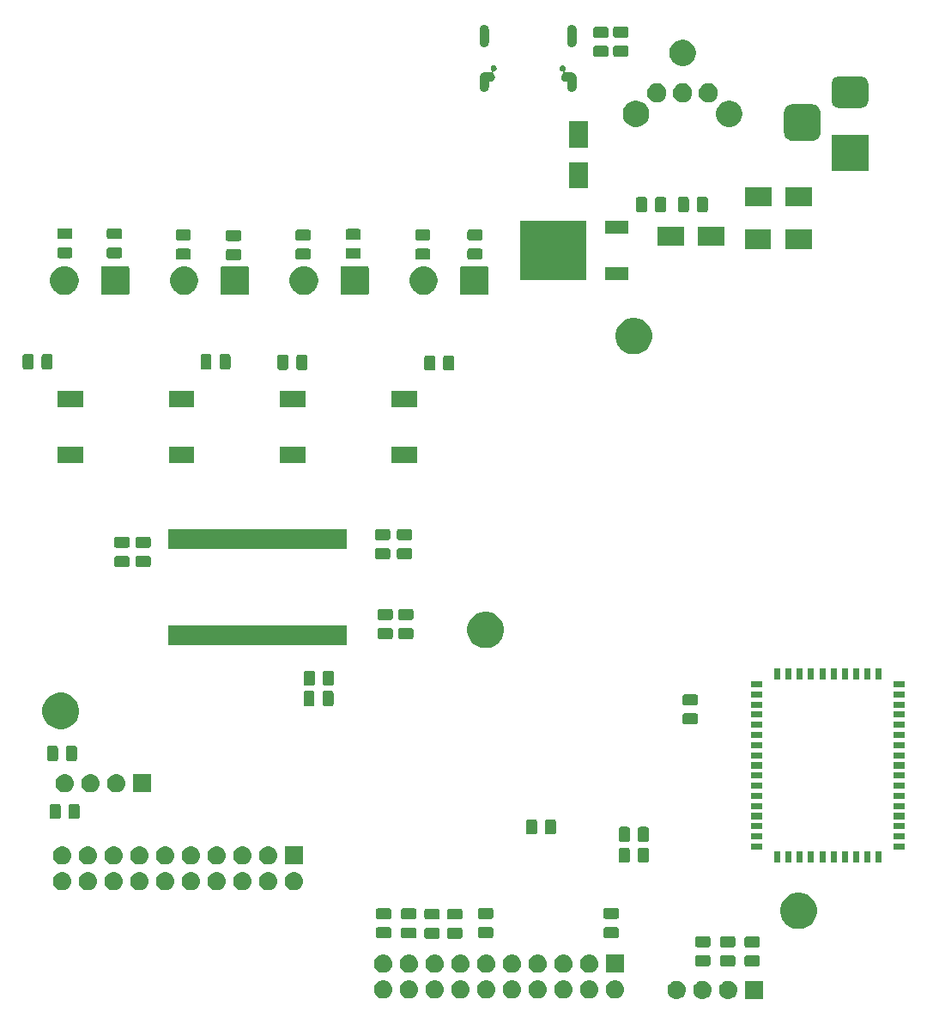
<source format=gbr>
G04 #@! TF.GenerationSoftware,KiCad,Pcbnew,5.0.2+dfsg1-1*
G04 #@! TF.CreationDate,2020-12-14T19:14:29+08:00*
G04 #@! TF.ProjectId,digital-amplifier2,64696769-7461-46c2-9d61-6d706c696669,rev?*
G04 #@! TF.SameCoordinates,Original*
G04 #@! TF.FileFunction,Soldermask,Bot*
G04 #@! TF.FilePolarity,Negative*
%FSLAX46Y46*%
G04 Gerber Fmt 4.6, Leading zero omitted, Abs format (unit mm)*
G04 Created by KiCad (PCBNEW 5.0.2+dfsg1-1) date 2020年12月14日 星期一 19时14分29秒*
%MOMM*%
%LPD*%
G01*
G04 APERTURE LIST*
%ADD10C,0.100000*%
G04 APERTURE END LIST*
D10*
G36*
X121065243Y-145600019D02*
X121131427Y-145606537D01*
X121244653Y-145640884D01*
X121301267Y-145658057D01*
X121338992Y-145678222D01*
X121457791Y-145741722D01*
X121493529Y-145771052D01*
X121594986Y-145854314D01*
X121678248Y-145955771D01*
X121707578Y-145991509D01*
X121707579Y-145991511D01*
X121791243Y-146148033D01*
X121791243Y-146148034D01*
X121842763Y-146317873D01*
X121860159Y-146494500D01*
X121842763Y-146671127D01*
X121810505Y-146777466D01*
X121791243Y-146840967D01*
X121741521Y-146933989D01*
X121707578Y-146997491D01*
X121678248Y-147033229D01*
X121594986Y-147134686D01*
X121493529Y-147217948D01*
X121457791Y-147247278D01*
X121457789Y-147247279D01*
X121301267Y-147330943D01*
X121297782Y-147332000D01*
X121131427Y-147382463D01*
X121065243Y-147388981D01*
X120999060Y-147395500D01*
X120910540Y-147395500D01*
X120844357Y-147388981D01*
X120778173Y-147382463D01*
X120611818Y-147332000D01*
X120608333Y-147330943D01*
X120451811Y-147247279D01*
X120451809Y-147247278D01*
X120416071Y-147217948D01*
X120314614Y-147134686D01*
X120231352Y-147033229D01*
X120202022Y-146997491D01*
X120168079Y-146933989D01*
X120118357Y-146840967D01*
X120099095Y-146777466D01*
X120066837Y-146671127D01*
X120049441Y-146494500D01*
X120066837Y-146317873D01*
X120118357Y-146148034D01*
X120118357Y-146148033D01*
X120202021Y-145991511D01*
X120202022Y-145991509D01*
X120231352Y-145955771D01*
X120314614Y-145854314D01*
X120416071Y-145771052D01*
X120451809Y-145741722D01*
X120570608Y-145678222D01*
X120608333Y-145658057D01*
X120664947Y-145640884D01*
X120778173Y-145606537D01*
X120844357Y-145600019D01*
X120910540Y-145593500D01*
X120999060Y-145593500D01*
X121065243Y-145600019D01*
X121065243Y-145600019D01*
G37*
G36*
X123605243Y-145600019D02*
X123671427Y-145606537D01*
X123784653Y-145640884D01*
X123841267Y-145658057D01*
X123878992Y-145678222D01*
X123997791Y-145741722D01*
X124033529Y-145771052D01*
X124134986Y-145854314D01*
X124218248Y-145955771D01*
X124247578Y-145991509D01*
X124247579Y-145991511D01*
X124331243Y-146148033D01*
X124331243Y-146148034D01*
X124382763Y-146317873D01*
X124400159Y-146494500D01*
X124382763Y-146671127D01*
X124350505Y-146777466D01*
X124331243Y-146840967D01*
X124281521Y-146933989D01*
X124247578Y-146997491D01*
X124218248Y-147033229D01*
X124134986Y-147134686D01*
X124033529Y-147217948D01*
X123997791Y-147247278D01*
X123997789Y-147247279D01*
X123841267Y-147330943D01*
X123837782Y-147332000D01*
X123671427Y-147382463D01*
X123605243Y-147388981D01*
X123539060Y-147395500D01*
X123450540Y-147395500D01*
X123384357Y-147388981D01*
X123318173Y-147382463D01*
X123151818Y-147332000D01*
X123148333Y-147330943D01*
X122991811Y-147247279D01*
X122991809Y-147247278D01*
X122956071Y-147217948D01*
X122854614Y-147134686D01*
X122771352Y-147033229D01*
X122742022Y-146997491D01*
X122708079Y-146933989D01*
X122658357Y-146840967D01*
X122639095Y-146777466D01*
X122606837Y-146671127D01*
X122589441Y-146494500D01*
X122606837Y-146317873D01*
X122658357Y-146148034D01*
X122658357Y-146148033D01*
X122742021Y-145991511D01*
X122742022Y-145991509D01*
X122771352Y-145955771D01*
X122854614Y-145854314D01*
X122956071Y-145771052D01*
X122991809Y-145741722D01*
X123110608Y-145678222D01*
X123148333Y-145658057D01*
X123204947Y-145640884D01*
X123318173Y-145606537D01*
X123384357Y-145600019D01*
X123450540Y-145593500D01*
X123539060Y-145593500D01*
X123605243Y-145600019D01*
X123605243Y-145600019D01*
G37*
G36*
X126935800Y-147395500D02*
X125133800Y-147395500D01*
X125133800Y-145593500D01*
X126935800Y-145593500D01*
X126935800Y-147395500D01*
X126935800Y-147395500D01*
G37*
G36*
X118525243Y-145600019D02*
X118591427Y-145606537D01*
X118704653Y-145640884D01*
X118761267Y-145658057D01*
X118798992Y-145678222D01*
X118917791Y-145741722D01*
X118953529Y-145771052D01*
X119054986Y-145854314D01*
X119138248Y-145955771D01*
X119167578Y-145991509D01*
X119167579Y-145991511D01*
X119251243Y-146148033D01*
X119251243Y-146148034D01*
X119302763Y-146317873D01*
X119320159Y-146494500D01*
X119302763Y-146671127D01*
X119270505Y-146777466D01*
X119251243Y-146840967D01*
X119201521Y-146933989D01*
X119167578Y-146997491D01*
X119138248Y-147033229D01*
X119054986Y-147134686D01*
X118953529Y-147217948D01*
X118917791Y-147247278D01*
X118917789Y-147247279D01*
X118761267Y-147330943D01*
X118757782Y-147332000D01*
X118591427Y-147382463D01*
X118525243Y-147388981D01*
X118459060Y-147395500D01*
X118370540Y-147395500D01*
X118304357Y-147388981D01*
X118238173Y-147382463D01*
X118071818Y-147332000D01*
X118068333Y-147330943D01*
X117911811Y-147247279D01*
X117911809Y-147247278D01*
X117876071Y-147217948D01*
X117774614Y-147134686D01*
X117691352Y-147033229D01*
X117662022Y-146997491D01*
X117628079Y-146933989D01*
X117578357Y-146840967D01*
X117559095Y-146777466D01*
X117526837Y-146671127D01*
X117509441Y-146494500D01*
X117526837Y-146317873D01*
X117578357Y-146148034D01*
X117578357Y-146148033D01*
X117662021Y-145991511D01*
X117662022Y-145991509D01*
X117691352Y-145955771D01*
X117774614Y-145854314D01*
X117876071Y-145771052D01*
X117911809Y-145741722D01*
X118030608Y-145678222D01*
X118068333Y-145658057D01*
X118124947Y-145640884D01*
X118238173Y-145606537D01*
X118304357Y-145600019D01*
X118370540Y-145593500D01*
X118459060Y-145593500D01*
X118525243Y-145600019D01*
X118525243Y-145600019D01*
G37*
G36*
X89569243Y-145536519D02*
X89635427Y-145543037D01*
X89748653Y-145577384D01*
X89805267Y-145594557D01*
X89924065Y-145658057D01*
X89961791Y-145678222D01*
X89997529Y-145707552D01*
X90098986Y-145790814D01*
X90182248Y-145892271D01*
X90211578Y-145928009D01*
X90211579Y-145928011D01*
X90295243Y-146084533D01*
X90295243Y-146084534D01*
X90346763Y-146254373D01*
X90364159Y-146431000D01*
X90346763Y-146607627D01*
X90312416Y-146720853D01*
X90295243Y-146777467D01*
X90261301Y-146840967D01*
X90211578Y-146933991D01*
X90182248Y-146969729D01*
X90098986Y-147071186D01*
X89997529Y-147154448D01*
X89961791Y-147183778D01*
X89961789Y-147183779D01*
X89805267Y-147267443D01*
X89748653Y-147284616D01*
X89635427Y-147318963D01*
X89569243Y-147325481D01*
X89503060Y-147332000D01*
X89414540Y-147332000D01*
X89348357Y-147325481D01*
X89282173Y-147318963D01*
X89168947Y-147284616D01*
X89112333Y-147267443D01*
X88955811Y-147183779D01*
X88955809Y-147183778D01*
X88920071Y-147154448D01*
X88818614Y-147071186D01*
X88735352Y-146969729D01*
X88706022Y-146933991D01*
X88656299Y-146840967D01*
X88622357Y-146777467D01*
X88605184Y-146720853D01*
X88570837Y-146607627D01*
X88553441Y-146431000D01*
X88570837Y-146254373D01*
X88622357Y-146084534D01*
X88622357Y-146084533D01*
X88706021Y-145928011D01*
X88706022Y-145928009D01*
X88735352Y-145892271D01*
X88818614Y-145790814D01*
X88920071Y-145707552D01*
X88955809Y-145678222D01*
X88993535Y-145658057D01*
X89112333Y-145594557D01*
X89168947Y-145577384D01*
X89282173Y-145543037D01*
X89348357Y-145536519D01*
X89414540Y-145530000D01*
X89503060Y-145530000D01*
X89569243Y-145536519D01*
X89569243Y-145536519D01*
G37*
G36*
X112429243Y-145536519D02*
X112495427Y-145543037D01*
X112608653Y-145577384D01*
X112665267Y-145594557D01*
X112784065Y-145658057D01*
X112821791Y-145678222D01*
X112857529Y-145707552D01*
X112958986Y-145790814D01*
X113042248Y-145892271D01*
X113071578Y-145928009D01*
X113071579Y-145928011D01*
X113155243Y-146084533D01*
X113155243Y-146084534D01*
X113206763Y-146254373D01*
X113224159Y-146431000D01*
X113206763Y-146607627D01*
X113172416Y-146720853D01*
X113155243Y-146777467D01*
X113121301Y-146840967D01*
X113071578Y-146933991D01*
X113042248Y-146969729D01*
X112958986Y-147071186D01*
X112857529Y-147154448D01*
X112821791Y-147183778D01*
X112821789Y-147183779D01*
X112665267Y-147267443D01*
X112608653Y-147284616D01*
X112495427Y-147318963D01*
X112429243Y-147325481D01*
X112363060Y-147332000D01*
X112274540Y-147332000D01*
X112208357Y-147325481D01*
X112142173Y-147318963D01*
X112028947Y-147284616D01*
X111972333Y-147267443D01*
X111815811Y-147183779D01*
X111815809Y-147183778D01*
X111780071Y-147154448D01*
X111678614Y-147071186D01*
X111595352Y-146969729D01*
X111566022Y-146933991D01*
X111516299Y-146840967D01*
X111482357Y-146777467D01*
X111465184Y-146720853D01*
X111430837Y-146607627D01*
X111413441Y-146431000D01*
X111430837Y-146254373D01*
X111482357Y-146084534D01*
X111482357Y-146084533D01*
X111566021Y-145928011D01*
X111566022Y-145928009D01*
X111595352Y-145892271D01*
X111678614Y-145790814D01*
X111780071Y-145707552D01*
X111815809Y-145678222D01*
X111853535Y-145658057D01*
X111972333Y-145594557D01*
X112028947Y-145577384D01*
X112142173Y-145543037D01*
X112208357Y-145536519D01*
X112274540Y-145530000D01*
X112363060Y-145530000D01*
X112429243Y-145536519D01*
X112429243Y-145536519D01*
G37*
G36*
X109889243Y-145536519D02*
X109955427Y-145543037D01*
X110068653Y-145577384D01*
X110125267Y-145594557D01*
X110244065Y-145658057D01*
X110281791Y-145678222D01*
X110317529Y-145707552D01*
X110418986Y-145790814D01*
X110502248Y-145892271D01*
X110531578Y-145928009D01*
X110531579Y-145928011D01*
X110615243Y-146084533D01*
X110615243Y-146084534D01*
X110666763Y-146254373D01*
X110684159Y-146431000D01*
X110666763Y-146607627D01*
X110632416Y-146720853D01*
X110615243Y-146777467D01*
X110581301Y-146840967D01*
X110531578Y-146933991D01*
X110502248Y-146969729D01*
X110418986Y-147071186D01*
X110317529Y-147154448D01*
X110281791Y-147183778D01*
X110281789Y-147183779D01*
X110125267Y-147267443D01*
X110068653Y-147284616D01*
X109955427Y-147318963D01*
X109889243Y-147325481D01*
X109823060Y-147332000D01*
X109734540Y-147332000D01*
X109668357Y-147325481D01*
X109602173Y-147318963D01*
X109488947Y-147284616D01*
X109432333Y-147267443D01*
X109275811Y-147183779D01*
X109275809Y-147183778D01*
X109240071Y-147154448D01*
X109138614Y-147071186D01*
X109055352Y-146969729D01*
X109026022Y-146933991D01*
X108976299Y-146840967D01*
X108942357Y-146777467D01*
X108925184Y-146720853D01*
X108890837Y-146607627D01*
X108873441Y-146431000D01*
X108890837Y-146254373D01*
X108942357Y-146084534D01*
X108942357Y-146084533D01*
X109026021Y-145928011D01*
X109026022Y-145928009D01*
X109055352Y-145892271D01*
X109138614Y-145790814D01*
X109240071Y-145707552D01*
X109275809Y-145678222D01*
X109313535Y-145658057D01*
X109432333Y-145594557D01*
X109488947Y-145577384D01*
X109602173Y-145543037D01*
X109668357Y-145536519D01*
X109734540Y-145530000D01*
X109823060Y-145530000D01*
X109889243Y-145536519D01*
X109889243Y-145536519D01*
G37*
G36*
X107349243Y-145536519D02*
X107415427Y-145543037D01*
X107528653Y-145577384D01*
X107585267Y-145594557D01*
X107704065Y-145658057D01*
X107741791Y-145678222D01*
X107777529Y-145707552D01*
X107878986Y-145790814D01*
X107962248Y-145892271D01*
X107991578Y-145928009D01*
X107991579Y-145928011D01*
X108075243Y-146084533D01*
X108075243Y-146084534D01*
X108126763Y-146254373D01*
X108144159Y-146431000D01*
X108126763Y-146607627D01*
X108092416Y-146720853D01*
X108075243Y-146777467D01*
X108041301Y-146840967D01*
X107991578Y-146933991D01*
X107962248Y-146969729D01*
X107878986Y-147071186D01*
X107777529Y-147154448D01*
X107741791Y-147183778D01*
X107741789Y-147183779D01*
X107585267Y-147267443D01*
X107528653Y-147284616D01*
X107415427Y-147318963D01*
X107349243Y-147325481D01*
X107283060Y-147332000D01*
X107194540Y-147332000D01*
X107128357Y-147325481D01*
X107062173Y-147318963D01*
X106948947Y-147284616D01*
X106892333Y-147267443D01*
X106735811Y-147183779D01*
X106735809Y-147183778D01*
X106700071Y-147154448D01*
X106598614Y-147071186D01*
X106515352Y-146969729D01*
X106486022Y-146933991D01*
X106436299Y-146840967D01*
X106402357Y-146777467D01*
X106385184Y-146720853D01*
X106350837Y-146607627D01*
X106333441Y-146431000D01*
X106350837Y-146254373D01*
X106402357Y-146084534D01*
X106402357Y-146084533D01*
X106486021Y-145928011D01*
X106486022Y-145928009D01*
X106515352Y-145892271D01*
X106598614Y-145790814D01*
X106700071Y-145707552D01*
X106735809Y-145678222D01*
X106773535Y-145658057D01*
X106892333Y-145594557D01*
X106948947Y-145577384D01*
X107062173Y-145543037D01*
X107128357Y-145536519D01*
X107194540Y-145530000D01*
X107283060Y-145530000D01*
X107349243Y-145536519D01*
X107349243Y-145536519D01*
G37*
G36*
X104809243Y-145536519D02*
X104875427Y-145543037D01*
X104988653Y-145577384D01*
X105045267Y-145594557D01*
X105164065Y-145658057D01*
X105201791Y-145678222D01*
X105237529Y-145707552D01*
X105338986Y-145790814D01*
X105422248Y-145892271D01*
X105451578Y-145928009D01*
X105451579Y-145928011D01*
X105535243Y-146084533D01*
X105535243Y-146084534D01*
X105586763Y-146254373D01*
X105604159Y-146431000D01*
X105586763Y-146607627D01*
X105552416Y-146720853D01*
X105535243Y-146777467D01*
X105501301Y-146840967D01*
X105451578Y-146933991D01*
X105422248Y-146969729D01*
X105338986Y-147071186D01*
X105237529Y-147154448D01*
X105201791Y-147183778D01*
X105201789Y-147183779D01*
X105045267Y-147267443D01*
X104988653Y-147284616D01*
X104875427Y-147318963D01*
X104809243Y-147325481D01*
X104743060Y-147332000D01*
X104654540Y-147332000D01*
X104588357Y-147325481D01*
X104522173Y-147318963D01*
X104408947Y-147284616D01*
X104352333Y-147267443D01*
X104195811Y-147183779D01*
X104195809Y-147183778D01*
X104160071Y-147154448D01*
X104058614Y-147071186D01*
X103975352Y-146969729D01*
X103946022Y-146933991D01*
X103896299Y-146840967D01*
X103862357Y-146777467D01*
X103845184Y-146720853D01*
X103810837Y-146607627D01*
X103793441Y-146431000D01*
X103810837Y-146254373D01*
X103862357Y-146084534D01*
X103862357Y-146084533D01*
X103946021Y-145928011D01*
X103946022Y-145928009D01*
X103975352Y-145892271D01*
X104058614Y-145790814D01*
X104160071Y-145707552D01*
X104195809Y-145678222D01*
X104233535Y-145658057D01*
X104352333Y-145594557D01*
X104408947Y-145577384D01*
X104522173Y-145543037D01*
X104588357Y-145536519D01*
X104654540Y-145530000D01*
X104743060Y-145530000D01*
X104809243Y-145536519D01*
X104809243Y-145536519D01*
G37*
G36*
X99729243Y-145536519D02*
X99795427Y-145543037D01*
X99908653Y-145577384D01*
X99965267Y-145594557D01*
X100084065Y-145658057D01*
X100121791Y-145678222D01*
X100157529Y-145707552D01*
X100258986Y-145790814D01*
X100342248Y-145892271D01*
X100371578Y-145928009D01*
X100371579Y-145928011D01*
X100455243Y-146084533D01*
X100455243Y-146084534D01*
X100506763Y-146254373D01*
X100524159Y-146431000D01*
X100506763Y-146607627D01*
X100472416Y-146720853D01*
X100455243Y-146777467D01*
X100421301Y-146840967D01*
X100371578Y-146933991D01*
X100342248Y-146969729D01*
X100258986Y-147071186D01*
X100157529Y-147154448D01*
X100121791Y-147183778D01*
X100121789Y-147183779D01*
X99965267Y-147267443D01*
X99908653Y-147284616D01*
X99795427Y-147318963D01*
X99729243Y-147325481D01*
X99663060Y-147332000D01*
X99574540Y-147332000D01*
X99508357Y-147325481D01*
X99442173Y-147318963D01*
X99328947Y-147284616D01*
X99272333Y-147267443D01*
X99115811Y-147183779D01*
X99115809Y-147183778D01*
X99080071Y-147154448D01*
X98978614Y-147071186D01*
X98895352Y-146969729D01*
X98866022Y-146933991D01*
X98816299Y-146840967D01*
X98782357Y-146777467D01*
X98765184Y-146720853D01*
X98730837Y-146607627D01*
X98713441Y-146431000D01*
X98730837Y-146254373D01*
X98782357Y-146084534D01*
X98782357Y-146084533D01*
X98866021Y-145928011D01*
X98866022Y-145928009D01*
X98895352Y-145892271D01*
X98978614Y-145790814D01*
X99080071Y-145707552D01*
X99115809Y-145678222D01*
X99153535Y-145658057D01*
X99272333Y-145594557D01*
X99328947Y-145577384D01*
X99442173Y-145543037D01*
X99508357Y-145536519D01*
X99574540Y-145530000D01*
X99663060Y-145530000D01*
X99729243Y-145536519D01*
X99729243Y-145536519D01*
G37*
G36*
X97189243Y-145536519D02*
X97255427Y-145543037D01*
X97368653Y-145577384D01*
X97425267Y-145594557D01*
X97544065Y-145658057D01*
X97581791Y-145678222D01*
X97617529Y-145707552D01*
X97718986Y-145790814D01*
X97802248Y-145892271D01*
X97831578Y-145928009D01*
X97831579Y-145928011D01*
X97915243Y-146084533D01*
X97915243Y-146084534D01*
X97966763Y-146254373D01*
X97984159Y-146431000D01*
X97966763Y-146607627D01*
X97932416Y-146720853D01*
X97915243Y-146777467D01*
X97881301Y-146840967D01*
X97831578Y-146933991D01*
X97802248Y-146969729D01*
X97718986Y-147071186D01*
X97617529Y-147154448D01*
X97581791Y-147183778D01*
X97581789Y-147183779D01*
X97425267Y-147267443D01*
X97368653Y-147284616D01*
X97255427Y-147318963D01*
X97189243Y-147325481D01*
X97123060Y-147332000D01*
X97034540Y-147332000D01*
X96968357Y-147325481D01*
X96902173Y-147318963D01*
X96788947Y-147284616D01*
X96732333Y-147267443D01*
X96575811Y-147183779D01*
X96575809Y-147183778D01*
X96540071Y-147154448D01*
X96438614Y-147071186D01*
X96355352Y-146969729D01*
X96326022Y-146933991D01*
X96276299Y-146840967D01*
X96242357Y-146777467D01*
X96225184Y-146720853D01*
X96190837Y-146607627D01*
X96173441Y-146431000D01*
X96190837Y-146254373D01*
X96242357Y-146084534D01*
X96242357Y-146084533D01*
X96326021Y-145928011D01*
X96326022Y-145928009D01*
X96355352Y-145892271D01*
X96438614Y-145790814D01*
X96540071Y-145707552D01*
X96575809Y-145678222D01*
X96613535Y-145658057D01*
X96732333Y-145594557D01*
X96788947Y-145577384D01*
X96902173Y-145543037D01*
X96968357Y-145536519D01*
X97034540Y-145530000D01*
X97123060Y-145530000D01*
X97189243Y-145536519D01*
X97189243Y-145536519D01*
G37*
G36*
X94649243Y-145536519D02*
X94715427Y-145543037D01*
X94828653Y-145577384D01*
X94885267Y-145594557D01*
X95004065Y-145658057D01*
X95041791Y-145678222D01*
X95077529Y-145707552D01*
X95178986Y-145790814D01*
X95262248Y-145892271D01*
X95291578Y-145928009D01*
X95291579Y-145928011D01*
X95375243Y-146084533D01*
X95375243Y-146084534D01*
X95426763Y-146254373D01*
X95444159Y-146431000D01*
X95426763Y-146607627D01*
X95392416Y-146720853D01*
X95375243Y-146777467D01*
X95341301Y-146840967D01*
X95291578Y-146933991D01*
X95262248Y-146969729D01*
X95178986Y-147071186D01*
X95077529Y-147154448D01*
X95041791Y-147183778D01*
X95041789Y-147183779D01*
X94885267Y-147267443D01*
X94828653Y-147284616D01*
X94715427Y-147318963D01*
X94649243Y-147325481D01*
X94583060Y-147332000D01*
X94494540Y-147332000D01*
X94428357Y-147325481D01*
X94362173Y-147318963D01*
X94248947Y-147284616D01*
X94192333Y-147267443D01*
X94035811Y-147183779D01*
X94035809Y-147183778D01*
X94000071Y-147154448D01*
X93898614Y-147071186D01*
X93815352Y-146969729D01*
X93786022Y-146933991D01*
X93736299Y-146840967D01*
X93702357Y-146777467D01*
X93685184Y-146720853D01*
X93650837Y-146607627D01*
X93633441Y-146431000D01*
X93650837Y-146254373D01*
X93702357Y-146084534D01*
X93702357Y-146084533D01*
X93786021Y-145928011D01*
X93786022Y-145928009D01*
X93815352Y-145892271D01*
X93898614Y-145790814D01*
X94000071Y-145707552D01*
X94035809Y-145678222D01*
X94073535Y-145658057D01*
X94192333Y-145594557D01*
X94248947Y-145577384D01*
X94362173Y-145543037D01*
X94428357Y-145536519D01*
X94494540Y-145530000D01*
X94583060Y-145530000D01*
X94649243Y-145536519D01*
X94649243Y-145536519D01*
G37*
G36*
X92109243Y-145536519D02*
X92175427Y-145543037D01*
X92288653Y-145577384D01*
X92345267Y-145594557D01*
X92464065Y-145658057D01*
X92501791Y-145678222D01*
X92537529Y-145707552D01*
X92638986Y-145790814D01*
X92722248Y-145892271D01*
X92751578Y-145928009D01*
X92751579Y-145928011D01*
X92835243Y-146084533D01*
X92835243Y-146084534D01*
X92886763Y-146254373D01*
X92904159Y-146431000D01*
X92886763Y-146607627D01*
X92852416Y-146720853D01*
X92835243Y-146777467D01*
X92801301Y-146840967D01*
X92751578Y-146933991D01*
X92722248Y-146969729D01*
X92638986Y-147071186D01*
X92537529Y-147154448D01*
X92501791Y-147183778D01*
X92501789Y-147183779D01*
X92345267Y-147267443D01*
X92288653Y-147284616D01*
X92175427Y-147318963D01*
X92109243Y-147325481D01*
X92043060Y-147332000D01*
X91954540Y-147332000D01*
X91888357Y-147325481D01*
X91822173Y-147318963D01*
X91708947Y-147284616D01*
X91652333Y-147267443D01*
X91495811Y-147183779D01*
X91495809Y-147183778D01*
X91460071Y-147154448D01*
X91358614Y-147071186D01*
X91275352Y-146969729D01*
X91246022Y-146933991D01*
X91196299Y-146840967D01*
X91162357Y-146777467D01*
X91145184Y-146720853D01*
X91110837Y-146607627D01*
X91093441Y-146431000D01*
X91110837Y-146254373D01*
X91162357Y-146084534D01*
X91162357Y-146084533D01*
X91246021Y-145928011D01*
X91246022Y-145928009D01*
X91275352Y-145892271D01*
X91358614Y-145790814D01*
X91460071Y-145707552D01*
X91495809Y-145678222D01*
X91533535Y-145658057D01*
X91652333Y-145594557D01*
X91708947Y-145577384D01*
X91822173Y-145543037D01*
X91888357Y-145536519D01*
X91954540Y-145530000D01*
X92043060Y-145530000D01*
X92109243Y-145536519D01*
X92109243Y-145536519D01*
G37*
G36*
X102269243Y-145536519D02*
X102335427Y-145543037D01*
X102448653Y-145577384D01*
X102505267Y-145594557D01*
X102624065Y-145658057D01*
X102661791Y-145678222D01*
X102697529Y-145707552D01*
X102798986Y-145790814D01*
X102882248Y-145892271D01*
X102911578Y-145928009D01*
X102911579Y-145928011D01*
X102995243Y-146084533D01*
X102995243Y-146084534D01*
X103046763Y-146254373D01*
X103064159Y-146431000D01*
X103046763Y-146607627D01*
X103012416Y-146720853D01*
X102995243Y-146777467D01*
X102961301Y-146840967D01*
X102911578Y-146933991D01*
X102882248Y-146969729D01*
X102798986Y-147071186D01*
X102697529Y-147154448D01*
X102661791Y-147183778D01*
X102661789Y-147183779D01*
X102505267Y-147267443D01*
X102448653Y-147284616D01*
X102335427Y-147318963D01*
X102269243Y-147325481D01*
X102203060Y-147332000D01*
X102114540Y-147332000D01*
X102048357Y-147325481D01*
X101982173Y-147318963D01*
X101868947Y-147284616D01*
X101812333Y-147267443D01*
X101655811Y-147183779D01*
X101655809Y-147183778D01*
X101620071Y-147154448D01*
X101518614Y-147071186D01*
X101435352Y-146969729D01*
X101406022Y-146933991D01*
X101356299Y-146840967D01*
X101322357Y-146777467D01*
X101305184Y-146720853D01*
X101270837Y-146607627D01*
X101253441Y-146431000D01*
X101270837Y-146254373D01*
X101322357Y-146084534D01*
X101322357Y-146084533D01*
X101406021Y-145928011D01*
X101406022Y-145928009D01*
X101435352Y-145892271D01*
X101518614Y-145790814D01*
X101620071Y-145707552D01*
X101655809Y-145678222D01*
X101693535Y-145658057D01*
X101812333Y-145594557D01*
X101868947Y-145577384D01*
X101982173Y-145543037D01*
X102048357Y-145536519D01*
X102114540Y-145530000D01*
X102203060Y-145530000D01*
X102269243Y-145536519D01*
X102269243Y-145536519D01*
G37*
G36*
X109889242Y-142996518D02*
X109955427Y-143003037D01*
X110068653Y-143037384D01*
X110125267Y-143054557D01*
X110240548Y-143116177D01*
X110281791Y-143138222D01*
X110295729Y-143149661D01*
X110418986Y-143250814D01*
X110492219Y-143340050D01*
X110531578Y-143388009D01*
X110531579Y-143388011D01*
X110615243Y-143544533D01*
X110615243Y-143544534D01*
X110666763Y-143714373D01*
X110684159Y-143891000D01*
X110666763Y-144067627D01*
X110642443Y-144147800D01*
X110615243Y-144237467D01*
X110541148Y-144376087D01*
X110531578Y-144393991D01*
X110502248Y-144429729D01*
X110418986Y-144531186D01*
X110317529Y-144614448D01*
X110281791Y-144643778D01*
X110281789Y-144643779D01*
X110125267Y-144727443D01*
X110068653Y-144744616D01*
X109955427Y-144778963D01*
X109889242Y-144785482D01*
X109823060Y-144792000D01*
X109734540Y-144792000D01*
X109668358Y-144785482D01*
X109602173Y-144778963D01*
X109488947Y-144744616D01*
X109432333Y-144727443D01*
X109275811Y-144643779D01*
X109275809Y-144643778D01*
X109240071Y-144614448D01*
X109138614Y-144531186D01*
X109055352Y-144429729D01*
X109026022Y-144393991D01*
X109016452Y-144376087D01*
X108942357Y-144237467D01*
X108915157Y-144147800D01*
X108890837Y-144067627D01*
X108873441Y-143891000D01*
X108890837Y-143714373D01*
X108942357Y-143544534D01*
X108942357Y-143544533D01*
X109026021Y-143388011D01*
X109026022Y-143388009D01*
X109065381Y-143340050D01*
X109138614Y-143250814D01*
X109261871Y-143149661D01*
X109275809Y-143138222D01*
X109317052Y-143116177D01*
X109432333Y-143054557D01*
X109488947Y-143037384D01*
X109602173Y-143003037D01*
X109668358Y-142996518D01*
X109734540Y-142990000D01*
X109823060Y-142990000D01*
X109889242Y-142996518D01*
X109889242Y-142996518D01*
G37*
G36*
X102269242Y-142996518D02*
X102335427Y-143003037D01*
X102448653Y-143037384D01*
X102505267Y-143054557D01*
X102620548Y-143116177D01*
X102661791Y-143138222D01*
X102675729Y-143149661D01*
X102798986Y-143250814D01*
X102872219Y-143340050D01*
X102911578Y-143388009D01*
X102911579Y-143388011D01*
X102995243Y-143544533D01*
X102995243Y-143544534D01*
X103046763Y-143714373D01*
X103064159Y-143891000D01*
X103046763Y-144067627D01*
X103022443Y-144147800D01*
X102995243Y-144237467D01*
X102921148Y-144376087D01*
X102911578Y-144393991D01*
X102882248Y-144429729D01*
X102798986Y-144531186D01*
X102697529Y-144614448D01*
X102661791Y-144643778D01*
X102661789Y-144643779D01*
X102505267Y-144727443D01*
X102448653Y-144744616D01*
X102335427Y-144778963D01*
X102269242Y-144785482D01*
X102203060Y-144792000D01*
X102114540Y-144792000D01*
X102048358Y-144785482D01*
X101982173Y-144778963D01*
X101868947Y-144744616D01*
X101812333Y-144727443D01*
X101655811Y-144643779D01*
X101655809Y-144643778D01*
X101620071Y-144614448D01*
X101518614Y-144531186D01*
X101435352Y-144429729D01*
X101406022Y-144393991D01*
X101396452Y-144376087D01*
X101322357Y-144237467D01*
X101295157Y-144147800D01*
X101270837Y-144067627D01*
X101253441Y-143891000D01*
X101270837Y-143714373D01*
X101322357Y-143544534D01*
X101322357Y-143544533D01*
X101406021Y-143388011D01*
X101406022Y-143388009D01*
X101445381Y-143340050D01*
X101518614Y-143250814D01*
X101641871Y-143149661D01*
X101655809Y-143138222D01*
X101697052Y-143116177D01*
X101812333Y-143054557D01*
X101868947Y-143037384D01*
X101982173Y-143003037D01*
X102048358Y-142996518D01*
X102114540Y-142990000D01*
X102203060Y-142990000D01*
X102269242Y-142996518D01*
X102269242Y-142996518D01*
G37*
G36*
X113219800Y-144792000D02*
X111417800Y-144792000D01*
X111417800Y-142990000D01*
X113219800Y-142990000D01*
X113219800Y-144792000D01*
X113219800Y-144792000D01*
G37*
G36*
X97189242Y-142996518D02*
X97255427Y-143003037D01*
X97368653Y-143037384D01*
X97425267Y-143054557D01*
X97540548Y-143116177D01*
X97581791Y-143138222D01*
X97595729Y-143149661D01*
X97718986Y-143250814D01*
X97792219Y-143340050D01*
X97831578Y-143388009D01*
X97831579Y-143388011D01*
X97915243Y-143544533D01*
X97915243Y-143544534D01*
X97966763Y-143714373D01*
X97984159Y-143891000D01*
X97966763Y-144067627D01*
X97942443Y-144147800D01*
X97915243Y-144237467D01*
X97841148Y-144376087D01*
X97831578Y-144393991D01*
X97802248Y-144429729D01*
X97718986Y-144531186D01*
X97617529Y-144614448D01*
X97581791Y-144643778D01*
X97581789Y-144643779D01*
X97425267Y-144727443D01*
X97368653Y-144744616D01*
X97255427Y-144778963D01*
X97189242Y-144785482D01*
X97123060Y-144792000D01*
X97034540Y-144792000D01*
X96968358Y-144785482D01*
X96902173Y-144778963D01*
X96788947Y-144744616D01*
X96732333Y-144727443D01*
X96575811Y-144643779D01*
X96575809Y-144643778D01*
X96540071Y-144614448D01*
X96438614Y-144531186D01*
X96355352Y-144429729D01*
X96326022Y-144393991D01*
X96316452Y-144376087D01*
X96242357Y-144237467D01*
X96215157Y-144147800D01*
X96190837Y-144067627D01*
X96173441Y-143891000D01*
X96190837Y-143714373D01*
X96242357Y-143544534D01*
X96242357Y-143544533D01*
X96326021Y-143388011D01*
X96326022Y-143388009D01*
X96365381Y-143340050D01*
X96438614Y-143250814D01*
X96561871Y-143149661D01*
X96575809Y-143138222D01*
X96617052Y-143116177D01*
X96732333Y-143054557D01*
X96788947Y-143037384D01*
X96902173Y-143003037D01*
X96968358Y-142996518D01*
X97034540Y-142990000D01*
X97123060Y-142990000D01*
X97189242Y-142996518D01*
X97189242Y-142996518D01*
G37*
G36*
X104809242Y-142996518D02*
X104875427Y-143003037D01*
X104988653Y-143037384D01*
X105045267Y-143054557D01*
X105160548Y-143116177D01*
X105201791Y-143138222D01*
X105215729Y-143149661D01*
X105338986Y-143250814D01*
X105412219Y-143340050D01*
X105451578Y-143388009D01*
X105451579Y-143388011D01*
X105535243Y-143544533D01*
X105535243Y-143544534D01*
X105586763Y-143714373D01*
X105604159Y-143891000D01*
X105586763Y-144067627D01*
X105562443Y-144147800D01*
X105535243Y-144237467D01*
X105461148Y-144376087D01*
X105451578Y-144393991D01*
X105422248Y-144429729D01*
X105338986Y-144531186D01*
X105237529Y-144614448D01*
X105201791Y-144643778D01*
X105201789Y-144643779D01*
X105045267Y-144727443D01*
X104988653Y-144744616D01*
X104875427Y-144778963D01*
X104809242Y-144785482D01*
X104743060Y-144792000D01*
X104654540Y-144792000D01*
X104588358Y-144785482D01*
X104522173Y-144778963D01*
X104408947Y-144744616D01*
X104352333Y-144727443D01*
X104195811Y-144643779D01*
X104195809Y-144643778D01*
X104160071Y-144614448D01*
X104058614Y-144531186D01*
X103975352Y-144429729D01*
X103946022Y-144393991D01*
X103936452Y-144376087D01*
X103862357Y-144237467D01*
X103835157Y-144147800D01*
X103810837Y-144067627D01*
X103793441Y-143891000D01*
X103810837Y-143714373D01*
X103862357Y-143544534D01*
X103862357Y-143544533D01*
X103946021Y-143388011D01*
X103946022Y-143388009D01*
X103985381Y-143340050D01*
X104058614Y-143250814D01*
X104181871Y-143149661D01*
X104195809Y-143138222D01*
X104237052Y-143116177D01*
X104352333Y-143054557D01*
X104408947Y-143037384D01*
X104522173Y-143003037D01*
X104588358Y-142996518D01*
X104654540Y-142990000D01*
X104743060Y-142990000D01*
X104809242Y-142996518D01*
X104809242Y-142996518D01*
G37*
G36*
X94649242Y-142996518D02*
X94715427Y-143003037D01*
X94828653Y-143037384D01*
X94885267Y-143054557D01*
X95000548Y-143116177D01*
X95041791Y-143138222D01*
X95055729Y-143149661D01*
X95178986Y-143250814D01*
X95252219Y-143340050D01*
X95291578Y-143388009D01*
X95291579Y-143388011D01*
X95375243Y-143544533D01*
X95375243Y-143544534D01*
X95426763Y-143714373D01*
X95444159Y-143891000D01*
X95426763Y-144067627D01*
X95402443Y-144147800D01*
X95375243Y-144237467D01*
X95301148Y-144376087D01*
X95291578Y-144393991D01*
X95262248Y-144429729D01*
X95178986Y-144531186D01*
X95077529Y-144614448D01*
X95041791Y-144643778D01*
X95041789Y-144643779D01*
X94885267Y-144727443D01*
X94828653Y-144744616D01*
X94715427Y-144778963D01*
X94649242Y-144785482D01*
X94583060Y-144792000D01*
X94494540Y-144792000D01*
X94428358Y-144785482D01*
X94362173Y-144778963D01*
X94248947Y-144744616D01*
X94192333Y-144727443D01*
X94035811Y-144643779D01*
X94035809Y-144643778D01*
X94000071Y-144614448D01*
X93898614Y-144531186D01*
X93815352Y-144429729D01*
X93786022Y-144393991D01*
X93776452Y-144376087D01*
X93702357Y-144237467D01*
X93675157Y-144147800D01*
X93650837Y-144067627D01*
X93633441Y-143891000D01*
X93650837Y-143714373D01*
X93702357Y-143544534D01*
X93702357Y-143544533D01*
X93786021Y-143388011D01*
X93786022Y-143388009D01*
X93825381Y-143340050D01*
X93898614Y-143250814D01*
X94021871Y-143149661D01*
X94035809Y-143138222D01*
X94077052Y-143116177D01*
X94192333Y-143054557D01*
X94248947Y-143037384D01*
X94362173Y-143003037D01*
X94428358Y-142996518D01*
X94494540Y-142990000D01*
X94583060Y-142990000D01*
X94649242Y-142996518D01*
X94649242Y-142996518D01*
G37*
G36*
X107349242Y-142996518D02*
X107415427Y-143003037D01*
X107528653Y-143037384D01*
X107585267Y-143054557D01*
X107700548Y-143116177D01*
X107741791Y-143138222D01*
X107755729Y-143149661D01*
X107878986Y-143250814D01*
X107952219Y-143340050D01*
X107991578Y-143388009D01*
X107991579Y-143388011D01*
X108075243Y-143544533D01*
X108075243Y-143544534D01*
X108126763Y-143714373D01*
X108144159Y-143891000D01*
X108126763Y-144067627D01*
X108102443Y-144147800D01*
X108075243Y-144237467D01*
X108001148Y-144376087D01*
X107991578Y-144393991D01*
X107962248Y-144429729D01*
X107878986Y-144531186D01*
X107777529Y-144614448D01*
X107741791Y-144643778D01*
X107741789Y-144643779D01*
X107585267Y-144727443D01*
X107528653Y-144744616D01*
X107415427Y-144778963D01*
X107349242Y-144785482D01*
X107283060Y-144792000D01*
X107194540Y-144792000D01*
X107128358Y-144785482D01*
X107062173Y-144778963D01*
X106948947Y-144744616D01*
X106892333Y-144727443D01*
X106735811Y-144643779D01*
X106735809Y-144643778D01*
X106700071Y-144614448D01*
X106598614Y-144531186D01*
X106515352Y-144429729D01*
X106486022Y-144393991D01*
X106476452Y-144376087D01*
X106402357Y-144237467D01*
X106375157Y-144147800D01*
X106350837Y-144067627D01*
X106333441Y-143891000D01*
X106350837Y-143714373D01*
X106402357Y-143544534D01*
X106402357Y-143544533D01*
X106486021Y-143388011D01*
X106486022Y-143388009D01*
X106525381Y-143340050D01*
X106598614Y-143250814D01*
X106721871Y-143149661D01*
X106735809Y-143138222D01*
X106777052Y-143116177D01*
X106892333Y-143054557D01*
X106948947Y-143037384D01*
X107062173Y-143003037D01*
X107128358Y-142996518D01*
X107194540Y-142990000D01*
X107283060Y-142990000D01*
X107349242Y-142996518D01*
X107349242Y-142996518D01*
G37*
G36*
X92109242Y-142996518D02*
X92175427Y-143003037D01*
X92288653Y-143037384D01*
X92345267Y-143054557D01*
X92460548Y-143116177D01*
X92501791Y-143138222D01*
X92515729Y-143149661D01*
X92638986Y-143250814D01*
X92712219Y-143340050D01*
X92751578Y-143388009D01*
X92751579Y-143388011D01*
X92835243Y-143544533D01*
X92835243Y-143544534D01*
X92886763Y-143714373D01*
X92904159Y-143891000D01*
X92886763Y-144067627D01*
X92862443Y-144147800D01*
X92835243Y-144237467D01*
X92761148Y-144376087D01*
X92751578Y-144393991D01*
X92722248Y-144429729D01*
X92638986Y-144531186D01*
X92537529Y-144614448D01*
X92501791Y-144643778D01*
X92501789Y-144643779D01*
X92345267Y-144727443D01*
X92288653Y-144744616D01*
X92175427Y-144778963D01*
X92109242Y-144785482D01*
X92043060Y-144792000D01*
X91954540Y-144792000D01*
X91888358Y-144785482D01*
X91822173Y-144778963D01*
X91708947Y-144744616D01*
X91652333Y-144727443D01*
X91495811Y-144643779D01*
X91495809Y-144643778D01*
X91460071Y-144614448D01*
X91358614Y-144531186D01*
X91275352Y-144429729D01*
X91246022Y-144393991D01*
X91236452Y-144376087D01*
X91162357Y-144237467D01*
X91135157Y-144147800D01*
X91110837Y-144067627D01*
X91093441Y-143891000D01*
X91110837Y-143714373D01*
X91162357Y-143544534D01*
X91162357Y-143544533D01*
X91246021Y-143388011D01*
X91246022Y-143388009D01*
X91285381Y-143340050D01*
X91358614Y-143250814D01*
X91481871Y-143149661D01*
X91495809Y-143138222D01*
X91537052Y-143116177D01*
X91652333Y-143054557D01*
X91708947Y-143037384D01*
X91822173Y-143003037D01*
X91888358Y-142996518D01*
X91954540Y-142990000D01*
X92043060Y-142990000D01*
X92109242Y-142996518D01*
X92109242Y-142996518D01*
G37*
G36*
X89569242Y-142996518D02*
X89635427Y-143003037D01*
X89748653Y-143037384D01*
X89805267Y-143054557D01*
X89920548Y-143116177D01*
X89961791Y-143138222D01*
X89975729Y-143149661D01*
X90098986Y-143250814D01*
X90172219Y-143340050D01*
X90211578Y-143388009D01*
X90211579Y-143388011D01*
X90295243Y-143544533D01*
X90295243Y-143544534D01*
X90346763Y-143714373D01*
X90364159Y-143891000D01*
X90346763Y-144067627D01*
X90322443Y-144147800D01*
X90295243Y-144237467D01*
X90221148Y-144376087D01*
X90211578Y-144393991D01*
X90182248Y-144429729D01*
X90098986Y-144531186D01*
X89997529Y-144614448D01*
X89961791Y-144643778D01*
X89961789Y-144643779D01*
X89805267Y-144727443D01*
X89748653Y-144744616D01*
X89635427Y-144778963D01*
X89569242Y-144785482D01*
X89503060Y-144792000D01*
X89414540Y-144792000D01*
X89348358Y-144785482D01*
X89282173Y-144778963D01*
X89168947Y-144744616D01*
X89112333Y-144727443D01*
X88955811Y-144643779D01*
X88955809Y-144643778D01*
X88920071Y-144614448D01*
X88818614Y-144531186D01*
X88735352Y-144429729D01*
X88706022Y-144393991D01*
X88696452Y-144376087D01*
X88622357Y-144237467D01*
X88595157Y-144147800D01*
X88570837Y-144067627D01*
X88553441Y-143891000D01*
X88570837Y-143714373D01*
X88622357Y-143544534D01*
X88622357Y-143544533D01*
X88706021Y-143388011D01*
X88706022Y-143388009D01*
X88745381Y-143340050D01*
X88818614Y-143250814D01*
X88941871Y-143149661D01*
X88955809Y-143138222D01*
X88997052Y-143116177D01*
X89112333Y-143054557D01*
X89168947Y-143037384D01*
X89282173Y-143003037D01*
X89348358Y-142996518D01*
X89414540Y-142990000D01*
X89503060Y-142990000D01*
X89569242Y-142996518D01*
X89569242Y-142996518D01*
G37*
G36*
X99729242Y-142996518D02*
X99795427Y-143003037D01*
X99908653Y-143037384D01*
X99965267Y-143054557D01*
X100080548Y-143116177D01*
X100121791Y-143138222D01*
X100135729Y-143149661D01*
X100258986Y-143250814D01*
X100332219Y-143340050D01*
X100371578Y-143388009D01*
X100371579Y-143388011D01*
X100455243Y-143544533D01*
X100455243Y-143544534D01*
X100506763Y-143714373D01*
X100524159Y-143891000D01*
X100506763Y-144067627D01*
X100482443Y-144147800D01*
X100455243Y-144237467D01*
X100381148Y-144376087D01*
X100371578Y-144393991D01*
X100342248Y-144429729D01*
X100258986Y-144531186D01*
X100157529Y-144614448D01*
X100121791Y-144643778D01*
X100121789Y-144643779D01*
X99965267Y-144727443D01*
X99908653Y-144744616D01*
X99795427Y-144778963D01*
X99729242Y-144785482D01*
X99663060Y-144792000D01*
X99574540Y-144792000D01*
X99508358Y-144785482D01*
X99442173Y-144778963D01*
X99328947Y-144744616D01*
X99272333Y-144727443D01*
X99115811Y-144643779D01*
X99115809Y-144643778D01*
X99080071Y-144614448D01*
X98978614Y-144531186D01*
X98895352Y-144429729D01*
X98866022Y-144393991D01*
X98856452Y-144376087D01*
X98782357Y-144237467D01*
X98755157Y-144147800D01*
X98730837Y-144067627D01*
X98713441Y-143891000D01*
X98730837Y-143714373D01*
X98782357Y-143544534D01*
X98782357Y-143544533D01*
X98866021Y-143388011D01*
X98866022Y-143388009D01*
X98905381Y-143340050D01*
X98978614Y-143250814D01*
X99101871Y-143149661D01*
X99115809Y-143138222D01*
X99157052Y-143116177D01*
X99272333Y-143054557D01*
X99328947Y-143037384D01*
X99442173Y-143003037D01*
X99508358Y-142996518D01*
X99574540Y-142990000D01*
X99663060Y-142990000D01*
X99729242Y-142996518D01*
X99729242Y-142996518D01*
G37*
G36*
X126441466Y-143100765D02*
X126480137Y-143112496D01*
X126515779Y-143131548D01*
X126547017Y-143157183D01*
X126572652Y-143188421D01*
X126591704Y-143224063D01*
X126603435Y-143262734D01*
X126608000Y-143309088D01*
X126608000Y-143960312D01*
X126603435Y-144006666D01*
X126591704Y-144045337D01*
X126572652Y-144080979D01*
X126547017Y-144112217D01*
X126515779Y-144137852D01*
X126480137Y-144156904D01*
X126441466Y-144168635D01*
X126395112Y-144173200D01*
X125318888Y-144173200D01*
X125272534Y-144168635D01*
X125233863Y-144156904D01*
X125198221Y-144137852D01*
X125166983Y-144112217D01*
X125141348Y-144080979D01*
X125122296Y-144045337D01*
X125110565Y-144006666D01*
X125106000Y-143960312D01*
X125106000Y-143309088D01*
X125110565Y-143262734D01*
X125122296Y-143224063D01*
X125141348Y-143188421D01*
X125166983Y-143157183D01*
X125198221Y-143131548D01*
X125233863Y-143112496D01*
X125272534Y-143100765D01*
X125318888Y-143096200D01*
X126395112Y-143096200D01*
X126441466Y-143100765D01*
X126441466Y-143100765D01*
G37*
G36*
X124028466Y-143088065D02*
X124067137Y-143099796D01*
X124102779Y-143118848D01*
X124134017Y-143144483D01*
X124159652Y-143175721D01*
X124178704Y-143211363D01*
X124190435Y-143250034D01*
X124195000Y-143296388D01*
X124195000Y-143947612D01*
X124190435Y-143993966D01*
X124178704Y-144032637D01*
X124159652Y-144068279D01*
X124134017Y-144099517D01*
X124102779Y-144125152D01*
X124067137Y-144144204D01*
X124028466Y-144155935D01*
X123982112Y-144160500D01*
X122905888Y-144160500D01*
X122859534Y-144155935D01*
X122820863Y-144144204D01*
X122785221Y-144125152D01*
X122753983Y-144099517D01*
X122728348Y-144068279D01*
X122709296Y-144032637D01*
X122697565Y-143993966D01*
X122693000Y-143947612D01*
X122693000Y-143296388D01*
X122697565Y-143250034D01*
X122709296Y-143211363D01*
X122728348Y-143175721D01*
X122753983Y-143144483D01*
X122785221Y-143118848D01*
X122820863Y-143099796D01*
X122859534Y-143088065D01*
X122905888Y-143083500D01*
X123982112Y-143083500D01*
X124028466Y-143088065D01*
X124028466Y-143088065D01*
G37*
G36*
X121577366Y-143075365D02*
X121616037Y-143087096D01*
X121651679Y-143106148D01*
X121682917Y-143131783D01*
X121708552Y-143163021D01*
X121727604Y-143198663D01*
X121739335Y-143237334D01*
X121743900Y-143283688D01*
X121743900Y-143934912D01*
X121739335Y-143981266D01*
X121727604Y-144019937D01*
X121708552Y-144055579D01*
X121682917Y-144086817D01*
X121651679Y-144112452D01*
X121616037Y-144131504D01*
X121577366Y-144143235D01*
X121531012Y-144147800D01*
X120454788Y-144147800D01*
X120408434Y-144143235D01*
X120369763Y-144131504D01*
X120334121Y-144112452D01*
X120302883Y-144086817D01*
X120277248Y-144055579D01*
X120258196Y-144019937D01*
X120246465Y-143981266D01*
X120241900Y-143934912D01*
X120241900Y-143283688D01*
X120246465Y-143237334D01*
X120258196Y-143198663D01*
X120277248Y-143163021D01*
X120302883Y-143131783D01*
X120334121Y-143106148D01*
X120369763Y-143087096D01*
X120408434Y-143075365D01*
X120454788Y-143070800D01*
X121531012Y-143070800D01*
X121577366Y-143075365D01*
X121577366Y-143075365D01*
G37*
G36*
X126441466Y-141225765D02*
X126480137Y-141237496D01*
X126515779Y-141256548D01*
X126547017Y-141282183D01*
X126572652Y-141313421D01*
X126591704Y-141349063D01*
X126603435Y-141387734D01*
X126608000Y-141434088D01*
X126608000Y-142085312D01*
X126603435Y-142131666D01*
X126591704Y-142170337D01*
X126572652Y-142205979D01*
X126547017Y-142237217D01*
X126515779Y-142262852D01*
X126480137Y-142281904D01*
X126441466Y-142293635D01*
X126395112Y-142298200D01*
X125318888Y-142298200D01*
X125272534Y-142293635D01*
X125233863Y-142281904D01*
X125198221Y-142262852D01*
X125166983Y-142237217D01*
X125141348Y-142205979D01*
X125122296Y-142170337D01*
X125110565Y-142131666D01*
X125106000Y-142085312D01*
X125106000Y-141434088D01*
X125110565Y-141387734D01*
X125122296Y-141349063D01*
X125141348Y-141313421D01*
X125166983Y-141282183D01*
X125198221Y-141256548D01*
X125233863Y-141237496D01*
X125272534Y-141225765D01*
X125318888Y-141221200D01*
X126395112Y-141221200D01*
X126441466Y-141225765D01*
X126441466Y-141225765D01*
G37*
G36*
X124028466Y-141213065D02*
X124067137Y-141224796D01*
X124102779Y-141243848D01*
X124134017Y-141269483D01*
X124159652Y-141300721D01*
X124178704Y-141336363D01*
X124190435Y-141375034D01*
X124195000Y-141421388D01*
X124195000Y-142072612D01*
X124190435Y-142118966D01*
X124178704Y-142157637D01*
X124159652Y-142193279D01*
X124134017Y-142224517D01*
X124102779Y-142250152D01*
X124067137Y-142269204D01*
X124028466Y-142280935D01*
X123982112Y-142285500D01*
X122905888Y-142285500D01*
X122859534Y-142280935D01*
X122820863Y-142269204D01*
X122785221Y-142250152D01*
X122753983Y-142224517D01*
X122728348Y-142193279D01*
X122709296Y-142157637D01*
X122697565Y-142118966D01*
X122693000Y-142072612D01*
X122693000Y-141421388D01*
X122697565Y-141375034D01*
X122709296Y-141336363D01*
X122728348Y-141300721D01*
X122753983Y-141269483D01*
X122785221Y-141243848D01*
X122820863Y-141224796D01*
X122859534Y-141213065D01*
X122905888Y-141208500D01*
X123982112Y-141208500D01*
X124028466Y-141213065D01*
X124028466Y-141213065D01*
G37*
G36*
X121577366Y-141200365D02*
X121616037Y-141212096D01*
X121651679Y-141231148D01*
X121682917Y-141256783D01*
X121708552Y-141288021D01*
X121727604Y-141323663D01*
X121739335Y-141362334D01*
X121743900Y-141408688D01*
X121743900Y-142059912D01*
X121739335Y-142106266D01*
X121727604Y-142144937D01*
X121708552Y-142180579D01*
X121682917Y-142211817D01*
X121651679Y-142237452D01*
X121616037Y-142256504D01*
X121577366Y-142268235D01*
X121531012Y-142272800D01*
X120454788Y-142272800D01*
X120408434Y-142268235D01*
X120369763Y-142256504D01*
X120334121Y-142237452D01*
X120302883Y-142211817D01*
X120277248Y-142180579D01*
X120258196Y-142144937D01*
X120246465Y-142106266D01*
X120241900Y-142059912D01*
X120241900Y-141408688D01*
X120246465Y-141362334D01*
X120258196Y-141323663D01*
X120277248Y-141288021D01*
X120302883Y-141256783D01*
X120334121Y-141231148D01*
X120369763Y-141212096D01*
X120408434Y-141200365D01*
X120454788Y-141195800D01*
X121531012Y-141195800D01*
X121577366Y-141200365D01*
X121577366Y-141200365D01*
G37*
G36*
X94869266Y-140357565D02*
X94907937Y-140369296D01*
X94943579Y-140388348D01*
X94974817Y-140413983D01*
X95000452Y-140445221D01*
X95019504Y-140480863D01*
X95031235Y-140519534D01*
X95035800Y-140565888D01*
X95035800Y-141217112D01*
X95031235Y-141263466D01*
X95019504Y-141302137D01*
X95000452Y-141337779D01*
X94974817Y-141369017D01*
X94943579Y-141394652D01*
X94907937Y-141413704D01*
X94869266Y-141425435D01*
X94822912Y-141430000D01*
X93746688Y-141430000D01*
X93700334Y-141425435D01*
X93661663Y-141413704D01*
X93626021Y-141394652D01*
X93594783Y-141369017D01*
X93569148Y-141337779D01*
X93550096Y-141302137D01*
X93538365Y-141263466D01*
X93533800Y-141217112D01*
X93533800Y-140565888D01*
X93538365Y-140519534D01*
X93550096Y-140480863D01*
X93569148Y-140445221D01*
X93594783Y-140413983D01*
X93626021Y-140388348D01*
X93661663Y-140369296D01*
X93700334Y-140357565D01*
X93746688Y-140353000D01*
X94822912Y-140353000D01*
X94869266Y-140357565D01*
X94869266Y-140357565D01*
G37*
G36*
X97104466Y-140357565D02*
X97143137Y-140369296D01*
X97178779Y-140388348D01*
X97210017Y-140413983D01*
X97235652Y-140445221D01*
X97254704Y-140480863D01*
X97266435Y-140519534D01*
X97271000Y-140565888D01*
X97271000Y-141217112D01*
X97266435Y-141263466D01*
X97254704Y-141302137D01*
X97235652Y-141337779D01*
X97210017Y-141369017D01*
X97178779Y-141394652D01*
X97143137Y-141413704D01*
X97104466Y-141425435D01*
X97058112Y-141430000D01*
X95981888Y-141430000D01*
X95935534Y-141425435D01*
X95896863Y-141413704D01*
X95861221Y-141394652D01*
X95829983Y-141369017D01*
X95804348Y-141337779D01*
X95785296Y-141302137D01*
X95773565Y-141263466D01*
X95769000Y-141217112D01*
X95769000Y-140565888D01*
X95773565Y-140519534D01*
X95785296Y-140480863D01*
X95804348Y-140445221D01*
X95829983Y-140413983D01*
X95861221Y-140388348D01*
X95896863Y-140369296D01*
X95935534Y-140357565D01*
X95981888Y-140353000D01*
X97058112Y-140353000D01*
X97104466Y-140357565D01*
X97104466Y-140357565D01*
G37*
G36*
X92557866Y-140332165D02*
X92596537Y-140343896D01*
X92632179Y-140362948D01*
X92663417Y-140388583D01*
X92689052Y-140419821D01*
X92708104Y-140455463D01*
X92719835Y-140494134D01*
X92724400Y-140540488D01*
X92724400Y-141191712D01*
X92719835Y-141238066D01*
X92708104Y-141276737D01*
X92689052Y-141312379D01*
X92663417Y-141343617D01*
X92632179Y-141369252D01*
X92596537Y-141388304D01*
X92557866Y-141400035D01*
X92511512Y-141404600D01*
X91435288Y-141404600D01*
X91388934Y-141400035D01*
X91350263Y-141388304D01*
X91314621Y-141369252D01*
X91283383Y-141343617D01*
X91257748Y-141312379D01*
X91238696Y-141276737D01*
X91226965Y-141238066D01*
X91222400Y-141191712D01*
X91222400Y-140540488D01*
X91226965Y-140494134D01*
X91238696Y-140455463D01*
X91257748Y-140419821D01*
X91283383Y-140388583D01*
X91314621Y-140362948D01*
X91350263Y-140343896D01*
X91388934Y-140332165D01*
X91435288Y-140327600D01*
X92511512Y-140327600D01*
X92557866Y-140332165D01*
X92557866Y-140332165D01*
G37*
G36*
X90094066Y-140306765D02*
X90132737Y-140318496D01*
X90168379Y-140337548D01*
X90199617Y-140363183D01*
X90225252Y-140394421D01*
X90244304Y-140430063D01*
X90256035Y-140468734D01*
X90260600Y-140515088D01*
X90260600Y-141166312D01*
X90256035Y-141212666D01*
X90244304Y-141251337D01*
X90225252Y-141286979D01*
X90199617Y-141318217D01*
X90168379Y-141343852D01*
X90132737Y-141362904D01*
X90094066Y-141374635D01*
X90047712Y-141379200D01*
X88971488Y-141379200D01*
X88925134Y-141374635D01*
X88886463Y-141362904D01*
X88850821Y-141343852D01*
X88819583Y-141318217D01*
X88793948Y-141286979D01*
X88774896Y-141251337D01*
X88763165Y-141212666D01*
X88758600Y-141166312D01*
X88758600Y-140515088D01*
X88763165Y-140468734D01*
X88774896Y-140430063D01*
X88793948Y-140394421D01*
X88819583Y-140363183D01*
X88850821Y-140337548D01*
X88886463Y-140318496D01*
X88925134Y-140306765D01*
X88971488Y-140302200D01*
X90047712Y-140302200D01*
X90094066Y-140306765D01*
X90094066Y-140306765D01*
G37*
G36*
X100152466Y-140294065D02*
X100191137Y-140305796D01*
X100226779Y-140324848D01*
X100258017Y-140350483D01*
X100283652Y-140381721D01*
X100302704Y-140417363D01*
X100314435Y-140456034D01*
X100319000Y-140502388D01*
X100319000Y-141153612D01*
X100314435Y-141199966D01*
X100302704Y-141238637D01*
X100283652Y-141274279D01*
X100258017Y-141305517D01*
X100226779Y-141331152D01*
X100191137Y-141350204D01*
X100152466Y-141361935D01*
X100106112Y-141366500D01*
X99029888Y-141366500D01*
X98983534Y-141361935D01*
X98944863Y-141350204D01*
X98909221Y-141331152D01*
X98877983Y-141305517D01*
X98852348Y-141274279D01*
X98833296Y-141238637D01*
X98821565Y-141199966D01*
X98817000Y-141153612D01*
X98817000Y-140502388D01*
X98821565Y-140456034D01*
X98833296Y-140417363D01*
X98852348Y-140381721D01*
X98877983Y-140350483D01*
X98909221Y-140324848D01*
X98944863Y-140305796D01*
X98983534Y-140294065D01*
X99029888Y-140289500D01*
X100106112Y-140289500D01*
X100152466Y-140294065D01*
X100152466Y-140294065D01*
G37*
G36*
X112534966Y-140294065D02*
X112573637Y-140305796D01*
X112609279Y-140324848D01*
X112640517Y-140350483D01*
X112666152Y-140381721D01*
X112685204Y-140417363D01*
X112696935Y-140456034D01*
X112701500Y-140502388D01*
X112701500Y-141153612D01*
X112696935Y-141199966D01*
X112685204Y-141238637D01*
X112666152Y-141274279D01*
X112640517Y-141305517D01*
X112609279Y-141331152D01*
X112573637Y-141350204D01*
X112534966Y-141361935D01*
X112488612Y-141366500D01*
X111412388Y-141366500D01*
X111366034Y-141361935D01*
X111327363Y-141350204D01*
X111291721Y-141331152D01*
X111260483Y-141305517D01*
X111234848Y-141274279D01*
X111215796Y-141238637D01*
X111204065Y-141199966D01*
X111199500Y-141153612D01*
X111199500Y-140502388D01*
X111204065Y-140456034D01*
X111215796Y-140417363D01*
X111234848Y-140381721D01*
X111260483Y-140350483D01*
X111291721Y-140324848D01*
X111327363Y-140305796D01*
X111366034Y-140294065D01*
X111412388Y-140289500D01*
X112488612Y-140289500D01*
X112534966Y-140294065D01*
X112534966Y-140294065D01*
G37*
G36*
X130954331Y-136952211D02*
X131282092Y-137087974D01*
X131577073Y-137285074D01*
X131827926Y-137535927D01*
X132025026Y-137830908D01*
X132160789Y-138158669D01*
X132230000Y-138506616D01*
X132230000Y-138861384D01*
X132160789Y-139209331D01*
X132025026Y-139537092D01*
X131827926Y-139832073D01*
X131577073Y-140082926D01*
X131282092Y-140280026D01*
X130954331Y-140415789D01*
X130606384Y-140485000D01*
X130251616Y-140485000D01*
X129903669Y-140415789D01*
X129575908Y-140280026D01*
X129280927Y-140082926D01*
X129030074Y-139832073D01*
X128832974Y-139537092D01*
X128697211Y-139209331D01*
X128628000Y-138861384D01*
X128628000Y-138506616D01*
X128697211Y-138158669D01*
X128832974Y-137830908D01*
X129030074Y-137535927D01*
X129280927Y-137285074D01*
X129575908Y-137087974D01*
X129903669Y-136952211D01*
X130251616Y-136883000D01*
X130606384Y-136883000D01*
X130954331Y-136952211D01*
X130954331Y-136952211D01*
G37*
G36*
X94869266Y-138482565D02*
X94907937Y-138494296D01*
X94943579Y-138513348D01*
X94974817Y-138538983D01*
X95000452Y-138570221D01*
X95019504Y-138605863D01*
X95031235Y-138644534D01*
X95035800Y-138690888D01*
X95035800Y-139342112D01*
X95031235Y-139388466D01*
X95019504Y-139427137D01*
X95000452Y-139462779D01*
X94974817Y-139494017D01*
X94943579Y-139519652D01*
X94907937Y-139538704D01*
X94869266Y-139550435D01*
X94822912Y-139555000D01*
X93746688Y-139555000D01*
X93700334Y-139550435D01*
X93661663Y-139538704D01*
X93626021Y-139519652D01*
X93594783Y-139494017D01*
X93569148Y-139462779D01*
X93550096Y-139427137D01*
X93538365Y-139388466D01*
X93533800Y-139342112D01*
X93533800Y-138690888D01*
X93538365Y-138644534D01*
X93550096Y-138605863D01*
X93569148Y-138570221D01*
X93594783Y-138538983D01*
X93626021Y-138513348D01*
X93661663Y-138494296D01*
X93700334Y-138482565D01*
X93746688Y-138478000D01*
X94822912Y-138478000D01*
X94869266Y-138482565D01*
X94869266Y-138482565D01*
G37*
G36*
X97104466Y-138482565D02*
X97143137Y-138494296D01*
X97178779Y-138513348D01*
X97210017Y-138538983D01*
X97235652Y-138570221D01*
X97254704Y-138605863D01*
X97266435Y-138644534D01*
X97271000Y-138690888D01*
X97271000Y-139342112D01*
X97266435Y-139388466D01*
X97254704Y-139427137D01*
X97235652Y-139462779D01*
X97210017Y-139494017D01*
X97178779Y-139519652D01*
X97143137Y-139538704D01*
X97104466Y-139550435D01*
X97058112Y-139555000D01*
X95981888Y-139555000D01*
X95935534Y-139550435D01*
X95896863Y-139538704D01*
X95861221Y-139519652D01*
X95829983Y-139494017D01*
X95804348Y-139462779D01*
X95785296Y-139427137D01*
X95773565Y-139388466D01*
X95769000Y-139342112D01*
X95769000Y-138690888D01*
X95773565Y-138644534D01*
X95785296Y-138605863D01*
X95804348Y-138570221D01*
X95829983Y-138538983D01*
X95861221Y-138513348D01*
X95896863Y-138494296D01*
X95935534Y-138482565D01*
X95981888Y-138478000D01*
X97058112Y-138478000D01*
X97104466Y-138482565D01*
X97104466Y-138482565D01*
G37*
G36*
X92557866Y-138457165D02*
X92596537Y-138468896D01*
X92632179Y-138487948D01*
X92663417Y-138513583D01*
X92689052Y-138544821D01*
X92708104Y-138580463D01*
X92719835Y-138619134D01*
X92724400Y-138665488D01*
X92724400Y-139316712D01*
X92719835Y-139363066D01*
X92708104Y-139401737D01*
X92689052Y-139437379D01*
X92663417Y-139468617D01*
X92632179Y-139494252D01*
X92596537Y-139513304D01*
X92557866Y-139525035D01*
X92511512Y-139529600D01*
X91435288Y-139529600D01*
X91388934Y-139525035D01*
X91350263Y-139513304D01*
X91314621Y-139494252D01*
X91283383Y-139468617D01*
X91257748Y-139437379D01*
X91238696Y-139401737D01*
X91226965Y-139363066D01*
X91222400Y-139316712D01*
X91222400Y-138665488D01*
X91226965Y-138619134D01*
X91238696Y-138580463D01*
X91257748Y-138544821D01*
X91283383Y-138513583D01*
X91314621Y-138487948D01*
X91350263Y-138468896D01*
X91388934Y-138457165D01*
X91435288Y-138452600D01*
X92511512Y-138452600D01*
X92557866Y-138457165D01*
X92557866Y-138457165D01*
G37*
G36*
X90094066Y-138431765D02*
X90132737Y-138443496D01*
X90168379Y-138462548D01*
X90199617Y-138488183D01*
X90225252Y-138519421D01*
X90244304Y-138555063D01*
X90256035Y-138593734D01*
X90260600Y-138640088D01*
X90260600Y-139291312D01*
X90256035Y-139337666D01*
X90244304Y-139376337D01*
X90225252Y-139411979D01*
X90199617Y-139443217D01*
X90168379Y-139468852D01*
X90132737Y-139487904D01*
X90094066Y-139499635D01*
X90047712Y-139504200D01*
X88971488Y-139504200D01*
X88925134Y-139499635D01*
X88886463Y-139487904D01*
X88850821Y-139468852D01*
X88819583Y-139443217D01*
X88793948Y-139411979D01*
X88774896Y-139376337D01*
X88763165Y-139337666D01*
X88758600Y-139291312D01*
X88758600Y-138640088D01*
X88763165Y-138593734D01*
X88774896Y-138555063D01*
X88793948Y-138519421D01*
X88819583Y-138488183D01*
X88850821Y-138462548D01*
X88886463Y-138443496D01*
X88925134Y-138431765D01*
X88971488Y-138427200D01*
X90047712Y-138427200D01*
X90094066Y-138431765D01*
X90094066Y-138431765D01*
G37*
G36*
X100152466Y-138419065D02*
X100191137Y-138430796D01*
X100226779Y-138449848D01*
X100258017Y-138475483D01*
X100283652Y-138506721D01*
X100302704Y-138542363D01*
X100314435Y-138581034D01*
X100319000Y-138627388D01*
X100319000Y-139278612D01*
X100314435Y-139324966D01*
X100302704Y-139363637D01*
X100283652Y-139399279D01*
X100258017Y-139430517D01*
X100226779Y-139456152D01*
X100191137Y-139475204D01*
X100152466Y-139486935D01*
X100106112Y-139491500D01*
X99029888Y-139491500D01*
X98983534Y-139486935D01*
X98944863Y-139475204D01*
X98909221Y-139456152D01*
X98877983Y-139430517D01*
X98852348Y-139399279D01*
X98833296Y-139363637D01*
X98821565Y-139324966D01*
X98817000Y-139278612D01*
X98817000Y-138627388D01*
X98821565Y-138581034D01*
X98833296Y-138542363D01*
X98852348Y-138506721D01*
X98877983Y-138475483D01*
X98909221Y-138449848D01*
X98944863Y-138430796D01*
X98983534Y-138419065D01*
X99029888Y-138414500D01*
X100106112Y-138414500D01*
X100152466Y-138419065D01*
X100152466Y-138419065D01*
G37*
G36*
X112534966Y-138419065D02*
X112573637Y-138430796D01*
X112609279Y-138449848D01*
X112640517Y-138475483D01*
X112666152Y-138506721D01*
X112685204Y-138542363D01*
X112696935Y-138581034D01*
X112701500Y-138627388D01*
X112701500Y-139278612D01*
X112696935Y-139324966D01*
X112685204Y-139363637D01*
X112666152Y-139399279D01*
X112640517Y-139430517D01*
X112609279Y-139456152D01*
X112573637Y-139475204D01*
X112534966Y-139486935D01*
X112488612Y-139491500D01*
X111412388Y-139491500D01*
X111366034Y-139486935D01*
X111327363Y-139475204D01*
X111291721Y-139456152D01*
X111260483Y-139430517D01*
X111234848Y-139399279D01*
X111215796Y-139363637D01*
X111204065Y-139324966D01*
X111199500Y-139278612D01*
X111199500Y-138627388D01*
X111204065Y-138581034D01*
X111215796Y-138542363D01*
X111234848Y-138506721D01*
X111260483Y-138475483D01*
X111291721Y-138449848D01*
X111327363Y-138430796D01*
X111366034Y-138419065D01*
X111412388Y-138414500D01*
X112488612Y-138414500D01*
X112534966Y-138419065D01*
X112534966Y-138419065D01*
G37*
G36*
X65515443Y-134868519D02*
X65581627Y-134875037D01*
X65694853Y-134909384D01*
X65751467Y-134926557D01*
X65890087Y-135000652D01*
X65907991Y-135010222D01*
X65943729Y-135039552D01*
X66045186Y-135122814D01*
X66128448Y-135224271D01*
X66157778Y-135260009D01*
X66157779Y-135260011D01*
X66241443Y-135416533D01*
X66241443Y-135416534D01*
X66292963Y-135586373D01*
X66310359Y-135763000D01*
X66292963Y-135939627D01*
X66258616Y-136052853D01*
X66241443Y-136109467D01*
X66167348Y-136248087D01*
X66157778Y-136265991D01*
X66128448Y-136301729D01*
X66045186Y-136403186D01*
X65943729Y-136486448D01*
X65907991Y-136515778D01*
X65907989Y-136515779D01*
X65751467Y-136599443D01*
X65694853Y-136616616D01*
X65581627Y-136650963D01*
X65515443Y-136657481D01*
X65449260Y-136664000D01*
X65360740Y-136664000D01*
X65294557Y-136657481D01*
X65228373Y-136650963D01*
X65115147Y-136616616D01*
X65058533Y-136599443D01*
X64902011Y-136515779D01*
X64902009Y-136515778D01*
X64866271Y-136486448D01*
X64764814Y-136403186D01*
X64681552Y-136301729D01*
X64652222Y-136265991D01*
X64642652Y-136248087D01*
X64568557Y-136109467D01*
X64551384Y-136052853D01*
X64517037Y-135939627D01*
X64499641Y-135763000D01*
X64517037Y-135586373D01*
X64568557Y-135416534D01*
X64568557Y-135416533D01*
X64652221Y-135260011D01*
X64652222Y-135260009D01*
X64681552Y-135224271D01*
X64764814Y-135122814D01*
X64866271Y-135039552D01*
X64902009Y-135010222D01*
X64919913Y-135000652D01*
X65058533Y-134926557D01*
X65115147Y-134909384D01*
X65228373Y-134875037D01*
X65294557Y-134868519D01*
X65360740Y-134862000D01*
X65449260Y-134862000D01*
X65515443Y-134868519D01*
X65515443Y-134868519D01*
G37*
G36*
X62975443Y-134868519D02*
X63041627Y-134875037D01*
X63154853Y-134909384D01*
X63211467Y-134926557D01*
X63350087Y-135000652D01*
X63367991Y-135010222D01*
X63403729Y-135039552D01*
X63505186Y-135122814D01*
X63588448Y-135224271D01*
X63617778Y-135260009D01*
X63617779Y-135260011D01*
X63701443Y-135416533D01*
X63701443Y-135416534D01*
X63752963Y-135586373D01*
X63770359Y-135763000D01*
X63752963Y-135939627D01*
X63718616Y-136052853D01*
X63701443Y-136109467D01*
X63627348Y-136248087D01*
X63617778Y-136265991D01*
X63588448Y-136301729D01*
X63505186Y-136403186D01*
X63403729Y-136486448D01*
X63367991Y-136515778D01*
X63367989Y-136515779D01*
X63211467Y-136599443D01*
X63154853Y-136616616D01*
X63041627Y-136650963D01*
X62975443Y-136657481D01*
X62909260Y-136664000D01*
X62820740Y-136664000D01*
X62754557Y-136657481D01*
X62688373Y-136650963D01*
X62575147Y-136616616D01*
X62518533Y-136599443D01*
X62362011Y-136515779D01*
X62362009Y-136515778D01*
X62326271Y-136486448D01*
X62224814Y-136403186D01*
X62141552Y-136301729D01*
X62112222Y-136265991D01*
X62102652Y-136248087D01*
X62028557Y-136109467D01*
X62011384Y-136052853D01*
X61977037Y-135939627D01*
X61959641Y-135763000D01*
X61977037Y-135586373D01*
X62028557Y-135416534D01*
X62028557Y-135416533D01*
X62112221Y-135260011D01*
X62112222Y-135260009D01*
X62141552Y-135224271D01*
X62224814Y-135122814D01*
X62326271Y-135039552D01*
X62362009Y-135010222D01*
X62379913Y-135000652D01*
X62518533Y-134926557D01*
X62575147Y-134909384D01*
X62688373Y-134875037D01*
X62754557Y-134868519D01*
X62820740Y-134862000D01*
X62909260Y-134862000D01*
X62975443Y-134868519D01*
X62975443Y-134868519D01*
G37*
G36*
X68055443Y-134868519D02*
X68121627Y-134875037D01*
X68234853Y-134909384D01*
X68291467Y-134926557D01*
X68430087Y-135000652D01*
X68447991Y-135010222D01*
X68483729Y-135039552D01*
X68585186Y-135122814D01*
X68668448Y-135224271D01*
X68697778Y-135260009D01*
X68697779Y-135260011D01*
X68781443Y-135416533D01*
X68781443Y-135416534D01*
X68832963Y-135586373D01*
X68850359Y-135763000D01*
X68832963Y-135939627D01*
X68798616Y-136052853D01*
X68781443Y-136109467D01*
X68707348Y-136248087D01*
X68697778Y-136265991D01*
X68668448Y-136301729D01*
X68585186Y-136403186D01*
X68483729Y-136486448D01*
X68447991Y-136515778D01*
X68447989Y-136515779D01*
X68291467Y-136599443D01*
X68234853Y-136616616D01*
X68121627Y-136650963D01*
X68055443Y-136657481D01*
X67989260Y-136664000D01*
X67900740Y-136664000D01*
X67834557Y-136657481D01*
X67768373Y-136650963D01*
X67655147Y-136616616D01*
X67598533Y-136599443D01*
X67442011Y-136515779D01*
X67442009Y-136515778D01*
X67406271Y-136486448D01*
X67304814Y-136403186D01*
X67221552Y-136301729D01*
X67192222Y-136265991D01*
X67182652Y-136248087D01*
X67108557Y-136109467D01*
X67091384Y-136052853D01*
X67057037Y-135939627D01*
X67039641Y-135763000D01*
X67057037Y-135586373D01*
X67108557Y-135416534D01*
X67108557Y-135416533D01*
X67192221Y-135260011D01*
X67192222Y-135260009D01*
X67221552Y-135224271D01*
X67304814Y-135122814D01*
X67406271Y-135039552D01*
X67442009Y-135010222D01*
X67459913Y-135000652D01*
X67598533Y-134926557D01*
X67655147Y-134909384D01*
X67768373Y-134875037D01*
X67834557Y-134868519D01*
X67900740Y-134862000D01*
X67989260Y-134862000D01*
X68055443Y-134868519D01*
X68055443Y-134868519D01*
G37*
G36*
X70595443Y-134868519D02*
X70661627Y-134875037D01*
X70774853Y-134909384D01*
X70831467Y-134926557D01*
X70970087Y-135000652D01*
X70987991Y-135010222D01*
X71023729Y-135039552D01*
X71125186Y-135122814D01*
X71208448Y-135224271D01*
X71237778Y-135260009D01*
X71237779Y-135260011D01*
X71321443Y-135416533D01*
X71321443Y-135416534D01*
X71372963Y-135586373D01*
X71390359Y-135763000D01*
X71372963Y-135939627D01*
X71338616Y-136052853D01*
X71321443Y-136109467D01*
X71247348Y-136248087D01*
X71237778Y-136265991D01*
X71208448Y-136301729D01*
X71125186Y-136403186D01*
X71023729Y-136486448D01*
X70987991Y-136515778D01*
X70987989Y-136515779D01*
X70831467Y-136599443D01*
X70774853Y-136616616D01*
X70661627Y-136650963D01*
X70595443Y-136657481D01*
X70529260Y-136664000D01*
X70440740Y-136664000D01*
X70374557Y-136657481D01*
X70308373Y-136650963D01*
X70195147Y-136616616D01*
X70138533Y-136599443D01*
X69982011Y-136515779D01*
X69982009Y-136515778D01*
X69946271Y-136486448D01*
X69844814Y-136403186D01*
X69761552Y-136301729D01*
X69732222Y-136265991D01*
X69722652Y-136248087D01*
X69648557Y-136109467D01*
X69631384Y-136052853D01*
X69597037Y-135939627D01*
X69579641Y-135763000D01*
X69597037Y-135586373D01*
X69648557Y-135416534D01*
X69648557Y-135416533D01*
X69732221Y-135260011D01*
X69732222Y-135260009D01*
X69761552Y-135224271D01*
X69844814Y-135122814D01*
X69946271Y-135039552D01*
X69982009Y-135010222D01*
X69999913Y-135000652D01*
X70138533Y-134926557D01*
X70195147Y-134909384D01*
X70308373Y-134875037D01*
X70374557Y-134868519D01*
X70440740Y-134862000D01*
X70529260Y-134862000D01*
X70595443Y-134868519D01*
X70595443Y-134868519D01*
G37*
G36*
X80755443Y-134868519D02*
X80821627Y-134875037D01*
X80934853Y-134909384D01*
X80991467Y-134926557D01*
X81130087Y-135000652D01*
X81147991Y-135010222D01*
X81183729Y-135039552D01*
X81285186Y-135122814D01*
X81368448Y-135224271D01*
X81397778Y-135260009D01*
X81397779Y-135260011D01*
X81481443Y-135416533D01*
X81481443Y-135416534D01*
X81532963Y-135586373D01*
X81550359Y-135763000D01*
X81532963Y-135939627D01*
X81498616Y-136052853D01*
X81481443Y-136109467D01*
X81407348Y-136248087D01*
X81397778Y-136265991D01*
X81368448Y-136301729D01*
X81285186Y-136403186D01*
X81183729Y-136486448D01*
X81147991Y-136515778D01*
X81147989Y-136515779D01*
X80991467Y-136599443D01*
X80934853Y-136616616D01*
X80821627Y-136650963D01*
X80755443Y-136657481D01*
X80689260Y-136664000D01*
X80600740Y-136664000D01*
X80534557Y-136657481D01*
X80468373Y-136650963D01*
X80355147Y-136616616D01*
X80298533Y-136599443D01*
X80142011Y-136515779D01*
X80142009Y-136515778D01*
X80106271Y-136486448D01*
X80004814Y-136403186D01*
X79921552Y-136301729D01*
X79892222Y-136265991D01*
X79882652Y-136248087D01*
X79808557Y-136109467D01*
X79791384Y-136052853D01*
X79757037Y-135939627D01*
X79739641Y-135763000D01*
X79757037Y-135586373D01*
X79808557Y-135416534D01*
X79808557Y-135416533D01*
X79892221Y-135260011D01*
X79892222Y-135260009D01*
X79921552Y-135224271D01*
X80004814Y-135122814D01*
X80106271Y-135039552D01*
X80142009Y-135010222D01*
X80159913Y-135000652D01*
X80298533Y-134926557D01*
X80355147Y-134909384D01*
X80468373Y-134875037D01*
X80534557Y-134868519D01*
X80600740Y-134862000D01*
X80689260Y-134862000D01*
X80755443Y-134868519D01*
X80755443Y-134868519D01*
G37*
G36*
X60435443Y-134868519D02*
X60501627Y-134875037D01*
X60614853Y-134909384D01*
X60671467Y-134926557D01*
X60810087Y-135000652D01*
X60827991Y-135010222D01*
X60863729Y-135039552D01*
X60965186Y-135122814D01*
X61048448Y-135224271D01*
X61077778Y-135260009D01*
X61077779Y-135260011D01*
X61161443Y-135416533D01*
X61161443Y-135416534D01*
X61212963Y-135586373D01*
X61230359Y-135763000D01*
X61212963Y-135939627D01*
X61178616Y-136052853D01*
X61161443Y-136109467D01*
X61087348Y-136248087D01*
X61077778Y-136265991D01*
X61048448Y-136301729D01*
X60965186Y-136403186D01*
X60863729Y-136486448D01*
X60827991Y-136515778D01*
X60827989Y-136515779D01*
X60671467Y-136599443D01*
X60614853Y-136616616D01*
X60501627Y-136650963D01*
X60435443Y-136657481D01*
X60369260Y-136664000D01*
X60280740Y-136664000D01*
X60214557Y-136657481D01*
X60148373Y-136650963D01*
X60035147Y-136616616D01*
X59978533Y-136599443D01*
X59822011Y-136515779D01*
X59822009Y-136515778D01*
X59786271Y-136486448D01*
X59684814Y-136403186D01*
X59601552Y-136301729D01*
X59572222Y-136265991D01*
X59562652Y-136248087D01*
X59488557Y-136109467D01*
X59471384Y-136052853D01*
X59437037Y-135939627D01*
X59419641Y-135763000D01*
X59437037Y-135586373D01*
X59488557Y-135416534D01*
X59488557Y-135416533D01*
X59572221Y-135260011D01*
X59572222Y-135260009D01*
X59601552Y-135224271D01*
X59684814Y-135122814D01*
X59786271Y-135039552D01*
X59822009Y-135010222D01*
X59839913Y-135000652D01*
X59978533Y-134926557D01*
X60035147Y-134909384D01*
X60148373Y-134875037D01*
X60214557Y-134868519D01*
X60280740Y-134862000D01*
X60369260Y-134862000D01*
X60435443Y-134868519D01*
X60435443Y-134868519D01*
G37*
G36*
X57895443Y-134868519D02*
X57961627Y-134875037D01*
X58074853Y-134909384D01*
X58131467Y-134926557D01*
X58270087Y-135000652D01*
X58287991Y-135010222D01*
X58323729Y-135039552D01*
X58425186Y-135122814D01*
X58508448Y-135224271D01*
X58537778Y-135260009D01*
X58537779Y-135260011D01*
X58621443Y-135416533D01*
X58621443Y-135416534D01*
X58672963Y-135586373D01*
X58690359Y-135763000D01*
X58672963Y-135939627D01*
X58638616Y-136052853D01*
X58621443Y-136109467D01*
X58547348Y-136248087D01*
X58537778Y-136265991D01*
X58508448Y-136301729D01*
X58425186Y-136403186D01*
X58323729Y-136486448D01*
X58287991Y-136515778D01*
X58287989Y-136515779D01*
X58131467Y-136599443D01*
X58074853Y-136616616D01*
X57961627Y-136650963D01*
X57895443Y-136657481D01*
X57829260Y-136664000D01*
X57740740Y-136664000D01*
X57674557Y-136657481D01*
X57608373Y-136650963D01*
X57495147Y-136616616D01*
X57438533Y-136599443D01*
X57282011Y-136515779D01*
X57282009Y-136515778D01*
X57246271Y-136486448D01*
X57144814Y-136403186D01*
X57061552Y-136301729D01*
X57032222Y-136265991D01*
X57022652Y-136248087D01*
X56948557Y-136109467D01*
X56931384Y-136052853D01*
X56897037Y-135939627D01*
X56879641Y-135763000D01*
X56897037Y-135586373D01*
X56948557Y-135416534D01*
X56948557Y-135416533D01*
X57032221Y-135260011D01*
X57032222Y-135260009D01*
X57061552Y-135224271D01*
X57144814Y-135122814D01*
X57246271Y-135039552D01*
X57282009Y-135010222D01*
X57299913Y-135000652D01*
X57438533Y-134926557D01*
X57495147Y-134909384D01*
X57608373Y-134875037D01*
X57674557Y-134868519D01*
X57740740Y-134862000D01*
X57829260Y-134862000D01*
X57895443Y-134868519D01*
X57895443Y-134868519D01*
G37*
G36*
X75675443Y-134868519D02*
X75741627Y-134875037D01*
X75854853Y-134909384D01*
X75911467Y-134926557D01*
X76050087Y-135000652D01*
X76067991Y-135010222D01*
X76103729Y-135039552D01*
X76205186Y-135122814D01*
X76288448Y-135224271D01*
X76317778Y-135260009D01*
X76317779Y-135260011D01*
X76401443Y-135416533D01*
X76401443Y-135416534D01*
X76452963Y-135586373D01*
X76470359Y-135763000D01*
X76452963Y-135939627D01*
X76418616Y-136052853D01*
X76401443Y-136109467D01*
X76327348Y-136248087D01*
X76317778Y-136265991D01*
X76288448Y-136301729D01*
X76205186Y-136403186D01*
X76103729Y-136486448D01*
X76067991Y-136515778D01*
X76067989Y-136515779D01*
X75911467Y-136599443D01*
X75854853Y-136616616D01*
X75741627Y-136650963D01*
X75675443Y-136657481D01*
X75609260Y-136664000D01*
X75520740Y-136664000D01*
X75454557Y-136657481D01*
X75388373Y-136650963D01*
X75275147Y-136616616D01*
X75218533Y-136599443D01*
X75062011Y-136515779D01*
X75062009Y-136515778D01*
X75026271Y-136486448D01*
X74924814Y-136403186D01*
X74841552Y-136301729D01*
X74812222Y-136265991D01*
X74802652Y-136248087D01*
X74728557Y-136109467D01*
X74711384Y-136052853D01*
X74677037Y-135939627D01*
X74659641Y-135763000D01*
X74677037Y-135586373D01*
X74728557Y-135416534D01*
X74728557Y-135416533D01*
X74812221Y-135260011D01*
X74812222Y-135260009D01*
X74841552Y-135224271D01*
X74924814Y-135122814D01*
X75026271Y-135039552D01*
X75062009Y-135010222D01*
X75079913Y-135000652D01*
X75218533Y-134926557D01*
X75275147Y-134909384D01*
X75388373Y-134875037D01*
X75454557Y-134868519D01*
X75520740Y-134862000D01*
X75609260Y-134862000D01*
X75675443Y-134868519D01*
X75675443Y-134868519D01*
G37*
G36*
X73135443Y-134868519D02*
X73201627Y-134875037D01*
X73314853Y-134909384D01*
X73371467Y-134926557D01*
X73510087Y-135000652D01*
X73527991Y-135010222D01*
X73563729Y-135039552D01*
X73665186Y-135122814D01*
X73748448Y-135224271D01*
X73777778Y-135260009D01*
X73777779Y-135260011D01*
X73861443Y-135416533D01*
X73861443Y-135416534D01*
X73912963Y-135586373D01*
X73930359Y-135763000D01*
X73912963Y-135939627D01*
X73878616Y-136052853D01*
X73861443Y-136109467D01*
X73787348Y-136248087D01*
X73777778Y-136265991D01*
X73748448Y-136301729D01*
X73665186Y-136403186D01*
X73563729Y-136486448D01*
X73527991Y-136515778D01*
X73527989Y-136515779D01*
X73371467Y-136599443D01*
X73314853Y-136616616D01*
X73201627Y-136650963D01*
X73135443Y-136657481D01*
X73069260Y-136664000D01*
X72980740Y-136664000D01*
X72914557Y-136657481D01*
X72848373Y-136650963D01*
X72735147Y-136616616D01*
X72678533Y-136599443D01*
X72522011Y-136515779D01*
X72522009Y-136515778D01*
X72486271Y-136486448D01*
X72384814Y-136403186D01*
X72301552Y-136301729D01*
X72272222Y-136265991D01*
X72262652Y-136248087D01*
X72188557Y-136109467D01*
X72171384Y-136052853D01*
X72137037Y-135939627D01*
X72119641Y-135763000D01*
X72137037Y-135586373D01*
X72188557Y-135416534D01*
X72188557Y-135416533D01*
X72272221Y-135260011D01*
X72272222Y-135260009D01*
X72301552Y-135224271D01*
X72384814Y-135122814D01*
X72486271Y-135039552D01*
X72522009Y-135010222D01*
X72539913Y-135000652D01*
X72678533Y-134926557D01*
X72735147Y-134909384D01*
X72848373Y-134875037D01*
X72914557Y-134868519D01*
X72980740Y-134862000D01*
X73069260Y-134862000D01*
X73135443Y-134868519D01*
X73135443Y-134868519D01*
G37*
G36*
X78215443Y-134868519D02*
X78281627Y-134875037D01*
X78394853Y-134909384D01*
X78451467Y-134926557D01*
X78590087Y-135000652D01*
X78607991Y-135010222D01*
X78643729Y-135039552D01*
X78745186Y-135122814D01*
X78828448Y-135224271D01*
X78857778Y-135260009D01*
X78857779Y-135260011D01*
X78941443Y-135416533D01*
X78941443Y-135416534D01*
X78992963Y-135586373D01*
X79010359Y-135763000D01*
X78992963Y-135939627D01*
X78958616Y-136052853D01*
X78941443Y-136109467D01*
X78867348Y-136248087D01*
X78857778Y-136265991D01*
X78828448Y-136301729D01*
X78745186Y-136403186D01*
X78643729Y-136486448D01*
X78607991Y-136515778D01*
X78607989Y-136515779D01*
X78451467Y-136599443D01*
X78394853Y-136616616D01*
X78281627Y-136650963D01*
X78215443Y-136657481D01*
X78149260Y-136664000D01*
X78060740Y-136664000D01*
X77994557Y-136657481D01*
X77928373Y-136650963D01*
X77815147Y-136616616D01*
X77758533Y-136599443D01*
X77602011Y-136515779D01*
X77602009Y-136515778D01*
X77566271Y-136486448D01*
X77464814Y-136403186D01*
X77381552Y-136301729D01*
X77352222Y-136265991D01*
X77342652Y-136248087D01*
X77268557Y-136109467D01*
X77251384Y-136052853D01*
X77217037Y-135939627D01*
X77199641Y-135763000D01*
X77217037Y-135586373D01*
X77268557Y-135416534D01*
X77268557Y-135416533D01*
X77352221Y-135260011D01*
X77352222Y-135260009D01*
X77381552Y-135224271D01*
X77464814Y-135122814D01*
X77566271Y-135039552D01*
X77602009Y-135010222D01*
X77619913Y-135000652D01*
X77758533Y-134926557D01*
X77815147Y-134909384D01*
X77928373Y-134875037D01*
X77994557Y-134868519D01*
X78060740Y-134862000D01*
X78149260Y-134862000D01*
X78215443Y-134868519D01*
X78215443Y-134868519D01*
G37*
G36*
X57895442Y-132328518D02*
X57961627Y-132335037D01*
X58074853Y-132369384D01*
X58131467Y-132386557D01*
X58270087Y-132460652D01*
X58287991Y-132470222D01*
X58323729Y-132499552D01*
X58425186Y-132582814D01*
X58491566Y-132663700D01*
X58537778Y-132720009D01*
X58537779Y-132720011D01*
X58621443Y-132876533D01*
X58621443Y-132876534D01*
X58672963Y-133046373D01*
X58690359Y-133223000D01*
X58672963Y-133399627D01*
X58638616Y-133512853D01*
X58621443Y-133569467D01*
X58549132Y-133704750D01*
X58537778Y-133725991D01*
X58512101Y-133757278D01*
X58425186Y-133863186D01*
X58333229Y-133938652D01*
X58287991Y-133975778D01*
X58287989Y-133975779D01*
X58131467Y-134059443D01*
X58074853Y-134076616D01*
X57961627Y-134110963D01*
X57895443Y-134117481D01*
X57829260Y-134124000D01*
X57740740Y-134124000D01*
X57674557Y-134117481D01*
X57608373Y-134110963D01*
X57495147Y-134076616D01*
X57438533Y-134059443D01*
X57282011Y-133975779D01*
X57282009Y-133975778D01*
X57236771Y-133938652D01*
X57144814Y-133863186D01*
X57057899Y-133757278D01*
X57032222Y-133725991D01*
X57020868Y-133704750D01*
X56948557Y-133569467D01*
X56931384Y-133512853D01*
X56897037Y-133399627D01*
X56879641Y-133223000D01*
X56897037Y-133046373D01*
X56948557Y-132876534D01*
X56948557Y-132876533D01*
X57032221Y-132720011D01*
X57032222Y-132720009D01*
X57078434Y-132663700D01*
X57144814Y-132582814D01*
X57246271Y-132499552D01*
X57282009Y-132470222D01*
X57299913Y-132460652D01*
X57438533Y-132386557D01*
X57495147Y-132369384D01*
X57608373Y-132335037D01*
X57674558Y-132328518D01*
X57740740Y-132322000D01*
X57829260Y-132322000D01*
X57895442Y-132328518D01*
X57895442Y-132328518D01*
G37*
G36*
X60435442Y-132328518D02*
X60501627Y-132335037D01*
X60614853Y-132369384D01*
X60671467Y-132386557D01*
X60810087Y-132460652D01*
X60827991Y-132470222D01*
X60863729Y-132499552D01*
X60965186Y-132582814D01*
X61031566Y-132663700D01*
X61077778Y-132720009D01*
X61077779Y-132720011D01*
X61161443Y-132876533D01*
X61161443Y-132876534D01*
X61212963Y-133046373D01*
X61230359Y-133223000D01*
X61212963Y-133399627D01*
X61178616Y-133512853D01*
X61161443Y-133569467D01*
X61089132Y-133704750D01*
X61077778Y-133725991D01*
X61052101Y-133757278D01*
X60965186Y-133863186D01*
X60873229Y-133938652D01*
X60827991Y-133975778D01*
X60827989Y-133975779D01*
X60671467Y-134059443D01*
X60614853Y-134076616D01*
X60501627Y-134110963D01*
X60435443Y-134117481D01*
X60369260Y-134124000D01*
X60280740Y-134124000D01*
X60214557Y-134117481D01*
X60148373Y-134110963D01*
X60035147Y-134076616D01*
X59978533Y-134059443D01*
X59822011Y-133975779D01*
X59822009Y-133975778D01*
X59776771Y-133938652D01*
X59684814Y-133863186D01*
X59597899Y-133757278D01*
X59572222Y-133725991D01*
X59560868Y-133704750D01*
X59488557Y-133569467D01*
X59471384Y-133512853D01*
X59437037Y-133399627D01*
X59419641Y-133223000D01*
X59437037Y-133046373D01*
X59488557Y-132876534D01*
X59488557Y-132876533D01*
X59572221Y-132720011D01*
X59572222Y-132720009D01*
X59618434Y-132663700D01*
X59684814Y-132582814D01*
X59786271Y-132499552D01*
X59822009Y-132470222D01*
X59839913Y-132460652D01*
X59978533Y-132386557D01*
X60035147Y-132369384D01*
X60148373Y-132335037D01*
X60214558Y-132328518D01*
X60280740Y-132322000D01*
X60369260Y-132322000D01*
X60435442Y-132328518D01*
X60435442Y-132328518D01*
G37*
G36*
X62975442Y-132328518D02*
X63041627Y-132335037D01*
X63154853Y-132369384D01*
X63211467Y-132386557D01*
X63350087Y-132460652D01*
X63367991Y-132470222D01*
X63403729Y-132499552D01*
X63505186Y-132582814D01*
X63571566Y-132663700D01*
X63617778Y-132720009D01*
X63617779Y-132720011D01*
X63701443Y-132876533D01*
X63701443Y-132876534D01*
X63752963Y-133046373D01*
X63770359Y-133223000D01*
X63752963Y-133399627D01*
X63718616Y-133512853D01*
X63701443Y-133569467D01*
X63629132Y-133704750D01*
X63617778Y-133725991D01*
X63592101Y-133757278D01*
X63505186Y-133863186D01*
X63413229Y-133938652D01*
X63367991Y-133975778D01*
X63367989Y-133975779D01*
X63211467Y-134059443D01*
X63154853Y-134076616D01*
X63041627Y-134110963D01*
X62975443Y-134117481D01*
X62909260Y-134124000D01*
X62820740Y-134124000D01*
X62754557Y-134117481D01*
X62688373Y-134110963D01*
X62575147Y-134076616D01*
X62518533Y-134059443D01*
X62362011Y-133975779D01*
X62362009Y-133975778D01*
X62316771Y-133938652D01*
X62224814Y-133863186D01*
X62137899Y-133757278D01*
X62112222Y-133725991D01*
X62100868Y-133704750D01*
X62028557Y-133569467D01*
X62011384Y-133512853D01*
X61977037Y-133399627D01*
X61959641Y-133223000D01*
X61977037Y-133046373D01*
X62028557Y-132876534D01*
X62028557Y-132876533D01*
X62112221Y-132720011D01*
X62112222Y-132720009D01*
X62158434Y-132663700D01*
X62224814Y-132582814D01*
X62326271Y-132499552D01*
X62362009Y-132470222D01*
X62379913Y-132460652D01*
X62518533Y-132386557D01*
X62575147Y-132369384D01*
X62688373Y-132335037D01*
X62754558Y-132328518D01*
X62820740Y-132322000D01*
X62909260Y-132322000D01*
X62975442Y-132328518D01*
X62975442Y-132328518D01*
G37*
G36*
X65515442Y-132328518D02*
X65581627Y-132335037D01*
X65694853Y-132369384D01*
X65751467Y-132386557D01*
X65890087Y-132460652D01*
X65907991Y-132470222D01*
X65943729Y-132499552D01*
X66045186Y-132582814D01*
X66111566Y-132663700D01*
X66157778Y-132720009D01*
X66157779Y-132720011D01*
X66241443Y-132876533D01*
X66241443Y-132876534D01*
X66292963Y-133046373D01*
X66310359Y-133223000D01*
X66292963Y-133399627D01*
X66258616Y-133512853D01*
X66241443Y-133569467D01*
X66169132Y-133704750D01*
X66157778Y-133725991D01*
X66132101Y-133757278D01*
X66045186Y-133863186D01*
X65953229Y-133938652D01*
X65907991Y-133975778D01*
X65907989Y-133975779D01*
X65751467Y-134059443D01*
X65694853Y-134076616D01*
X65581627Y-134110963D01*
X65515443Y-134117481D01*
X65449260Y-134124000D01*
X65360740Y-134124000D01*
X65294557Y-134117481D01*
X65228373Y-134110963D01*
X65115147Y-134076616D01*
X65058533Y-134059443D01*
X64902011Y-133975779D01*
X64902009Y-133975778D01*
X64856771Y-133938652D01*
X64764814Y-133863186D01*
X64677899Y-133757278D01*
X64652222Y-133725991D01*
X64640868Y-133704750D01*
X64568557Y-133569467D01*
X64551384Y-133512853D01*
X64517037Y-133399627D01*
X64499641Y-133223000D01*
X64517037Y-133046373D01*
X64568557Y-132876534D01*
X64568557Y-132876533D01*
X64652221Y-132720011D01*
X64652222Y-132720009D01*
X64698434Y-132663700D01*
X64764814Y-132582814D01*
X64866271Y-132499552D01*
X64902009Y-132470222D01*
X64919913Y-132460652D01*
X65058533Y-132386557D01*
X65115147Y-132369384D01*
X65228373Y-132335037D01*
X65294558Y-132328518D01*
X65360740Y-132322000D01*
X65449260Y-132322000D01*
X65515442Y-132328518D01*
X65515442Y-132328518D01*
G37*
G36*
X68055442Y-132328518D02*
X68121627Y-132335037D01*
X68234853Y-132369384D01*
X68291467Y-132386557D01*
X68430087Y-132460652D01*
X68447991Y-132470222D01*
X68483729Y-132499552D01*
X68585186Y-132582814D01*
X68651566Y-132663700D01*
X68697778Y-132720009D01*
X68697779Y-132720011D01*
X68781443Y-132876533D01*
X68781443Y-132876534D01*
X68832963Y-133046373D01*
X68850359Y-133223000D01*
X68832963Y-133399627D01*
X68798616Y-133512853D01*
X68781443Y-133569467D01*
X68709132Y-133704750D01*
X68697778Y-133725991D01*
X68672101Y-133757278D01*
X68585186Y-133863186D01*
X68493229Y-133938652D01*
X68447991Y-133975778D01*
X68447989Y-133975779D01*
X68291467Y-134059443D01*
X68234853Y-134076616D01*
X68121627Y-134110963D01*
X68055443Y-134117481D01*
X67989260Y-134124000D01*
X67900740Y-134124000D01*
X67834557Y-134117481D01*
X67768373Y-134110963D01*
X67655147Y-134076616D01*
X67598533Y-134059443D01*
X67442011Y-133975779D01*
X67442009Y-133975778D01*
X67396771Y-133938652D01*
X67304814Y-133863186D01*
X67217899Y-133757278D01*
X67192222Y-133725991D01*
X67180868Y-133704750D01*
X67108557Y-133569467D01*
X67091384Y-133512853D01*
X67057037Y-133399627D01*
X67039641Y-133223000D01*
X67057037Y-133046373D01*
X67108557Y-132876534D01*
X67108557Y-132876533D01*
X67192221Y-132720011D01*
X67192222Y-132720009D01*
X67238434Y-132663700D01*
X67304814Y-132582814D01*
X67406271Y-132499552D01*
X67442009Y-132470222D01*
X67459913Y-132460652D01*
X67598533Y-132386557D01*
X67655147Y-132369384D01*
X67768373Y-132335037D01*
X67834558Y-132328518D01*
X67900740Y-132322000D01*
X67989260Y-132322000D01*
X68055442Y-132328518D01*
X68055442Y-132328518D01*
G37*
G36*
X75675442Y-132328518D02*
X75741627Y-132335037D01*
X75854853Y-132369384D01*
X75911467Y-132386557D01*
X76050087Y-132460652D01*
X76067991Y-132470222D01*
X76103729Y-132499552D01*
X76205186Y-132582814D01*
X76271566Y-132663700D01*
X76317778Y-132720009D01*
X76317779Y-132720011D01*
X76401443Y-132876533D01*
X76401443Y-132876534D01*
X76452963Y-133046373D01*
X76470359Y-133223000D01*
X76452963Y-133399627D01*
X76418616Y-133512853D01*
X76401443Y-133569467D01*
X76329132Y-133704750D01*
X76317778Y-133725991D01*
X76292101Y-133757278D01*
X76205186Y-133863186D01*
X76113229Y-133938652D01*
X76067991Y-133975778D01*
X76067989Y-133975779D01*
X75911467Y-134059443D01*
X75854853Y-134076616D01*
X75741627Y-134110963D01*
X75675443Y-134117481D01*
X75609260Y-134124000D01*
X75520740Y-134124000D01*
X75454557Y-134117481D01*
X75388373Y-134110963D01*
X75275147Y-134076616D01*
X75218533Y-134059443D01*
X75062011Y-133975779D01*
X75062009Y-133975778D01*
X75016771Y-133938652D01*
X74924814Y-133863186D01*
X74837899Y-133757278D01*
X74812222Y-133725991D01*
X74800868Y-133704750D01*
X74728557Y-133569467D01*
X74711384Y-133512853D01*
X74677037Y-133399627D01*
X74659641Y-133223000D01*
X74677037Y-133046373D01*
X74728557Y-132876534D01*
X74728557Y-132876533D01*
X74812221Y-132720011D01*
X74812222Y-132720009D01*
X74858434Y-132663700D01*
X74924814Y-132582814D01*
X75026271Y-132499552D01*
X75062009Y-132470222D01*
X75079913Y-132460652D01*
X75218533Y-132386557D01*
X75275147Y-132369384D01*
X75388373Y-132335037D01*
X75454558Y-132328518D01*
X75520740Y-132322000D01*
X75609260Y-132322000D01*
X75675442Y-132328518D01*
X75675442Y-132328518D01*
G37*
G36*
X73135442Y-132328518D02*
X73201627Y-132335037D01*
X73314853Y-132369384D01*
X73371467Y-132386557D01*
X73510087Y-132460652D01*
X73527991Y-132470222D01*
X73563729Y-132499552D01*
X73665186Y-132582814D01*
X73731566Y-132663700D01*
X73777778Y-132720009D01*
X73777779Y-132720011D01*
X73861443Y-132876533D01*
X73861443Y-132876534D01*
X73912963Y-133046373D01*
X73930359Y-133223000D01*
X73912963Y-133399627D01*
X73878616Y-133512853D01*
X73861443Y-133569467D01*
X73789132Y-133704750D01*
X73777778Y-133725991D01*
X73752101Y-133757278D01*
X73665186Y-133863186D01*
X73573229Y-133938652D01*
X73527991Y-133975778D01*
X73527989Y-133975779D01*
X73371467Y-134059443D01*
X73314853Y-134076616D01*
X73201627Y-134110963D01*
X73135443Y-134117481D01*
X73069260Y-134124000D01*
X72980740Y-134124000D01*
X72914557Y-134117481D01*
X72848373Y-134110963D01*
X72735147Y-134076616D01*
X72678533Y-134059443D01*
X72522011Y-133975779D01*
X72522009Y-133975778D01*
X72476771Y-133938652D01*
X72384814Y-133863186D01*
X72297899Y-133757278D01*
X72272222Y-133725991D01*
X72260868Y-133704750D01*
X72188557Y-133569467D01*
X72171384Y-133512853D01*
X72137037Y-133399627D01*
X72119641Y-133223000D01*
X72137037Y-133046373D01*
X72188557Y-132876534D01*
X72188557Y-132876533D01*
X72272221Y-132720011D01*
X72272222Y-132720009D01*
X72318434Y-132663700D01*
X72384814Y-132582814D01*
X72486271Y-132499552D01*
X72522009Y-132470222D01*
X72539913Y-132460652D01*
X72678533Y-132386557D01*
X72735147Y-132369384D01*
X72848373Y-132335037D01*
X72914558Y-132328518D01*
X72980740Y-132322000D01*
X73069260Y-132322000D01*
X73135442Y-132328518D01*
X73135442Y-132328518D01*
G37*
G36*
X81546000Y-134124000D02*
X79744000Y-134124000D01*
X79744000Y-132322000D01*
X81546000Y-132322000D01*
X81546000Y-134124000D01*
X81546000Y-134124000D01*
G37*
G36*
X78215442Y-132328518D02*
X78281627Y-132335037D01*
X78394853Y-132369384D01*
X78451467Y-132386557D01*
X78590087Y-132460652D01*
X78607991Y-132470222D01*
X78643729Y-132499552D01*
X78745186Y-132582814D01*
X78811566Y-132663700D01*
X78857778Y-132720009D01*
X78857779Y-132720011D01*
X78941443Y-132876533D01*
X78941443Y-132876534D01*
X78992963Y-133046373D01*
X79010359Y-133223000D01*
X78992963Y-133399627D01*
X78958616Y-133512853D01*
X78941443Y-133569467D01*
X78869132Y-133704750D01*
X78857778Y-133725991D01*
X78832101Y-133757278D01*
X78745186Y-133863186D01*
X78653229Y-133938652D01*
X78607991Y-133975778D01*
X78607989Y-133975779D01*
X78451467Y-134059443D01*
X78394853Y-134076616D01*
X78281627Y-134110963D01*
X78215443Y-134117481D01*
X78149260Y-134124000D01*
X78060740Y-134124000D01*
X77994557Y-134117481D01*
X77928373Y-134110963D01*
X77815147Y-134076616D01*
X77758533Y-134059443D01*
X77602011Y-133975779D01*
X77602009Y-133975778D01*
X77556771Y-133938652D01*
X77464814Y-133863186D01*
X77377899Y-133757278D01*
X77352222Y-133725991D01*
X77340868Y-133704750D01*
X77268557Y-133569467D01*
X77251384Y-133512853D01*
X77217037Y-133399627D01*
X77199641Y-133223000D01*
X77217037Y-133046373D01*
X77268557Y-132876534D01*
X77268557Y-132876533D01*
X77352221Y-132720011D01*
X77352222Y-132720009D01*
X77398434Y-132663700D01*
X77464814Y-132582814D01*
X77566271Y-132499552D01*
X77602009Y-132470222D01*
X77619913Y-132460652D01*
X77758533Y-132386557D01*
X77815147Y-132369384D01*
X77928373Y-132335037D01*
X77994558Y-132328518D01*
X78060740Y-132322000D01*
X78149260Y-132322000D01*
X78215442Y-132328518D01*
X78215442Y-132328518D01*
G37*
G36*
X70595442Y-132328518D02*
X70661627Y-132335037D01*
X70774853Y-132369384D01*
X70831467Y-132386557D01*
X70970087Y-132460652D01*
X70987991Y-132470222D01*
X71023729Y-132499552D01*
X71125186Y-132582814D01*
X71191566Y-132663700D01*
X71237778Y-132720009D01*
X71237779Y-132720011D01*
X71321443Y-132876533D01*
X71321443Y-132876534D01*
X71372963Y-133046373D01*
X71390359Y-133223000D01*
X71372963Y-133399627D01*
X71338616Y-133512853D01*
X71321443Y-133569467D01*
X71249132Y-133704750D01*
X71237778Y-133725991D01*
X71212101Y-133757278D01*
X71125186Y-133863186D01*
X71033229Y-133938652D01*
X70987991Y-133975778D01*
X70987989Y-133975779D01*
X70831467Y-134059443D01*
X70774853Y-134076616D01*
X70661627Y-134110963D01*
X70595443Y-134117481D01*
X70529260Y-134124000D01*
X70440740Y-134124000D01*
X70374557Y-134117481D01*
X70308373Y-134110963D01*
X70195147Y-134076616D01*
X70138533Y-134059443D01*
X69982011Y-133975779D01*
X69982009Y-133975778D01*
X69936771Y-133938652D01*
X69844814Y-133863186D01*
X69757899Y-133757278D01*
X69732222Y-133725991D01*
X69720868Y-133704750D01*
X69648557Y-133569467D01*
X69631384Y-133512853D01*
X69597037Y-133399627D01*
X69579641Y-133223000D01*
X69597037Y-133046373D01*
X69648557Y-132876534D01*
X69648557Y-132876533D01*
X69732221Y-132720011D01*
X69732222Y-132720009D01*
X69778434Y-132663700D01*
X69844814Y-132582814D01*
X69946271Y-132499552D01*
X69982009Y-132470222D01*
X69999913Y-132460652D01*
X70138533Y-132386557D01*
X70195147Y-132369384D01*
X70308373Y-132335037D01*
X70374558Y-132328518D01*
X70440740Y-132322000D01*
X70529260Y-132322000D01*
X70595442Y-132328518D01*
X70595442Y-132328518D01*
G37*
G36*
X115495166Y-132476565D02*
X115533837Y-132488296D01*
X115569479Y-132507348D01*
X115600717Y-132532983D01*
X115626352Y-132564221D01*
X115645404Y-132599863D01*
X115657135Y-132638534D01*
X115661700Y-132684888D01*
X115661700Y-133761112D01*
X115657135Y-133807466D01*
X115645404Y-133846137D01*
X115626352Y-133881779D01*
X115600717Y-133913017D01*
X115569479Y-133938652D01*
X115533837Y-133957704D01*
X115495166Y-133969435D01*
X115448812Y-133974000D01*
X114797588Y-133974000D01*
X114751234Y-133969435D01*
X114712563Y-133957704D01*
X114676921Y-133938652D01*
X114645683Y-133913017D01*
X114620048Y-133881779D01*
X114600996Y-133846137D01*
X114589265Y-133807466D01*
X114584700Y-133761112D01*
X114584700Y-132684888D01*
X114589265Y-132638534D01*
X114600996Y-132599863D01*
X114620048Y-132564221D01*
X114645683Y-132532983D01*
X114676921Y-132507348D01*
X114712563Y-132488296D01*
X114751234Y-132476565D01*
X114797588Y-132472000D01*
X115448812Y-132472000D01*
X115495166Y-132476565D01*
X115495166Y-132476565D01*
G37*
G36*
X113620166Y-132476565D02*
X113658837Y-132488296D01*
X113694479Y-132507348D01*
X113725717Y-132532983D01*
X113751352Y-132564221D01*
X113770404Y-132599863D01*
X113782135Y-132638534D01*
X113786700Y-132684888D01*
X113786700Y-133761112D01*
X113782135Y-133807466D01*
X113770404Y-133846137D01*
X113751352Y-133881779D01*
X113725717Y-133913017D01*
X113694479Y-133938652D01*
X113658837Y-133957704D01*
X113620166Y-133969435D01*
X113573812Y-133974000D01*
X112922588Y-133974000D01*
X112876234Y-133969435D01*
X112837563Y-133957704D01*
X112801921Y-133938652D01*
X112770683Y-133913017D01*
X112745048Y-133881779D01*
X112725996Y-133846137D01*
X112714265Y-133807466D01*
X112709700Y-133761112D01*
X112709700Y-132684888D01*
X112714265Y-132638534D01*
X112725996Y-132599863D01*
X112745048Y-132564221D01*
X112770683Y-132532983D01*
X112801921Y-132507348D01*
X112837563Y-132488296D01*
X112876234Y-132476565D01*
X112922588Y-132472000D01*
X113573812Y-132472000D01*
X113620166Y-132476565D01*
X113620166Y-132476565D01*
G37*
G36*
X129751711Y-133913700D02*
X129149711Y-133913700D01*
X129149711Y-132811700D01*
X129751711Y-132811700D01*
X129751711Y-133913700D01*
X129751711Y-133913700D01*
G37*
G36*
X128640600Y-133913700D02*
X128038600Y-133913700D01*
X128038600Y-132811700D01*
X128640600Y-132811700D01*
X128640600Y-133913700D01*
X128640600Y-133913700D01*
G37*
G36*
X135307266Y-133913700D02*
X134705266Y-133913700D01*
X134705266Y-132811700D01*
X135307266Y-132811700D01*
X135307266Y-133913700D01*
X135307266Y-133913700D01*
G37*
G36*
X136418377Y-133913700D02*
X135816377Y-133913700D01*
X135816377Y-132811700D01*
X136418377Y-132811700D01*
X136418377Y-133913700D01*
X136418377Y-133913700D01*
G37*
G36*
X137529488Y-133913700D02*
X136927488Y-133913700D01*
X136927488Y-132811700D01*
X137529488Y-132811700D01*
X137529488Y-133913700D01*
X137529488Y-133913700D01*
G37*
G36*
X133085044Y-133913700D02*
X132483044Y-133913700D01*
X132483044Y-132811700D01*
X133085044Y-132811700D01*
X133085044Y-133913700D01*
X133085044Y-133913700D01*
G37*
G36*
X131973933Y-133913700D02*
X131371933Y-133913700D01*
X131371933Y-132811700D01*
X131973933Y-132811700D01*
X131973933Y-133913700D01*
X131973933Y-133913700D01*
G37*
G36*
X138640600Y-133913700D02*
X138038600Y-133913700D01*
X138038600Y-132811700D01*
X138640600Y-132811700D01*
X138640600Y-133913700D01*
X138640600Y-133913700D01*
G37*
G36*
X130862822Y-133913700D02*
X130260822Y-133913700D01*
X130260822Y-132811700D01*
X130862822Y-132811700D01*
X130862822Y-133913700D01*
X130862822Y-133913700D01*
G37*
G36*
X134196155Y-133913700D02*
X133594155Y-133913700D01*
X133594155Y-132811700D01*
X134196155Y-132811700D01*
X134196155Y-133913700D01*
X134196155Y-133913700D01*
G37*
G36*
X140890600Y-132663700D02*
X139788600Y-132663700D01*
X139788600Y-132061700D01*
X140890600Y-132061700D01*
X140890600Y-132663700D01*
X140890600Y-132663700D01*
G37*
G36*
X126890600Y-132663700D02*
X125788600Y-132663700D01*
X125788600Y-132061700D01*
X126890600Y-132061700D01*
X126890600Y-132663700D01*
X126890600Y-132663700D01*
G37*
G36*
X115495166Y-130419165D02*
X115533837Y-130430896D01*
X115569479Y-130449948D01*
X115600717Y-130475583D01*
X115626352Y-130506821D01*
X115645404Y-130542463D01*
X115657135Y-130581134D01*
X115661700Y-130627488D01*
X115661700Y-131703712D01*
X115657135Y-131750066D01*
X115645404Y-131788737D01*
X115626352Y-131824379D01*
X115600717Y-131855617D01*
X115569479Y-131881252D01*
X115533837Y-131900304D01*
X115495166Y-131912035D01*
X115448812Y-131916600D01*
X114797588Y-131916600D01*
X114751234Y-131912035D01*
X114712563Y-131900304D01*
X114676921Y-131881252D01*
X114645683Y-131855617D01*
X114620048Y-131824379D01*
X114600996Y-131788737D01*
X114589265Y-131750066D01*
X114584700Y-131703712D01*
X114584700Y-130627488D01*
X114589265Y-130581134D01*
X114600996Y-130542463D01*
X114620048Y-130506821D01*
X114645683Y-130475583D01*
X114676921Y-130449948D01*
X114712563Y-130430896D01*
X114751234Y-130419165D01*
X114797588Y-130414600D01*
X115448812Y-130414600D01*
X115495166Y-130419165D01*
X115495166Y-130419165D01*
G37*
G36*
X113620166Y-130419165D02*
X113658837Y-130430896D01*
X113694479Y-130449948D01*
X113725717Y-130475583D01*
X113751352Y-130506821D01*
X113770404Y-130542463D01*
X113782135Y-130581134D01*
X113786700Y-130627488D01*
X113786700Y-131703712D01*
X113782135Y-131750066D01*
X113770404Y-131788737D01*
X113751352Y-131824379D01*
X113725717Y-131855617D01*
X113694479Y-131881252D01*
X113658837Y-131900304D01*
X113620166Y-131912035D01*
X113573812Y-131916600D01*
X112922588Y-131916600D01*
X112876234Y-131912035D01*
X112837563Y-131900304D01*
X112801921Y-131881252D01*
X112770683Y-131855617D01*
X112745048Y-131824379D01*
X112725996Y-131788737D01*
X112714265Y-131750066D01*
X112709700Y-131703712D01*
X112709700Y-130627488D01*
X112714265Y-130581134D01*
X112725996Y-130542463D01*
X112745048Y-130506821D01*
X112770683Y-130475583D01*
X112801921Y-130449948D01*
X112837563Y-130430896D01*
X112876234Y-130419165D01*
X112922588Y-130414600D01*
X113573812Y-130414600D01*
X113620166Y-130419165D01*
X113620166Y-130419165D01*
G37*
G36*
X140890600Y-131663700D02*
X139788600Y-131663700D01*
X139788600Y-131061700D01*
X140890600Y-131061700D01*
X140890600Y-131663700D01*
X140890600Y-131663700D01*
G37*
G36*
X126890600Y-131663700D02*
X125788600Y-131663700D01*
X125788600Y-131061700D01*
X126890600Y-131061700D01*
X126890600Y-131663700D01*
X126890600Y-131663700D01*
G37*
G36*
X106338466Y-129682565D02*
X106377137Y-129694296D01*
X106412779Y-129713348D01*
X106444017Y-129738983D01*
X106469652Y-129770221D01*
X106488704Y-129805863D01*
X106500435Y-129844534D01*
X106505000Y-129890888D01*
X106505000Y-130967112D01*
X106500435Y-131013466D01*
X106488704Y-131052137D01*
X106469652Y-131087779D01*
X106444017Y-131119017D01*
X106412779Y-131144652D01*
X106377137Y-131163704D01*
X106338466Y-131175435D01*
X106292112Y-131180000D01*
X105640888Y-131180000D01*
X105594534Y-131175435D01*
X105555863Y-131163704D01*
X105520221Y-131144652D01*
X105488983Y-131119017D01*
X105463348Y-131087779D01*
X105444296Y-131052137D01*
X105432565Y-131013466D01*
X105428000Y-130967112D01*
X105428000Y-129890888D01*
X105432565Y-129844534D01*
X105444296Y-129805863D01*
X105463348Y-129770221D01*
X105488983Y-129738983D01*
X105520221Y-129713348D01*
X105555863Y-129694296D01*
X105594534Y-129682565D01*
X105640888Y-129678000D01*
X106292112Y-129678000D01*
X106338466Y-129682565D01*
X106338466Y-129682565D01*
G37*
G36*
X104463466Y-129682565D02*
X104502137Y-129694296D01*
X104537779Y-129713348D01*
X104569017Y-129738983D01*
X104594652Y-129770221D01*
X104613704Y-129805863D01*
X104625435Y-129844534D01*
X104630000Y-129890888D01*
X104630000Y-130967112D01*
X104625435Y-131013466D01*
X104613704Y-131052137D01*
X104594652Y-131087779D01*
X104569017Y-131119017D01*
X104537779Y-131144652D01*
X104502137Y-131163704D01*
X104463466Y-131175435D01*
X104417112Y-131180000D01*
X103765888Y-131180000D01*
X103719534Y-131175435D01*
X103680863Y-131163704D01*
X103645221Y-131144652D01*
X103613983Y-131119017D01*
X103588348Y-131087779D01*
X103569296Y-131052137D01*
X103557565Y-131013466D01*
X103553000Y-130967112D01*
X103553000Y-129890888D01*
X103557565Y-129844534D01*
X103569296Y-129805863D01*
X103588348Y-129770221D01*
X103613983Y-129738983D01*
X103645221Y-129713348D01*
X103680863Y-129694296D01*
X103719534Y-129682565D01*
X103765888Y-129678000D01*
X104417112Y-129678000D01*
X104463466Y-129682565D01*
X104463466Y-129682565D01*
G37*
G36*
X126890600Y-130663700D02*
X125788600Y-130663700D01*
X125788600Y-130061700D01*
X126890600Y-130061700D01*
X126890600Y-130663700D01*
X126890600Y-130663700D01*
G37*
G36*
X140890600Y-130663700D02*
X139788600Y-130663700D01*
X139788600Y-130061700D01*
X140890600Y-130061700D01*
X140890600Y-130663700D01*
X140890600Y-130663700D01*
G37*
G36*
X140890600Y-129663700D02*
X139788600Y-129663700D01*
X139788600Y-129061700D01*
X140890600Y-129061700D01*
X140890600Y-129663700D01*
X140890600Y-129663700D01*
G37*
G36*
X126890600Y-129663700D02*
X125788600Y-129663700D01*
X125788600Y-129061700D01*
X126890600Y-129061700D01*
X126890600Y-129663700D01*
X126890600Y-129663700D01*
G37*
G36*
X57473466Y-128158565D02*
X57512137Y-128170296D01*
X57547779Y-128189348D01*
X57579017Y-128214983D01*
X57604652Y-128246221D01*
X57623704Y-128281863D01*
X57635435Y-128320534D01*
X57640000Y-128366888D01*
X57640000Y-129443112D01*
X57635435Y-129489466D01*
X57623704Y-129528137D01*
X57604652Y-129563779D01*
X57579017Y-129595017D01*
X57547779Y-129620652D01*
X57512137Y-129639704D01*
X57473466Y-129651435D01*
X57427112Y-129656000D01*
X56775888Y-129656000D01*
X56729534Y-129651435D01*
X56690863Y-129639704D01*
X56655221Y-129620652D01*
X56623983Y-129595017D01*
X56598348Y-129563779D01*
X56579296Y-129528137D01*
X56567565Y-129489466D01*
X56563000Y-129443112D01*
X56563000Y-128366888D01*
X56567565Y-128320534D01*
X56579296Y-128281863D01*
X56598348Y-128246221D01*
X56623983Y-128214983D01*
X56655221Y-128189348D01*
X56690863Y-128170296D01*
X56729534Y-128158565D01*
X56775888Y-128154000D01*
X57427112Y-128154000D01*
X57473466Y-128158565D01*
X57473466Y-128158565D01*
G37*
G36*
X59348466Y-128158565D02*
X59387137Y-128170296D01*
X59422779Y-128189348D01*
X59454017Y-128214983D01*
X59479652Y-128246221D01*
X59498704Y-128281863D01*
X59510435Y-128320534D01*
X59515000Y-128366888D01*
X59515000Y-129443112D01*
X59510435Y-129489466D01*
X59498704Y-129528137D01*
X59479652Y-129563779D01*
X59454017Y-129595017D01*
X59422779Y-129620652D01*
X59387137Y-129639704D01*
X59348466Y-129651435D01*
X59302112Y-129656000D01*
X58650888Y-129656000D01*
X58604534Y-129651435D01*
X58565863Y-129639704D01*
X58530221Y-129620652D01*
X58498983Y-129595017D01*
X58473348Y-129563779D01*
X58454296Y-129528137D01*
X58442565Y-129489466D01*
X58438000Y-129443112D01*
X58438000Y-128366888D01*
X58442565Y-128320534D01*
X58454296Y-128281863D01*
X58473348Y-128246221D01*
X58498983Y-128214983D01*
X58530221Y-128189348D01*
X58565863Y-128170296D01*
X58604534Y-128158565D01*
X58650888Y-128154000D01*
X59302112Y-128154000D01*
X59348466Y-128158565D01*
X59348466Y-128158565D01*
G37*
G36*
X140890600Y-128663700D02*
X139788600Y-128663700D01*
X139788600Y-128061700D01*
X140890600Y-128061700D01*
X140890600Y-128663700D01*
X140890600Y-128663700D01*
G37*
G36*
X126890600Y-128663700D02*
X125788600Y-128663700D01*
X125788600Y-128061700D01*
X126890600Y-128061700D01*
X126890600Y-128663700D01*
X126890600Y-128663700D01*
G37*
G36*
X140890600Y-127663700D02*
X139788600Y-127663700D01*
X139788600Y-127061700D01*
X140890600Y-127061700D01*
X140890600Y-127663700D01*
X140890600Y-127663700D01*
G37*
G36*
X126890600Y-127663700D02*
X125788600Y-127663700D01*
X125788600Y-127061700D01*
X126890600Y-127061700D01*
X126890600Y-127663700D01*
X126890600Y-127663700D01*
G37*
G36*
X63229443Y-125216519D02*
X63295627Y-125223037D01*
X63408853Y-125257384D01*
X63465467Y-125274557D01*
X63604087Y-125348652D01*
X63621991Y-125358222D01*
X63657729Y-125387552D01*
X63759186Y-125470814D01*
X63842448Y-125572271D01*
X63871778Y-125608009D01*
X63871779Y-125608011D01*
X63955443Y-125764533D01*
X63955443Y-125764534D01*
X64006963Y-125934373D01*
X64024359Y-126111000D01*
X64006963Y-126287627D01*
X63972616Y-126400853D01*
X63955443Y-126457467D01*
X63881348Y-126596087D01*
X63871778Y-126613991D01*
X63842448Y-126649729D01*
X63759186Y-126751186D01*
X63657729Y-126834448D01*
X63621991Y-126863778D01*
X63621989Y-126863779D01*
X63465467Y-126947443D01*
X63408853Y-126964616D01*
X63295627Y-126998963D01*
X63229443Y-127005481D01*
X63163260Y-127012000D01*
X63074740Y-127012000D01*
X63008557Y-127005481D01*
X62942373Y-126998963D01*
X62829147Y-126964616D01*
X62772533Y-126947443D01*
X62616011Y-126863779D01*
X62616009Y-126863778D01*
X62580271Y-126834448D01*
X62478814Y-126751186D01*
X62395552Y-126649729D01*
X62366222Y-126613991D01*
X62356652Y-126596087D01*
X62282557Y-126457467D01*
X62265384Y-126400853D01*
X62231037Y-126287627D01*
X62213641Y-126111000D01*
X62231037Y-125934373D01*
X62282557Y-125764534D01*
X62282557Y-125764533D01*
X62366221Y-125608011D01*
X62366222Y-125608009D01*
X62395552Y-125572271D01*
X62478814Y-125470814D01*
X62580271Y-125387552D01*
X62616009Y-125358222D01*
X62633913Y-125348652D01*
X62772533Y-125274557D01*
X62829147Y-125257384D01*
X62942373Y-125223037D01*
X63008557Y-125216519D01*
X63074740Y-125210000D01*
X63163260Y-125210000D01*
X63229443Y-125216519D01*
X63229443Y-125216519D01*
G37*
G36*
X58149443Y-125216519D02*
X58215627Y-125223037D01*
X58328853Y-125257384D01*
X58385467Y-125274557D01*
X58524087Y-125348652D01*
X58541991Y-125358222D01*
X58577729Y-125387552D01*
X58679186Y-125470814D01*
X58762448Y-125572271D01*
X58791778Y-125608009D01*
X58791779Y-125608011D01*
X58875443Y-125764533D01*
X58875443Y-125764534D01*
X58926963Y-125934373D01*
X58944359Y-126111000D01*
X58926963Y-126287627D01*
X58892616Y-126400853D01*
X58875443Y-126457467D01*
X58801348Y-126596087D01*
X58791778Y-126613991D01*
X58762448Y-126649729D01*
X58679186Y-126751186D01*
X58577729Y-126834448D01*
X58541991Y-126863778D01*
X58541989Y-126863779D01*
X58385467Y-126947443D01*
X58328853Y-126964616D01*
X58215627Y-126998963D01*
X58149443Y-127005481D01*
X58083260Y-127012000D01*
X57994740Y-127012000D01*
X57928557Y-127005481D01*
X57862373Y-126998963D01*
X57749147Y-126964616D01*
X57692533Y-126947443D01*
X57536011Y-126863779D01*
X57536009Y-126863778D01*
X57500271Y-126834448D01*
X57398814Y-126751186D01*
X57315552Y-126649729D01*
X57286222Y-126613991D01*
X57276652Y-126596087D01*
X57202557Y-126457467D01*
X57185384Y-126400853D01*
X57151037Y-126287627D01*
X57133641Y-126111000D01*
X57151037Y-125934373D01*
X57202557Y-125764534D01*
X57202557Y-125764533D01*
X57286221Y-125608011D01*
X57286222Y-125608009D01*
X57315552Y-125572271D01*
X57398814Y-125470814D01*
X57500271Y-125387552D01*
X57536009Y-125358222D01*
X57553913Y-125348652D01*
X57692533Y-125274557D01*
X57749147Y-125257384D01*
X57862373Y-125223037D01*
X57928557Y-125216519D01*
X57994740Y-125210000D01*
X58083260Y-125210000D01*
X58149443Y-125216519D01*
X58149443Y-125216519D01*
G37*
G36*
X60689443Y-125216519D02*
X60755627Y-125223037D01*
X60868853Y-125257384D01*
X60925467Y-125274557D01*
X61064087Y-125348652D01*
X61081991Y-125358222D01*
X61117729Y-125387552D01*
X61219186Y-125470814D01*
X61302448Y-125572271D01*
X61331778Y-125608009D01*
X61331779Y-125608011D01*
X61415443Y-125764533D01*
X61415443Y-125764534D01*
X61466963Y-125934373D01*
X61484359Y-126111000D01*
X61466963Y-126287627D01*
X61432616Y-126400853D01*
X61415443Y-126457467D01*
X61341348Y-126596087D01*
X61331778Y-126613991D01*
X61302448Y-126649729D01*
X61219186Y-126751186D01*
X61117729Y-126834448D01*
X61081991Y-126863778D01*
X61081989Y-126863779D01*
X60925467Y-126947443D01*
X60868853Y-126964616D01*
X60755627Y-126998963D01*
X60689443Y-127005481D01*
X60623260Y-127012000D01*
X60534740Y-127012000D01*
X60468557Y-127005481D01*
X60402373Y-126998963D01*
X60289147Y-126964616D01*
X60232533Y-126947443D01*
X60076011Y-126863779D01*
X60076009Y-126863778D01*
X60040271Y-126834448D01*
X59938814Y-126751186D01*
X59855552Y-126649729D01*
X59826222Y-126613991D01*
X59816652Y-126596087D01*
X59742557Y-126457467D01*
X59725384Y-126400853D01*
X59691037Y-126287627D01*
X59673641Y-126111000D01*
X59691037Y-125934373D01*
X59742557Y-125764534D01*
X59742557Y-125764533D01*
X59826221Y-125608011D01*
X59826222Y-125608009D01*
X59855552Y-125572271D01*
X59938814Y-125470814D01*
X60040271Y-125387552D01*
X60076009Y-125358222D01*
X60093913Y-125348652D01*
X60232533Y-125274557D01*
X60289147Y-125257384D01*
X60402373Y-125223037D01*
X60468557Y-125216519D01*
X60534740Y-125210000D01*
X60623260Y-125210000D01*
X60689443Y-125216519D01*
X60689443Y-125216519D01*
G37*
G36*
X66560000Y-127012000D02*
X64758000Y-127012000D01*
X64758000Y-125210000D01*
X66560000Y-125210000D01*
X66560000Y-127012000D01*
X66560000Y-127012000D01*
G37*
G36*
X126890600Y-126663700D02*
X125788600Y-126663700D01*
X125788600Y-126061700D01*
X126890600Y-126061700D01*
X126890600Y-126663700D01*
X126890600Y-126663700D01*
G37*
G36*
X140890600Y-126663700D02*
X139788600Y-126663700D01*
X139788600Y-126061700D01*
X140890600Y-126061700D01*
X140890600Y-126663700D01*
X140890600Y-126663700D01*
G37*
G36*
X126890600Y-125663700D02*
X125788600Y-125663700D01*
X125788600Y-125061700D01*
X126890600Y-125061700D01*
X126890600Y-125663700D01*
X126890600Y-125663700D01*
G37*
G36*
X140890600Y-125663700D02*
X139788600Y-125663700D01*
X139788600Y-125061700D01*
X140890600Y-125061700D01*
X140890600Y-125663700D01*
X140890600Y-125663700D01*
G37*
G36*
X126890600Y-124663700D02*
X125788600Y-124663700D01*
X125788600Y-124061700D01*
X126890600Y-124061700D01*
X126890600Y-124663700D01*
X126890600Y-124663700D01*
G37*
G36*
X140890600Y-124663700D02*
X139788600Y-124663700D01*
X139788600Y-124061700D01*
X140890600Y-124061700D01*
X140890600Y-124663700D01*
X140890600Y-124663700D01*
G37*
G36*
X59094466Y-122443565D02*
X59133137Y-122455296D01*
X59168779Y-122474348D01*
X59200017Y-122499983D01*
X59225652Y-122531221D01*
X59244704Y-122566863D01*
X59256435Y-122605534D01*
X59261000Y-122651888D01*
X59261000Y-123728112D01*
X59256435Y-123774466D01*
X59244704Y-123813137D01*
X59225652Y-123848779D01*
X59200017Y-123880017D01*
X59168779Y-123905652D01*
X59133137Y-123924704D01*
X59094466Y-123936435D01*
X59048112Y-123941000D01*
X58396888Y-123941000D01*
X58350534Y-123936435D01*
X58311863Y-123924704D01*
X58276221Y-123905652D01*
X58244983Y-123880017D01*
X58219348Y-123848779D01*
X58200296Y-123813137D01*
X58188565Y-123774466D01*
X58184000Y-123728112D01*
X58184000Y-122651888D01*
X58188565Y-122605534D01*
X58200296Y-122566863D01*
X58219348Y-122531221D01*
X58244983Y-122499983D01*
X58276221Y-122474348D01*
X58311863Y-122455296D01*
X58350534Y-122443565D01*
X58396888Y-122439000D01*
X59048112Y-122439000D01*
X59094466Y-122443565D01*
X59094466Y-122443565D01*
G37*
G36*
X57219466Y-122443565D02*
X57258137Y-122455296D01*
X57293779Y-122474348D01*
X57325017Y-122499983D01*
X57350652Y-122531221D01*
X57369704Y-122566863D01*
X57381435Y-122605534D01*
X57386000Y-122651888D01*
X57386000Y-123728112D01*
X57381435Y-123774466D01*
X57369704Y-123813137D01*
X57350652Y-123848779D01*
X57325017Y-123880017D01*
X57293779Y-123905652D01*
X57258137Y-123924704D01*
X57219466Y-123936435D01*
X57173112Y-123941000D01*
X56521888Y-123941000D01*
X56475534Y-123936435D01*
X56436863Y-123924704D01*
X56401221Y-123905652D01*
X56369983Y-123880017D01*
X56344348Y-123848779D01*
X56325296Y-123813137D01*
X56313565Y-123774466D01*
X56309000Y-123728112D01*
X56309000Y-122651888D01*
X56313565Y-122605534D01*
X56325296Y-122566863D01*
X56344348Y-122531221D01*
X56369983Y-122499983D01*
X56401221Y-122474348D01*
X56436863Y-122455296D01*
X56475534Y-122443565D01*
X56521888Y-122439000D01*
X57173112Y-122439000D01*
X57219466Y-122443565D01*
X57219466Y-122443565D01*
G37*
G36*
X126890600Y-123663700D02*
X125788600Y-123663700D01*
X125788600Y-123061700D01*
X126890600Y-123061700D01*
X126890600Y-123663700D01*
X126890600Y-123663700D01*
G37*
G36*
X140890600Y-123663700D02*
X139788600Y-123663700D01*
X139788600Y-123061700D01*
X140890600Y-123061700D01*
X140890600Y-123663700D01*
X140890600Y-123663700D01*
G37*
G36*
X140890600Y-122663700D02*
X139788600Y-122663700D01*
X139788600Y-122061700D01*
X140890600Y-122061700D01*
X140890600Y-122663700D01*
X140890600Y-122663700D01*
G37*
G36*
X126890600Y-122663700D02*
X125788600Y-122663700D01*
X125788600Y-122061700D01*
X126890600Y-122061700D01*
X126890600Y-122663700D01*
X126890600Y-122663700D01*
G37*
G36*
X126890600Y-121663700D02*
X125788600Y-121663700D01*
X125788600Y-121061700D01*
X126890600Y-121061700D01*
X126890600Y-121663700D01*
X126890600Y-121663700D01*
G37*
G36*
X140890600Y-121663700D02*
X139788600Y-121663700D01*
X139788600Y-121061700D01*
X140890600Y-121061700D01*
X140890600Y-121663700D01*
X140890600Y-121663700D01*
G37*
G36*
X58183331Y-117267211D02*
X58511092Y-117402974D01*
X58806073Y-117600074D01*
X59056926Y-117850927D01*
X59254026Y-118145908D01*
X59389789Y-118473669D01*
X59459000Y-118821616D01*
X59459000Y-119176384D01*
X59389789Y-119524331D01*
X59254026Y-119852092D01*
X59056926Y-120147073D01*
X58806073Y-120397926D01*
X58511092Y-120595026D01*
X58183331Y-120730789D01*
X57835384Y-120800000D01*
X57480616Y-120800000D01*
X57132669Y-120730789D01*
X56804908Y-120595026D01*
X56509927Y-120397926D01*
X56259074Y-120147073D01*
X56061974Y-119852092D01*
X55926211Y-119524331D01*
X55857000Y-119176384D01*
X55857000Y-118821616D01*
X55926211Y-118473669D01*
X56061974Y-118145908D01*
X56259074Y-117850927D01*
X56509927Y-117600074D01*
X56804908Y-117402974D01*
X57132669Y-117267211D01*
X57480616Y-117198000D01*
X57835384Y-117198000D01*
X58183331Y-117267211D01*
X58183331Y-117267211D01*
G37*
G36*
X140890600Y-120663700D02*
X139788600Y-120663700D01*
X139788600Y-120061700D01*
X140890600Y-120061700D01*
X140890600Y-120663700D01*
X140890600Y-120663700D01*
G37*
G36*
X126890600Y-120663700D02*
X125788600Y-120663700D01*
X125788600Y-120061700D01*
X126890600Y-120061700D01*
X126890600Y-120663700D01*
X126890600Y-120663700D01*
G37*
G36*
X120332766Y-119224765D02*
X120371437Y-119236496D01*
X120407079Y-119255548D01*
X120438317Y-119281183D01*
X120463952Y-119312421D01*
X120483004Y-119348063D01*
X120494735Y-119386734D01*
X120499300Y-119433088D01*
X120499300Y-120084312D01*
X120494735Y-120130666D01*
X120483004Y-120169337D01*
X120463952Y-120204979D01*
X120438317Y-120236217D01*
X120407079Y-120261852D01*
X120371437Y-120280904D01*
X120332766Y-120292635D01*
X120286412Y-120297200D01*
X119210188Y-120297200D01*
X119163834Y-120292635D01*
X119125163Y-120280904D01*
X119089521Y-120261852D01*
X119058283Y-120236217D01*
X119032648Y-120204979D01*
X119013596Y-120169337D01*
X119001865Y-120130666D01*
X118997300Y-120084312D01*
X118997300Y-119433088D01*
X119001865Y-119386734D01*
X119013596Y-119348063D01*
X119032648Y-119312421D01*
X119058283Y-119281183D01*
X119089521Y-119255548D01*
X119125163Y-119236496D01*
X119163834Y-119224765D01*
X119210188Y-119220200D01*
X120286412Y-119220200D01*
X120332766Y-119224765D01*
X120332766Y-119224765D01*
G37*
G36*
X140890600Y-119663700D02*
X139788600Y-119663700D01*
X139788600Y-119061700D01*
X140890600Y-119061700D01*
X140890600Y-119663700D01*
X140890600Y-119663700D01*
G37*
G36*
X126890600Y-119663700D02*
X125788600Y-119663700D01*
X125788600Y-119061700D01*
X126890600Y-119061700D01*
X126890600Y-119663700D01*
X126890600Y-119663700D01*
G37*
G36*
X140890600Y-118663700D02*
X139788600Y-118663700D01*
X139788600Y-118061700D01*
X140890600Y-118061700D01*
X140890600Y-118663700D01*
X140890600Y-118663700D01*
G37*
G36*
X126890600Y-118663700D02*
X125788600Y-118663700D01*
X125788600Y-118061700D01*
X126890600Y-118061700D01*
X126890600Y-118663700D01*
X126890600Y-118663700D01*
G37*
G36*
X82522986Y-117025462D02*
X82561657Y-117037193D01*
X82597299Y-117056245D01*
X82628537Y-117081880D01*
X82654172Y-117113118D01*
X82673224Y-117148760D01*
X82684955Y-117187431D01*
X82689520Y-117233785D01*
X82689520Y-118310009D01*
X82684955Y-118356363D01*
X82673224Y-118395034D01*
X82654172Y-118430676D01*
X82628537Y-118461914D01*
X82597299Y-118487549D01*
X82561657Y-118506601D01*
X82522986Y-118518332D01*
X82476632Y-118522897D01*
X81825408Y-118522897D01*
X81779054Y-118518332D01*
X81740383Y-118506601D01*
X81704741Y-118487549D01*
X81673503Y-118461914D01*
X81647868Y-118430676D01*
X81628816Y-118395034D01*
X81617085Y-118356363D01*
X81612520Y-118310009D01*
X81612520Y-117233785D01*
X81617085Y-117187431D01*
X81628816Y-117148760D01*
X81647868Y-117113118D01*
X81673503Y-117081880D01*
X81704741Y-117056245D01*
X81740383Y-117037193D01*
X81779054Y-117025462D01*
X81825408Y-117020897D01*
X82476632Y-117020897D01*
X82522986Y-117025462D01*
X82522986Y-117025462D01*
G37*
G36*
X84397986Y-117025462D02*
X84436657Y-117037193D01*
X84472299Y-117056245D01*
X84503537Y-117081880D01*
X84529172Y-117113118D01*
X84548224Y-117148760D01*
X84559955Y-117187431D01*
X84564520Y-117233785D01*
X84564520Y-118310009D01*
X84559955Y-118356363D01*
X84548224Y-118395034D01*
X84529172Y-118430676D01*
X84503537Y-118461914D01*
X84472299Y-118487549D01*
X84436657Y-118506601D01*
X84397986Y-118518332D01*
X84351632Y-118522897D01*
X83700408Y-118522897D01*
X83654054Y-118518332D01*
X83615383Y-118506601D01*
X83579741Y-118487549D01*
X83548503Y-118461914D01*
X83522868Y-118430676D01*
X83503816Y-118395034D01*
X83492085Y-118356363D01*
X83487520Y-118310009D01*
X83487520Y-117233785D01*
X83492085Y-117187431D01*
X83503816Y-117148760D01*
X83522868Y-117113118D01*
X83548503Y-117081880D01*
X83579741Y-117056245D01*
X83615383Y-117037193D01*
X83654054Y-117025462D01*
X83700408Y-117020897D01*
X84351632Y-117020897D01*
X84397986Y-117025462D01*
X84397986Y-117025462D01*
G37*
G36*
X120332766Y-117349765D02*
X120371437Y-117361496D01*
X120407079Y-117380548D01*
X120438317Y-117406183D01*
X120463952Y-117437421D01*
X120483004Y-117473063D01*
X120494735Y-117511734D01*
X120499300Y-117558088D01*
X120499300Y-118209312D01*
X120494735Y-118255666D01*
X120483004Y-118294337D01*
X120463952Y-118329979D01*
X120438317Y-118361217D01*
X120407079Y-118386852D01*
X120371437Y-118405904D01*
X120332766Y-118417635D01*
X120286412Y-118422200D01*
X119210188Y-118422200D01*
X119163834Y-118417635D01*
X119125163Y-118405904D01*
X119089521Y-118386852D01*
X119058283Y-118361217D01*
X119032648Y-118329979D01*
X119013596Y-118294337D01*
X119001865Y-118255666D01*
X118997300Y-118209312D01*
X118997300Y-117558088D01*
X119001865Y-117511734D01*
X119013596Y-117473063D01*
X119032648Y-117437421D01*
X119058283Y-117406183D01*
X119089521Y-117380548D01*
X119125163Y-117361496D01*
X119163834Y-117349765D01*
X119210188Y-117345200D01*
X120286412Y-117345200D01*
X120332766Y-117349765D01*
X120332766Y-117349765D01*
G37*
G36*
X140890600Y-117663700D02*
X139788600Y-117663700D01*
X139788600Y-117061700D01*
X140890600Y-117061700D01*
X140890600Y-117663700D01*
X140890600Y-117663700D01*
G37*
G36*
X126890600Y-117663700D02*
X125788600Y-117663700D01*
X125788600Y-117061700D01*
X126890600Y-117061700D01*
X126890600Y-117663700D01*
X126890600Y-117663700D01*
G37*
G36*
X126890600Y-116663700D02*
X125788600Y-116663700D01*
X125788600Y-116061700D01*
X126890600Y-116061700D01*
X126890600Y-116663700D01*
X126890600Y-116663700D01*
G37*
G36*
X140890600Y-116663700D02*
X139788600Y-116663700D01*
X139788600Y-116061700D01*
X140890600Y-116061700D01*
X140890600Y-116663700D01*
X140890600Y-116663700D01*
G37*
G36*
X84423386Y-115018862D02*
X84462057Y-115030593D01*
X84497699Y-115049645D01*
X84528937Y-115075280D01*
X84554572Y-115106518D01*
X84573624Y-115142160D01*
X84585355Y-115180831D01*
X84589920Y-115227185D01*
X84589920Y-116303409D01*
X84585355Y-116349763D01*
X84573624Y-116388434D01*
X84554572Y-116424076D01*
X84528937Y-116455314D01*
X84497699Y-116480949D01*
X84462057Y-116500001D01*
X84423386Y-116511732D01*
X84377032Y-116516297D01*
X83725808Y-116516297D01*
X83679454Y-116511732D01*
X83640783Y-116500001D01*
X83605141Y-116480949D01*
X83573903Y-116455314D01*
X83548268Y-116424076D01*
X83529216Y-116388434D01*
X83517485Y-116349763D01*
X83512920Y-116303409D01*
X83512920Y-115227185D01*
X83517485Y-115180831D01*
X83529216Y-115142160D01*
X83548268Y-115106518D01*
X83573903Y-115075280D01*
X83605141Y-115049645D01*
X83640783Y-115030593D01*
X83679454Y-115018862D01*
X83725808Y-115014297D01*
X84377032Y-115014297D01*
X84423386Y-115018862D01*
X84423386Y-115018862D01*
G37*
G36*
X82548386Y-115018862D02*
X82587057Y-115030593D01*
X82622699Y-115049645D01*
X82653937Y-115075280D01*
X82679572Y-115106518D01*
X82698624Y-115142160D01*
X82710355Y-115180831D01*
X82714920Y-115227185D01*
X82714920Y-116303409D01*
X82710355Y-116349763D01*
X82698624Y-116388434D01*
X82679572Y-116424076D01*
X82653937Y-116455314D01*
X82622699Y-116480949D01*
X82587057Y-116500001D01*
X82548386Y-116511732D01*
X82502032Y-116516297D01*
X81850808Y-116516297D01*
X81804454Y-116511732D01*
X81765783Y-116500001D01*
X81730141Y-116480949D01*
X81698903Y-116455314D01*
X81673268Y-116424076D01*
X81654216Y-116388434D01*
X81642485Y-116349763D01*
X81637920Y-116303409D01*
X81637920Y-115227185D01*
X81642485Y-115180831D01*
X81654216Y-115142160D01*
X81673268Y-115106518D01*
X81698903Y-115075280D01*
X81730141Y-115049645D01*
X81765783Y-115030593D01*
X81804454Y-115018862D01*
X81850808Y-115014297D01*
X82502032Y-115014297D01*
X82548386Y-115018862D01*
X82548386Y-115018862D01*
G37*
G36*
X134196155Y-115913700D02*
X133594155Y-115913700D01*
X133594155Y-114811700D01*
X134196155Y-114811700D01*
X134196155Y-115913700D01*
X134196155Y-115913700D01*
G37*
G36*
X131973933Y-115913700D02*
X131371933Y-115913700D01*
X131371933Y-114811700D01*
X131973933Y-114811700D01*
X131973933Y-115913700D01*
X131973933Y-115913700D01*
G37*
G36*
X138640600Y-115913700D02*
X138038600Y-115913700D01*
X138038600Y-114811700D01*
X138640600Y-114811700D01*
X138640600Y-115913700D01*
X138640600Y-115913700D01*
G37*
G36*
X137529488Y-115913700D02*
X136927488Y-115913700D01*
X136927488Y-114811700D01*
X137529488Y-114811700D01*
X137529488Y-115913700D01*
X137529488Y-115913700D01*
G37*
G36*
X136418377Y-115913700D02*
X135816377Y-115913700D01*
X135816377Y-114811700D01*
X136418377Y-114811700D01*
X136418377Y-115913700D01*
X136418377Y-115913700D01*
G37*
G36*
X135307266Y-115913700D02*
X134705266Y-115913700D01*
X134705266Y-114811700D01*
X135307266Y-114811700D01*
X135307266Y-115913700D01*
X135307266Y-115913700D01*
G37*
G36*
X133085044Y-115913700D02*
X132483044Y-115913700D01*
X132483044Y-114811700D01*
X133085044Y-114811700D01*
X133085044Y-115913700D01*
X133085044Y-115913700D01*
G37*
G36*
X128640600Y-115913700D02*
X128038600Y-115913700D01*
X128038600Y-114811700D01*
X128640600Y-114811700D01*
X128640600Y-115913700D01*
X128640600Y-115913700D01*
G37*
G36*
X129751711Y-115913700D02*
X129149711Y-115913700D01*
X129149711Y-114811700D01*
X129751711Y-114811700D01*
X129751711Y-115913700D01*
X129751711Y-115913700D01*
G37*
G36*
X130862822Y-115913700D02*
X130260822Y-115913700D01*
X130260822Y-114811700D01*
X130862822Y-114811700D01*
X130862822Y-115913700D01*
X130862822Y-115913700D01*
G37*
G36*
X100093331Y-109266211D02*
X100421092Y-109401974D01*
X100716073Y-109599074D01*
X100966926Y-109849927D01*
X101164026Y-110144908D01*
X101299789Y-110472669D01*
X101369000Y-110820616D01*
X101369000Y-111175384D01*
X101299789Y-111523331D01*
X101164026Y-111851092D01*
X100966926Y-112146073D01*
X100716073Y-112396926D01*
X100421092Y-112594026D01*
X100093331Y-112729789D01*
X99745384Y-112799000D01*
X99390616Y-112799000D01*
X99042669Y-112729789D01*
X98714908Y-112594026D01*
X98419927Y-112396926D01*
X98169074Y-112146073D01*
X97971974Y-111851092D01*
X97836211Y-111523331D01*
X97767000Y-111175384D01*
X97767000Y-110820616D01*
X97836211Y-110472669D01*
X97971974Y-110144908D01*
X98169074Y-109849927D01*
X98419927Y-109599074D01*
X98714908Y-109401974D01*
X99042669Y-109266211D01*
X99390616Y-109197000D01*
X99745384Y-109197000D01*
X100093331Y-109266211D01*
X100093331Y-109266211D01*
G37*
G36*
X85914920Y-112538771D02*
X68247920Y-112538771D01*
X68247920Y-110546773D01*
X85914920Y-110546773D01*
X85914920Y-112538771D01*
X85914920Y-112538771D01*
G37*
G36*
X92278466Y-110830065D02*
X92317137Y-110841796D01*
X92352779Y-110860848D01*
X92384017Y-110886483D01*
X92409652Y-110917721D01*
X92428704Y-110953363D01*
X92440435Y-110992034D01*
X92445000Y-111038388D01*
X92445000Y-111689612D01*
X92440435Y-111735966D01*
X92428704Y-111774637D01*
X92409652Y-111810279D01*
X92384017Y-111841517D01*
X92352779Y-111867152D01*
X92317137Y-111886204D01*
X92278466Y-111897935D01*
X92232112Y-111902500D01*
X91155888Y-111902500D01*
X91109534Y-111897935D01*
X91070863Y-111886204D01*
X91035221Y-111867152D01*
X91003983Y-111841517D01*
X90978348Y-111810279D01*
X90959296Y-111774637D01*
X90947565Y-111735966D01*
X90943000Y-111689612D01*
X90943000Y-111038388D01*
X90947565Y-110992034D01*
X90959296Y-110953363D01*
X90978348Y-110917721D01*
X91003983Y-110886483D01*
X91035221Y-110860848D01*
X91070863Y-110841796D01*
X91109534Y-110830065D01*
X91155888Y-110825500D01*
X92232112Y-110825500D01*
X92278466Y-110830065D01*
X92278466Y-110830065D01*
G37*
G36*
X90246466Y-110830065D02*
X90285137Y-110841796D01*
X90320779Y-110860848D01*
X90352017Y-110886483D01*
X90377652Y-110917721D01*
X90396704Y-110953363D01*
X90408435Y-110992034D01*
X90413000Y-111038388D01*
X90413000Y-111689612D01*
X90408435Y-111735966D01*
X90396704Y-111774637D01*
X90377652Y-111810279D01*
X90352017Y-111841517D01*
X90320779Y-111867152D01*
X90285137Y-111886204D01*
X90246466Y-111897935D01*
X90200112Y-111902500D01*
X89123888Y-111902500D01*
X89077534Y-111897935D01*
X89038863Y-111886204D01*
X89003221Y-111867152D01*
X88971983Y-111841517D01*
X88946348Y-111810279D01*
X88927296Y-111774637D01*
X88915565Y-111735966D01*
X88911000Y-111689612D01*
X88911000Y-111038388D01*
X88915565Y-110992034D01*
X88927296Y-110953363D01*
X88946348Y-110917721D01*
X88971983Y-110886483D01*
X89003221Y-110860848D01*
X89038863Y-110841796D01*
X89077534Y-110830065D01*
X89123888Y-110825500D01*
X90200112Y-110825500D01*
X90246466Y-110830065D01*
X90246466Y-110830065D01*
G37*
G36*
X92278466Y-108955065D02*
X92317137Y-108966796D01*
X92352779Y-108985848D01*
X92384017Y-109011483D01*
X92409652Y-109042721D01*
X92428704Y-109078363D01*
X92440435Y-109117034D01*
X92445000Y-109163388D01*
X92445000Y-109814612D01*
X92440435Y-109860966D01*
X92428704Y-109899637D01*
X92409652Y-109935279D01*
X92384017Y-109966517D01*
X92352779Y-109992152D01*
X92317137Y-110011204D01*
X92278466Y-110022935D01*
X92232112Y-110027500D01*
X91155888Y-110027500D01*
X91109534Y-110022935D01*
X91070863Y-110011204D01*
X91035221Y-109992152D01*
X91003983Y-109966517D01*
X90978348Y-109935279D01*
X90959296Y-109899637D01*
X90947565Y-109860966D01*
X90943000Y-109814612D01*
X90943000Y-109163388D01*
X90947565Y-109117034D01*
X90959296Y-109078363D01*
X90978348Y-109042721D01*
X91003983Y-109011483D01*
X91035221Y-108985848D01*
X91070863Y-108966796D01*
X91109534Y-108955065D01*
X91155888Y-108950500D01*
X92232112Y-108950500D01*
X92278466Y-108955065D01*
X92278466Y-108955065D01*
G37*
G36*
X90246466Y-108955065D02*
X90285137Y-108966796D01*
X90320779Y-108985848D01*
X90352017Y-109011483D01*
X90377652Y-109042721D01*
X90396704Y-109078363D01*
X90408435Y-109117034D01*
X90413000Y-109163388D01*
X90413000Y-109814612D01*
X90408435Y-109860966D01*
X90396704Y-109899637D01*
X90377652Y-109935279D01*
X90352017Y-109966517D01*
X90320779Y-109992152D01*
X90285137Y-110011204D01*
X90246466Y-110022935D01*
X90200112Y-110027500D01*
X89123888Y-110027500D01*
X89077534Y-110022935D01*
X89038863Y-110011204D01*
X89003221Y-109992152D01*
X88971983Y-109966517D01*
X88946348Y-109935279D01*
X88927296Y-109899637D01*
X88915565Y-109860966D01*
X88911000Y-109814612D01*
X88911000Y-109163388D01*
X88915565Y-109117034D01*
X88927296Y-109078363D01*
X88946348Y-109042721D01*
X88971983Y-109011483D01*
X89003221Y-108985848D01*
X89038863Y-108966796D01*
X89077534Y-108955065D01*
X89123888Y-108950500D01*
X90200112Y-108950500D01*
X90246466Y-108955065D01*
X90246466Y-108955065D01*
G37*
G36*
X64274966Y-103718065D02*
X64313637Y-103729796D01*
X64349279Y-103748848D01*
X64380517Y-103774483D01*
X64406152Y-103805721D01*
X64425204Y-103841363D01*
X64436935Y-103880034D01*
X64441500Y-103926388D01*
X64441500Y-104577612D01*
X64436935Y-104623966D01*
X64425204Y-104662637D01*
X64406152Y-104698279D01*
X64380517Y-104729517D01*
X64349279Y-104755152D01*
X64313637Y-104774204D01*
X64274966Y-104785935D01*
X64228612Y-104790500D01*
X63152388Y-104790500D01*
X63106034Y-104785935D01*
X63067363Y-104774204D01*
X63031721Y-104755152D01*
X63000483Y-104729517D01*
X62974848Y-104698279D01*
X62955796Y-104662637D01*
X62944065Y-104623966D01*
X62939500Y-104577612D01*
X62939500Y-103926388D01*
X62944065Y-103880034D01*
X62955796Y-103841363D01*
X62974848Y-103805721D01*
X63000483Y-103774483D01*
X63031721Y-103748848D01*
X63067363Y-103729796D01*
X63106034Y-103718065D01*
X63152388Y-103713500D01*
X64228612Y-103713500D01*
X64274966Y-103718065D01*
X64274966Y-103718065D01*
G37*
G36*
X66370466Y-103718065D02*
X66409137Y-103729796D01*
X66444779Y-103748848D01*
X66476017Y-103774483D01*
X66501652Y-103805721D01*
X66520704Y-103841363D01*
X66532435Y-103880034D01*
X66537000Y-103926388D01*
X66537000Y-104577612D01*
X66532435Y-104623966D01*
X66520704Y-104662637D01*
X66501652Y-104698279D01*
X66476017Y-104729517D01*
X66444779Y-104755152D01*
X66409137Y-104774204D01*
X66370466Y-104785935D01*
X66324112Y-104790500D01*
X65247888Y-104790500D01*
X65201534Y-104785935D01*
X65162863Y-104774204D01*
X65127221Y-104755152D01*
X65095983Y-104729517D01*
X65070348Y-104698279D01*
X65051296Y-104662637D01*
X65039565Y-104623966D01*
X65035000Y-104577612D01*
X65035000Y-103926388D01*
X65039565Y-103880034D01*
X65051296Y-103841363D01*
X65070348Y-103805721D01*
X65095983Y-103774483D01*
X65127221Y-103748848D01*
X65162863Y-103729796D01*
X65201534Y-103718065D01*
X65247888Y-103713500D01*
X66324112Y-103713500D01*
X66370466Y-103718065D01*
X66370466Y-103718065D01*
G37*
G36*
X89992466Y-102956065D02*
X90031137Y-102967796D01*
X90066779Y-102986848D01*
X90098017Y-103012483D01*
X90123652Y-103043721D01*
X90142704Y-103079363D01*
X90154435Y-103118034D01*
X90159000Y-103164388D01*
X90159000Y-103815612D01*
X90154435Y-103861966D01*
X90142704Y-103900637D01*
X90123652Y-103936279D01*
X90098017Y-103967517D01*
X90066779Y-103993152D01*
X90031137Y-104012204D01*
X89992466Y-104023935D01*
X89946112Y-104028500D01*
X88869888Y-104028500D01*
X88823534Y-104023935D01*
X88784863Y-104012204D01*
X88749221Y-103993152D01*
X88717983Y-103967517D01*
X88692348Y-103936279D01*
X88673296Y-103900637D01*
X88661565Y-103861966D01*
X88657000Y-103815612D01*
X88657000Y-103164388D01*
X88661565Y-103118034D01*
X88673296Y-103079363D01*
X88692348Y-103043721D01*
X88717983Y-103012483D01*
X88749221Y-102986848D01*
X88784863Y-102967796D01*
X88823534Y-102956065D01*
X88869888Y-102951500D01*
X89946112Y-102951500D01*
X89992466Y-102956065D01*
X89992466Y-102956065D01*
G37*
G36*
X92151466Y-102956065D02*
X92190137Y-102967796D01*
X92225779Y-102986848D01*
X92257017Y-103012483D01*
X92282652Y-103043721D01*
X92301704Y-103079363D01*
X92313435Y-103118034D01*
X92318000Y-103164388D01*
X92318000Y-103815612D01*
X92313435Y-103861966D01*
X92301704Y-103900637D01*
X92282652Y-103936279D01*
X92257017Y-103967517D01*
X92225779Y-103993152D01*
X92190137Y-104012204D01*
X92151466Y-104023935D01*
X92105112Y-104028500D01*
X91028888Y-104028500D01*
X90982534Y-104023935D01*
X90943863Y-104012204D01*
X90908221Y-103993152D01*
X90876983Y-103967517D01*
X90851348Y-103936279D01*
X90832296Y-103900637D01*
X90820565Y-103861966D01*
X90816000Y-103815612D01*
X90816000Y-103164388D01*
X90820565Y-103118034D01*
X90832296Y-103079363D01*
X90851348Y-103043721D01*
X90876983Y-103012483D01*
X90908221Y-102986848D01*
X90943863Y-102967796D01*
X90982534Y-102956065D01*
X91028888Y-102951500D01*
X92105112Y-102951500D01*
X92151466Y-102956065D01*
X92151466Y-102956065D01*
G37*
G36*
X85914920Y-103058769D02*
X68247920Y-103058769D01*
X68247920Y-101066771D01*
X85914920Y-101066771D01*
X85914920Y-103058769D01*
X85914920Y-103058769D01*
G37*
G36*
X66370466Y-101843065D02*
X66409137Y-101854796D01*
X66444779Y-101873848D01*
X66476017Y-101899483D01*
X66501652Y-101930721D01*
X66520704Y-101966363D01*
X66532435Y-102005034D01*
X66537000Y-102051388D01*
X66537000Y-102702612D01*
X66532435Y-102748966D01*
X66520704Y-102787637D01*
X66501652Y-102823279D01*
X66476017Y-102854517D01*
X66444779Y-102880152D01*
X66409137Y-102899204D01*
X66370466Y-102910935D01*
X66324112Y-102915500D01*
X65247888Y-102915500D01*
X65201534Y-102910935D01*
X65162863Y-102899204D01*
X65127221Y-102880152D01*
X65095983Y-102854517D01*
X65070348Y-102823279D01*
X65051296Y-102787637D01*
X65039565Y-102748966D01*
X65035000Y-102702612D01*
X65035000Y-102051388D01*
X65039565Y-102005034D01*
X65051296Y-101966363D01*
X65070348Y-101930721D01*
X65095983Y-101899483D01*
X65127221Y-101873848D01*
X65162863Y-101854796D01*
X65201534Y-101843065D01*
X65247888Y-101838500D01*
X66324112Y-101838500D01*
X66370466Y-101843065D01*
X66370466Y-101843065D01*
G37*
G36*
X64274966Y-101843065D02*
X64313637Y-101854796D01*
X64349279Y-101873848D01*
X64380517Y-101899483D01*
X64406152Y-101930721D01*
X64425204Y-101966363D01*
X64436935Y-102005034D01*
X64441500Y-102051388D01*
X64441500Y-102702612D01*
X64436935Y-102748966D01*
X64425204Y-102787637D01*
X64406152Y-102823279D01*
X64380517Y-102854517D01*
X64349279Y-102880152D01*
X64313637Y-102899204D01*
X64274966Y-102910935D01*
X64228612Y-102915500D01*
X63152388Y-102915500D01*
X63106034Y-102910935D01*
X63067363Y-102899204D01*
X63031721Y-102880152D01*
X63000483Y-102854517D01*
X62974848Y-102823279D01*
X62955796Y-102787637D01*
X62944065Y-102748966D01*
X62939500Y-102702612D01*
X62939500Y-102051388D01*
X62944065Y-102005034D01*
X62955796Y-101966363D01*
X62974848Y-101930721D01*
X63000483Y-101899483D01*
X63031721Y-101873848D01*
X63067363Y-101854796D01*
X63106034Y-101843065D01*
X63152388Y-101838500D01*
X64228612Y-101838500D01*
X64274966Y-101843065D01*
X64274966Y-101843065D01*
G37*
G36*
X92151466Y-101081065D02*
X92190137Y-101092796D01*
X92225779Y-101111848D01*
X92257017Y-101137483D01*
X92282652Y-101168721D01*
X92301704Y-101204363D01*
X92313435Y-101243034D01*
X92318000Y-101289388D01*
X92318000Y-101940612D01*
X92313435Y-101986966D01*
X92301704Y-102025637D01*
X92282652Y-102061279D01*
X92257017Y-102092517D01*
X92225779Y-102118152D01*
X92190137Y-102137204D01*
X92151466Y-102148935D01*
X92105112Y-102153500D01*
X91028888Y-102153500D01*
X90982534Y-102148935D01*
X90943863Y-102137204D01*
X90908221Y-102118152D01*
X90876983Y-102092517D01*
X90851348Y-102061279D01*
X90832296Y-102025637D01*
X90820565Y-101986966D01*
X90816000Y-101940612D01*
X90816000Y-101289388D01*
X90820565Y-101243034D01*
X90832296Y-101204363D01*
X90851348Y-101168721D01*
X90876983Y-101137483D01*
X90908221Y-101111848D01*
X90943863Y-101092796D01*
X90982534Y-101081065D01*
X91028888Y-101076500D01*
X92105112Y-101076500D01*
X92151466Y-101081065D01*
X92151466Y-101081065D01*
G37*
G36*
X89992466Y-101081065D02*
X90031137Y-101092796D01*
X90066779Y-101111848D01*
X90098017Y-101137483D01*
X90123652Y-101168721D01*
X90142704Y-101204363D01*
X90154435Y-101243034D01*
X90159000Y-101289388D01*
X90159000Y-101940612D01*
X90154435Y-101986966D01*
X90142704Y-102025637D01*
X90123652Y-102061279D01*
X90098017Y-102092517D01*
X90066779Y-102118152D01*
X90031137Y-102137204D01*
X89992466Y-102148935D01*
X89946112Y-102153500D01*
X88869888Y-102153500D01*
X88823534Y-102148935D01*
X88784863Y-102137204D01*
X88749221Y-102118152D01*
X88717983Y-102092517D01*
X88692348Y-102061279D01*
X88673296Y-102025637D01*
X88661565Y-101986966D01*
X88657000Y-101940612D01*
X88657000Y-101289388D01*
X88661565Y-101243034D01*
X88673296Y-101204363D01*
X88692348Y-101168721D01*
X88717983Y-101137483D01*
X88749221Y-101111848D01*
X88784863Y-101092796D01*
X88823534Y-101081065D01*
X88869888Y-101076500D01*
X89946112Y-101076500D01*
X89992466Y-101081065D01*
X89992466Y-101081065D01*
G37*
G36*
X92784830Y-94583325D02*
X90282830Y-94583325D01*
X90282830Y-92981325D01*
X92784830Y-92981325D01*
X92784830Y-94583325D01*
X92784830Y-94583325D01*
G37*
G36*
X81808402Y-94583325D02*
X79306402Y-94583325D01*
X79306402Y-92981325D01*
X81808402Y-92981325D01*
X81808402Y-94583325D01*
X81808402Y-94583325D01*
G37*
G36*
X70831974Y-94583325D02*
X68329974Y-94583325D01*
X68329974Y-92981325D01*
X70831974Y-92981325D01*
X70831974Y-94583325D01*
X70831974Y-94583325D01*
G37*
G36*
X59855546Y-94583325D02*
X57353546Y-94583325D01*
X57353546Y-92981325D01*
X59855546Y-92981325D01*
X59855546Y-94583325D01*
X59855546Y-94583325D01*
G37*
G36*
X92784830Y-89083325D02*
X90282830Y-89083325D01*
X90282830Y-87481325D01*
X92784830Y-87481325D01*
X92784830Y-89083325D01*
X92784830Y-89083325D01*
G37*
G36*
X70831974Y-89083325D02*
X68329974Y-89083325D01*
X68329974Y-87481325D01*
X70831974Y-87481325D01*
X70831974Y-89083325D01*
X70831974Y-89083325D01*
G37*
G36*
X59855546Y-89083325D02*
X57353546Y-89083325D01*
X57353546Y-87481325D01*
X59855546Y-87481325D01*
X59855546Y-89083325D01*
X59855546Y-89083325D01*
G37*
G36*
X81808402Y-89083325D02*
X79306402Y-89083325D01*
X79306402Y-87481325D01*
X81808402Y-87481325D01*
X81808402Y-89083325D01*
X81808402Y-89083325D01*
G37*
G36*
X94430466Y-83962565D02*
X94469137Y-83974296D01*
X94504779Y-83993348D01*
X94536017Y-84018983D01*
X94561652Y-84050221D01*
X94580704Y-84085863D01*
X94592435Y-84124534D01*
X94597000Y-84170888D01*
X94597000Y-85247112D01*
X94592435Y-85293466D01*
X94580704Y-85332137D01*
X94561652Y-85367779D01*
X94536017Y-85399017D01*
X94504779Y-85424652D01*
X94469137Y-85443704D01*
X94430466Y-85455435D01*
X94384112Y-85460000D01*
X93732888Y-85460000D01*
X93686534Y-85455435D01*
X93647863Y-85443704D01*
X93612221Y-85424652D01*
X93580983Y-85399017D01*
X93555348Y-85367779D01*
X93536296Y-85332137D01*
X93524565Y-85293466D01*
X93520000Y-85247112D01*
X93520000Y-84170888D01*
X93524565Y-84124534D01*
X93536296Y-84085863D01*
X93555348Y-84050221D01*
X93580983Y-84018983D01*
X93612221Y-83993348D01*
X93647863Y-83974296D01*
X93686534Y-83962565D01*
X93732888Y-83958000D01*
X94384112Y-83958000D01*
X94430466Y-83962565D01*
X94430466Y-83962565D01*
G37*
G36*
X96305466Y-83962565D02*
X96344137Y-83974296D01*
X96379779Y-83993348D01*
X96411017Y-84018983D01*
X96436652Y-84050221D01*
X96455704Y-84085863D01*
X96467435Y-84124534D01*
X96472000Y-84170888D01*
X96472000Y-85247112D01*
X96467435Y-85293466D01*
X96455704Y-85332137D01*
X96436652Y-85367779D01*
X96411017Y-85399017D01*
X96379779Y-85424652D01*
X96344137Y-85443704D01*
X96305466Y-85455435D01*
X96259112Y-85460000D01*
X95607888Y-85460000D01*
X95561534Y-85455435D01*
X95522863Y-85443704D01*
X95487221Y-85424652D01*
X95455983Y-85399017D01*
X95430348Y-85367779D01*
X95411296Y-85332137D01*
X95399565Y-85293466D01*
X95395000Y-85247112D01*
X95395000Y-84170888D01*
X95399565Y-84124534D01*
X95411296Y-84085863D01*
X95430348Y-84050221D01*
X95455983Y-84018983D01*
X95487221Y-83993348D01*
X95522863Y-83974296D01*
X95561534Y-83962565D01*
X95607888Y-83958000D01*
X96259112Y-83958000D01*
X96305466Y-83962565D01*
X96305466Y-83962565D01*
G37*
G36*
X81816497Y-83884783D02*
X81855168Y-83896514D01*
X81890810Y-83915566D01*
X81922048Y-83941201D01*
X81947683Y-83972439D01*
X81966735Y-84008081D01*
X81978466Y-84046752D01*
X81983031Y-84093106D01*
X81983031Y-85169330D01*
X81978466Y-85215684D01*
X81966735Y-85254355D01*
X81947683Y-85289997D01*
X81922048Y-85321235D01*
X81890810Y-85346870D01*
X81855168Y-85365922D01*
X81816497Y-85377653D01*
X81770143Y-85382218D01*
X81118919Y-85382218D01*
X81072565Y-85377653D01*
X81033894Y-85365922D01*
X80998252Y-85346870D01*
X80967014Y-85321235D01*
X80941379Y-85289997D01*
X80922327Y-85254355D01*
X80910596Y-85215684D01*
X80906031Y-85169330D01*
X80906031Y-84093106D01*
X80910596Y-84046752D01*
X80922327Y-84008081D01*
X80941379Y-83972439D01*
X80967014Y-83941201D01*
X80998252Y-83915566D01*
X81033894Y-83896514D01*
X81072565Y-83884783D01*
X81118919Y-83880218D01*
X81770143Y-83880218D01*
X81816497Y-83884783D01*
X81816497Y-83884783D01*
G37*
G36*
X79941497Y-83884783D02*
X79980168Y-83896514D01*
X80015810Y-83915566D01*
X80047048Y-83941201D01*
X80072683Y-83972439D01*
X80091735Y-84008081D01*
X80103466Y-84046752D01*
X80108031Y-84093106D01*
X80108031Y-85169330D01*
X80103466Y-85215684D01*
X80091735Y-85254355D01*
X80072683Y-85289997D01*
X80047048Y-85321235D01*
X80015810Y-85346870D01*
X79980168Y-85365922D01*
X79941497Y-85377653D01*
X79895143Y-85382218D01*
X79243919Y-85382218D01*
X79197565Y-85377653D01*
X79158894Y-85365922D01*
X79123252Y-85346870D01*
X79092014Y-85321235D01*
X79066379Y-85289997D01*
X79047327Y-85254355D01*
X79035596Y-85215684D01*
X79031031Y-85169330D01*
X79031031Y-84093106D01*
X79035596Y-84046752D01*
X79047327Y-84008081D01*
X79066379Y-83972439D01*
X79092014Y-83941201D01*
X79123252Y-83915566D01*
X79158894Y-83896514D01*
X79197565Y-83884783D01*
X79243919Y-83880218D01*
X79895143Y-83880218D01*
X79941497Y-83884783D01*
X79941497Y-83884783D01*
G37*
G36*
X54806466Y-83835565D02*
X54845137Y-83847296D01*
X54880779Y-83866348D01*
X54912017Y-83891983D01*
X54937652Y-83923221D01*
X54956704Y-83958863D01*
X54968435Y-83997534D01*
X54973000Y-84043888D01*
X54973000Y-85120112D01*
X54968435Y-85166466D01*
X54956704Y-85205137D01*
X54937652Y-85240779D01*
X54912017Y-85272017D01*
X54880779Y-85297652D01*
X54845137Y-85316704D01*
X54806466Y-85328435D01*
X54760112Y-85333000D01*
X54108888Y-85333000D01*
X54062534Y-85328435D01*
X54023863Y-85316704D01*
X53988221Y-85297652D01*
X53956983Y-85272017D01*
X53931348Y-85240779D01*
X53912296Y-85205137D01*
X53900565Y-85166466D01*
X53896000Y-85120112D01*
X53896000Y-84043888D01*
X53900565Y-83997534D01*
X53912296Y-83958863D01*
X53931348Y-83923221D01*
X53956983Y-83891983D01*
X53988221Y-83866348D01*
X54023863Y-83847296D01*
X54062534Y-83835565D01*
X54108888Y-83831000D01*
X54760112Y-83831000D01*
X54806466Y-83835565D01*
X54806466Y-83835565D01*
G37*
G36*
X56681466Y-83835565D02*
X56720137Y-83847296D01*
X56755779Y-83866348D01*
X56787017Y-83891983D01*
X56812652Y-83923221D01*
X56831704Y-83958863D01*
X56843435Y-83997534D01*
X56848000Y-84043888D01*
X56848000Y-85120112D01*
X56843435Y-85166466D01*
X56831704Y-85205137D01*
X56812652Y-85240779D01*
X56787017Y-85272017D01*
X56755779Y-85297652D01*
X56720137Y-85316704D01*
X56681466Y-85328435D01*
X56635112Y-85333000D01*
X55983888Y-85333000D01*
X55937534Y-85328435D01*
X55898863Y-85316704D01*
X55863221Y-85297652D01*
X55831983Y-85272017D01*
X55806348Y-85240779D01*
X55787296Y-85205137D01*
X55775565Y-85166466D01*
X55771000Y-85120112D01*
X55771000Y-84043888D01*
X55775565Y-83997534D01*
X55787296Y-83958863D01*
X55806348Y-83923221D01*
X55831983Y-83891983D01*
X55863221Y-83866348D01*
X55898863Y-83847296D01*
X55937534Y-83835565D01*
X55983888Y-83831000D01*
X56635112Y-83831000D01*
X56681466Y-83835565D01*
X56681466Y-83835565D01*
G37*
G36*
X74234597Y-83833983D02*
X74273268Y-83845714D01*
X74308910Y-83864766D01*
X74340148Y-83890401D01*
X74365783Y-83921639D01*
X74384835Y-83957281D01*
X74396566Y-83995952D01*
X74401131Y-84042306D01*
X74401131Y-85118530D01*
X74396566Y-85164884D01*
X74384835Y-85203555D01*
X74365783Y-85239197D01*
X74340148Y-85270435D01*
X74308910Y-85296070D01*
X74273268Y-85315122D01*
X74234597Y-85326853D01*
X74188243Y-85331418D01*
X73537019Y-85331418D01*
X73490665Y-85326853D01*
X73451994Y-85315122D01*
X73416352Y-85296070D01*
X73385114Y-85270435D01*
X73359479Y-85239197D01*
X73340427Y-85203555D01*
X73328696Y-85164884D01*
X73324131Y-85118530D01*
X73324131Y-84042306D01*
X73328696Y-83995952D01*
X73340427Y-83957281D01*
X73359479Y-83921639D01*
X73385114Y-83890401D01*
X73416352Y-83864766D01*
X73451994Y-83845714D01*
X73490665Y-83833983D01*
X73537019Y-83829418D01*
X74188243Y-83829418D01*
X74234597Y-83833983D01*
X74234597Y-83833983D01*
G37*
G36*
X72359597Y-83833983D02*
X72398268Y-83845714D01*
X72433910Y-83864766D01*
X72465148Y-83890401D01*
X72490783Y-83921639D01*
X72509835Y-83957281D01*
X72521566Y-83995952D01*
X72526131Y-84042306D01*
X72526131Y-85118530D01*
X72521566Y-85164884D01*
X72509835Y-85203555D01*
X72490783Y-85239197D01*
X72465148Y-85270435D01*
X72433910Y-85296070D01*
X72398268Y-85315122D01*
X72359597Y-85326853D01*
X72313243Y-85331418D01*
X71662019Y-85331418D01*
X71615665Y-85326853D01*
X71576994Y-85315122D01*
X71541352Y-85296070D01*
X71510114Y-85270435D01*
X71484479Y-85239197D01*
X71465427Y-85203555D01*
X71453696Y-85164884D01*
X71449131Y-85118530D01*
X71449131Y-84042306D01*
X71453696Y-83995952D01*
X71465427Y-83957281D01*
X71484479Y-83921639D01*
X71510114Y-83890401D01*
X71541352Y-83864766D01*
X71576994Y-83845714D01*
X71615665Y-83833983D01*
X71662019Y-83829418D01*
X72313243Y-83829418D01*
X72359597Y-83833983D01*
X72359597Y-83833983D01*
G37*
G36*
X114698331Y-80310211D02*
X115026092Y-80445974D01*
X115321073Y-80643074D01*
X115571926Y-80893927D01*
X115769026Y-81188908D01*
X115904789Y-81516669D01*
X115974000Y-81864616D01*
X115974000Y-82219384D01*
X115904789Y-82567331D01*
X115769026Y-82895092D01*
X115571926Y-83190073D01*
X115321073Y-83440926D01*
X115026092Y-83638026D01*
X114698331Y-83773789D01*
X114350384Y-83843000D01*
X113995616Y-83843000D01*
X113647669Y-83773789D01*
X113319908Y-83638026D01*
X113024927Y-83440926D01*
X112774074Y-83190073D01*
X112576974Y-82895092D01*
X112441211Y-82567331D01*
X112372000Y-82219384D01*
X112372000Y-81864616D01*
X112441211Y-81516669D01*
X112576974Y-81188908D01*
X112774074Y-80893927D01*
X113024927Y-80643074D01*
X113319908Y-80445974D01*
X113647669Y-80310211D01*
X113995616Y-80241000D01*
X114350384Y-80241000D01*
X114698331Y-80310211D01*
X114698331Y-80310211D01*
G37*
G36*
X81915169Y-75205480D02*
X82049788Y-75232257D01*
X82155225Y-75275931D01*
X82304752Y-75337867D01*
X82534220Y-75491192D01*
X82729357Y-75686329D01*
X82882682Y-75915797D01*
X82988292Y-76170762D01*
X83042131Y-76441430D01*
X83042131Y-76717406D01*
X82988292Y-76988074D01*
X82882682Y-77243039D01*
X82729357Y-77472507D01*
X82534220Y-77667644D01*
X82304752Y-77820969D01*
X82198179Y-77865113D01*
X82049788Y-77926579D01*
X81959564Y-77944525D01*
X81779119Y-77980418D01*
X81503143Y-77980418D01*
X81322698Y-77944525D01*
X81232474Y-77926579D01*
X81084083Y-77865113D01*
X80977510Y-77820969D01*
X80748042Y-77667644D01*
X80552905Y-77472507D01*
X80399580Y-77243039D01*
X80293970Y-76988074D01*
X80240131Y-76717406D01*
X80240131Y-76441430D01*
X80293970Y-76170762D01*
X80399580Y-75915797D01*
X80552905Y-75686329D01*
X80748042Y-75491192D01*
X80977510Y-75337867D01*
X81127037Y-75275931D01*
X81232474Y-75232257D01*
X81367093Y-75205480D01*
X81503143Y-75178418D01*
X81779119Y-75178418D01*
X81915169Y-75205480D01*
X81915169Y-75205480D01*
G37*
G36*
X93726169Y-75205480D02*
X93860788Y-75232257D01*
X93966225Y-75275931D01*
X94115752Y-75337867D01*
X94345220Y-75491192D01*
X94540357Y-75686329D01*
X94693682Y-75915797D01*
X94799292Y-76170762D01*
X94853131Y-76441430D01*
X94853131Y-76717406D01*
X94799292Y-76988074D01*
X94693682Y-77243039D01*
X94540357Y-77472507D01*
X94345220Y-77667644D01*
X94115752Y-77820969D01*
X94009179Y-77865113D01*
X93860788Y-77926579D01*
X93770564Y-77944525D01*
X93590119Y-77980418D01*
X93314143Y-77980418D01*
X93133698Y-77944525D01*
X93043474Y-77926579D01*
X92895083Y-77865113D01*
X92788510Y-77820969D01*
X92559042Y-77667644D01*
X92363905Y-77472507D01*
X92210580Y-77243039D01*
X92104970Y-76988074D01*
X92051131Y-76717406D01*
X92051131Y-76441430D01*
X92104970Y-76170762D01*
X92210580Y-75915797D01*
X92363905Y-75686329D01*
X92559042Y-75491192D01*
X92788510Y-75337867D01*
X92938037Y-75275931D01*
X93043474Y-75232257D01*
X93178093Y-75205480D01*
X93314143Y-75178418D01*
X93590119Y-75178418D01*
X93726169Y-75205480D01*
X93726169Y-75205480D01*
G37*
G36*
X76104163Y-75182039D02*
X76133618Y-75190974D01*
X76160755Y-75205480D01*
X76184545Y-75225004D01*
X76204069Y-75248794D01*
X76218575Y-75275931D01*
X76227510Y-75305386D01*
X76231131Y-75342151D01*
X76231131Y-77816685D01*
X76227510Y-77853450D01*
X76218575Y-77882905D01*
X76204069Y-77910042D01*
X76184545Y-77933832D01*
X76160755Y-77953356D01*
X76133618Y-77967862D01*
X76104163Y-77976797D01*
X76067398Y-77980418D01*
X73592864Y-77980418D01*
X73556099Y-77976797D01*
X73526644Y-77967862D01*
X73499507Y-77953356D01*
X73475717Y-77933832D01*
X73456193Y-77910042D01*
X73441687Y-77882905D01*
X73432752Y-77853450D01*
X73429131Y-77816685D01*
X73429131Y-75342151D01*
X73432752Y-75305386D01*
X73441687Y-75275931D01*
X73456193Y-75248794D01*
X73475717Y-75225004D01*
X73499507Y-75205480D01*
X73526644Y-75190974D01*
X73556099Y-75182039D01*
X73592864Y-75178418D01*
X76067398Y-75178418D01*
X76104163Y-75182039D01*
X76104163Y-75182039D01*
G37*
G36*
X70104169Y-75205480D02*
X70238788Y-75232257D01*
X70344225Y-75275931D01*
X70493752Y-75337867D01*
X70723220Y-75491192D01*
X70918357Y-75686329D01*
X71071682Y-75915797D01*
X71177292Y-76170762D01*
X71231131Y-76441430D01*
X71231131Y-76717406D01*
X71177292Y-76988074D01*
X71071682Y-77243039D01*
X70918357Y-77472507D01*
X70723220Y-77667644D01*
X70493752Y-77820969D01*
X70387179Y-77865113D01*
X70238788Y-77926579D01*
X70148564Y-77944525D01*
X69968119Y-77980418D01*
X69692143Y-77980418D01*
X69511698Y-77944525D01*
X69421474Y-77926579D01*
X69273083Y-77865113D01*
X69166510Y-77820969D01*
X68937042Y-77667644D01*
X68741905Y-77472507D01*
X68588580Y-77243039D01*
X68482970Y-76988074D01*
X68429131Y-76717406D01*
X68429131Y-76441430D01*
X68482970Y-76170762D01*
X68588580Y-75915797D01*
X68741905Y-75686329D01*
X68937042Y-75491192D01*
X69166510Y-75337867D01*
X69316037Y-75275931D01*
X69421474Y-75232257D01*
X69556093Y-75205480D01*
X69692143Y-75178418D01*
X69968119Y-75178418D01*
X70104169Y-75205480D01*
X70104169Y-75205480D01*
G37*
G36*
X99726163Y-75182039D02*
X99755618Y-75190974D01*
X99782755Y-75205480D01*
X99806545Y-75225004D01*
X99826069Y-75248794D01*
X99840575Y-75275931D01*
X99849510Y-75305386D01*
X99853131Y-75342151D01*
X99853131Y-77816685D01*
X99849510Y-77853450D01*
X99840575Y-77882905D01*
X99826069Y-77910042D01*
X99806545Y-77933832D01*
X99782755Y-77953356D01*
X99755618Y-77967862D01*
X99726163Y-77976797D01*
X99689398Y-77980418D01*
X97214864Y-77980418D01*
X97178099Y-77976797D01*
X97148644Y-77967862D01*
X97121507Y-77953356D01*
X97097717Y-77933832D01*
X97078193Y-77910042D01*
X97063687Y-77882905D01*
X97054752Y-77853450D01*
X97051131Y-77816685D01*
X97051131Y-75342151D01*
X97054752Y-75305386D01*
X97063687Y-75275931D01*
X97078193Y-75248794D01*
X97097717Y-75225004D01*
X97121507Y-75205480D01*
X97148644Y-75190974D01*
X97178099Y-75182039D01*
X97214864Y-75178418D01*
X99689398Y-75178418D01*
X99726163Y-75182039D01*
X99726163Y-75182039D01*
G37*
G36*
X87915163Y-75182039D02*
X87944618Y-75190974D01*
X87971755Y-75205480D01*
X87995545Y-75225004D01*
X88015069Y-75248794D01*
X88029575Y-75275931D01*
X88038510Y-75305386D01*
X88042131Y-75342151D01*
X88042131Y-77816685D01*
X88038510Y-77853450D01*
X88029575Y-77882905D01*
X88015069Y-77910042D01*
X87995545Y-77933832D01*
X87971755Y-77953356D01*
X87944618Y-77967862D01*
X87915163Y-77976797D01*
X87878398Y-77980418D01*
X85403864Y-77980418D01*
X85367099Y-77976797D01*
X85337644Y-77967862D01*
X85310507Y-77953356D01*
X85286717Y-77933832D01*
X85267193Y-77910042D01*
X85252687Y-77882905D01*
X85243752Y-77853450D01*
X85240131Y-77816685D01*
X85240131Y-75342151D01*
X85243752Y-75305386D01*
X85252687Y-75275931D01*
X85267193Y-75248794D01*
X85286717Y-75225004D01*
X85310507Y-75205480D01*
X85337644Y-75190974D01*
X85367099Y-75182039D01*
X85403864Y-75178418D01*
X87878398Y-75178418D01*
X87915163Y-75182039D01*
X87915163Y-75182039D01*
G37*
G36*
X64293163Y-75182039D02*
X64322618Y-75190974D01*
X64349755Y-75205480D01*
X64373545Y-75225004D01*
X64393069Y-75248794D01*
X64407575Y-75275931D01*
X64416510Y-75305386D01*
X64420131Y-75342151D01*
X64420131Y-77816685D01*
X64416510Y-77853450D01*
X64407575Y-77882905D01*
X64393069Y-77910042D01*
X64373545Y-77933832D01*
X64349755Y-77953356D01*
X64322618Y-77967862D01*
X64293163Y-77976797D01*
X64256398Y-77980418D01*
X61781864Y-77980418D01*
X61745099Y-77976797D01*
X61715644Y-77967862D01*
X61688507Y-77953356D01*
X61664717Y-77933832D01*
X61645193Y-77910042D01*
X61630687Y-77882905D01*
X61621752Y-77853450D01*
X61618131Y-77816685D01*
X61618131Y-75342151D01*
X61621752Y-75305386D01*
X61630687Y-75275931D01*
X61645193Y-75248794D01*
X61664717Y-75225004D01*
X61688507Y-75205480D01*
X61715644Y-75190974D01*
X61745099Y-75182039D01*
X61781864Y-75178418D01*
X64256398Y-75178418D01*
X64293163Y-75182039D01*
X64293163Y-75182039D01*
G37*
G36*
X58293169Y-75205480D02*
X58427788Y-75232257D01*
X58533225Y-75275931D01*
X58682752Y-75337867D01*
X58912220Y-75491192D01*
X59107357Y-75686329D01*
X59260682Y-75915797D01*
X59366292Y-76170762D01*
X59420131Y-76441430D01*
X59420131Y-76717406D01*
X59366292Y-76988074D01*
X59260682Y-77243039D01*
X59107357Y-77472507D01*
X58912220Y-77667644D01*
X58682752Y-77820969D01*
X58576179Y-77865113D01*
X58427788Y-77926579D01*
X58337564Y-77944525D01*
X58157119Y-77980418D01*
X57881143Y-77980418D01*
X57700698Y-77944525D01*
X57610474Y-77926579D01*
X57462083Y-77865113D01*
X57355510Y-77820969D01*
X57126042Y-77667644D01*
X56930905Y-77472507D01*
X56777580Y-77243039D01*
X56671970Y-76988074D01*
X56618131Y-76717406D01*
X56618131Y-76441430D01*
X56671970Y-76170762D01*
X56777580Y-75915797D01*
X56930905Y-75686329D01*
X57126042Y-75491192D01*
X57355510Y-75337867D01*
X57505037Y-75275931D01*
X57610474Y-75232257D01*
X57745093Y-75205480D01*
X57881143Y-75178418D01*
X58157119Y-75178418D01*
X58293169Y-75205480D01*
X58293169Y-75205480D01*
G37*
G36*
X109482000Y-76547500D02*
X102980000Y-76547500D01*
X102980000Y-70645500D01*
X109482000Y-70645500D01*
X109482000Y-76547500D01*
X109482000Y-76547500D01*
G37*
G36*
X113682000Y-76527500D02*
X111380000Y-76527500D01*
X111380000Y-75225500D01*
X113682000Y-75225500D01*
X113682000Y-76527500D01*
X113682000Y-76527500D01*
G37*
G36*
X75287597Y-73490483D02*
X75326268Y-73502214D01*
X75361910Y-73521266D01*
X75393148Y-73546901D01*
X75418783Y-73578139D01*
X75437835Y-73613781D01*
X75449566Y-73652452D01*
X75454131Y-73698806D01*
X75454131Y-74350030D01*
X75449566Y-74396384D01*
X75437835Y-74435055D01*
X75418783Y-74470697D01*
X75393148Y-74501935D01*
X75361910Y-74527570D01*
X75326268Y-74546622D01*
X75287597Y-74558353D01*
X75241243Y-74562918D01*
X74165019Y-74562918D01*
X74118665Y-74558353D01*
X74079994Y-74546622D01*
X74044352Y-74527570D01*
X74013114Y-74501935D01*
X73987479Y-74470697D01*
X73968427Y-74435055D01*
X73956696Y-74396384D01*
X73952131Y-74350030D01*
X73952131Y-73698806D01*
X73956696Y-73652452D01*
X73968427Y-73613781D01*
X73987479Y-73578139D01*
X74013114Y-73546901D01*
X74044352Y-73521266D01*
X74079994Y-73502214D01*
X74118665Y-73490483D01*
X74165019Y-73485918D01*
X75241243Y-73485918D01*
X75287597Y-73490483D01*
X75287597Y-73490483D01*
G37*
G36*
X93956597Y-73426983D02*
X93995268Y-73438714D01*
X94030910Y-73457766D01*
X94062148Y-73483401D01*
X94087783Y-73514639D01*
X94106835Y-73550281D01*
X94118566Y-73588952D01*
X94123131Y-73635306D01*
X94123131Y-74286530D01*
X94118566Y-74332884D01*
X94106835Y-74371555D01*
X94087783Y-74407197D01*
X94062148Y-74438435D01*
X94030910Y-74464070D01*
X93995268Y-74483122D01*
X93956597Y-74494853D01*
X93910243Y-74499418D01*
X92834019Y-74499418D01*
X92787665Y-74494853D01*
X92748994Y-74483122D01*
X92713352Y-74464070D01*
X92682114Y-74438435D01*
X92656479Y-74407197D01*
X92637427Y-74371555D01*
X92625696Y-74332884D01*
X92621131Y-74286530D01*
X92621131Y-73635306D01*
X92625696Y-73588952D01*
X92637427Y-73550281D01*
X92656479Y-73514639D01*
X92682114Y-73483401D01*
X92713352Y-73457766D01*
X92748994Y-73438714D01*
X92787665Y-73426983D01*
X92834019Y-73422418D01*
X93910243Y-73422418D01*
X93956597Y-73426983D01*
X93956597Y-73426983D01*
G37*
G36*
X70334597Y-73426983D02*
X70373268Y-73438714D01*
X70408910Y-73457766D01*
X70440148Y-73483401D01*
X70465783Y-73514639D01*
X70484835Y-73550281D01*
X70496566Y-73588952D01*
X70501131Y-73635306D01*
X70501131Y-74286530D01*
X70496566Y-74332884D01*
X70484835Y-74371555D01*
X70465783Y-74407197D01*
X70440148Y-74438435D01*
X70408910Y-74464070D01*
X70373268Y-74483122D01*
X70334597Y-74494853D01*
X70288243Y-74499418D01*
X69212019Y-74499418D01*
X69165665Y-74494853D01*
X69126994Y-74483122D01*
X69091352Y-74464070D01*
X69060114Y-74438435D01*
X69034479Y-74407197D01*
X69015427Y-74371555D01*
X69003696Y-74332884D01*
X68999131Y-74286530D01*
X68999131Y-73635306D01*
X69003696Y-73588952D01*
X69015427Y-73550281D01*
X69034479Y-73514639D01*
X69060114Y-73483401D01*
X69091352Y-73457766D01*
X69126994Y-73438714D01*
X69165665Y-73426983D01*
X69212019Y-73422418D01*
X70288243Y-73422418D01*
X70334597Y-73426983D01*
X70334597Y-73426983D01*
G37*
G36*
X82145597Y-73426983D02*
X82184268Y-73438714D01*
X82219910Y-73457766D01*
X82251148Y-73483401D01*
X82276783Y-73514639D01*
X82295835Y-73550281D01*
X82307566Y-73588952D01*
X82312131Y-73635306D01*
X82312131Y-74286530D01*
X82307566Y-74332884D01*
X82295835Y-74371555D01*
X82276783Y-74407197D01*
X82251148Y-74438435D01*
X82219910Y-74464070D01*
X82184268Y-74483122D01*
X82145597Y-74494853D01*
X82099243Y-74499418D01*
X81023019Y-74499418D01*
X80976665Y-74494853D01*
X80937994Y-74483122D01*
X80902352Y-74464070D01*
X80871114Y-74438435D01*
X80845479Y-74407197D01*
X80826427Y-74371555D01*
X80814696Y-74332884D01*
X80810131Y-74286530D01*
X80810131Y-73635306D01*
X80814696Y-73588952D01*
X80826427Y-73550281D01*
X80845479Y-73514639D01*
X80871114Y-73483401D01*
X80902352Y-73457766D01*
X80937994Y-73438714D01*
X80976665Y-73426983D01*
X81023019Y-73422418D01*
X82099243Y-73422418D01*
X82145597Y-73426983D01*
X82145597Y-73426983D01*
G37*
G36*
X99100097Y-73426983D02*
X99138768Y-73438714D01*
X99174410Y-73457766D01*
X99205648Y-73483401D01*
X99231283Y-73514639D01*
X99250335Y-73550281D01*
X99262066Y-73588952D01*
X99266631Y-73635306D01*
X99266631Y-74286530D01*
X99262066Y-74332884D01*
X99250335Y-74371555D01*
X99231283Y-74407197D01*
X99205648Y-74438435D01*
X99174410Y-74464070D01*
X99138768Y-74483122D01*
X99100097Y-74494853D01*
X99053743Y-74499418D01*
X97977519Y-74499418D01*
X97931165Y-74494853D01*
X97892494Y-74483122D01*
X97856852Y-74464070D01*
X97825614Y-74438435D01*
X97799979Y-74407197D01*
X97780927Y-74371555D01*
X97769196Y-74332884D01*
X97764631Y-74286530D01*
X97764631Y-73635306D01*
X97769196Y-73588952D01*
X97780927Y-73550281D01*
X97799979Y-73514639D01*
X97825614Y-73483401D01*
X97856852Y-73457766D01*
X97892494Y-73438714D01*
X97931165Y-73426983D01*
X97977519Y-73422418D01*
X99053743Y-73422418D01*
X99100097Y-73426983D01*
X99100097Y-73426983D01*
G37*
G36*
X87098597Y-73363483D02*
X87137268Y-73375214D01*
X87172910Y-73394266D01*
X87204148Y-73419901D01*
X87229783Y-73451139D01*
X87248835Y-73486781D01*
X87260566Y-73525452D01*
X87265131Y-73571806D01*
X87265131Y-74223030D01*
X87260566Y-74269384D01*
X87248835Y-74308055D01*
X87229783Y-74343697D01*
X87204148Y-74374935D01*
X87172910Y-74400570D01*
X87137268Y-74419622D01*
X87098597Y-74431353D01*
X87052243Y-74435918D01*
X85976019Y-74435918D01*
X85929665Y-74431353D01*
X85890994Y-74419622D01*
X85855352Y-74400570D01*
X85824114Y-74374935D01*
X85798479Y-74343697D01*
X85779427Y-74308055D01*
X85767696Y-74269384D01*
X85763131Y-74223030D01*
X85763131Y-73571806D01*
X85767696Y-73525452D01*
X85779427Y-73486781D01*
X85798479Y-73451139D01*
X85824114Y-73419901D01*
X85855352Y-73394266D01*
X85890994Y-73375214D01*
X85929665Y-73363483D01*
X85976019Y-73358918D01*
X87052243Y-73358918D01*
X87098597Y-73363483D01*
X87098597Y-73363483D01*
G37*
G36*
X58650597Y-73299983D02*
X58689268Y-73311714D01*
X58724910Y-73330766D01*
X58756148Y-73356401D01*
X58781783Y-73387639D01*
X58800835Y-73423281D01*
X58812566Y-73461952D01*
X58817131Y-73508306D01*
X58817131Y-74159530D01*
X58812566Y-74205884D01*
X58800835Y-74244555D01*
X58781783Y-74280197D01*
X58756148Y-74311435D01*
X58724910Y-74337070D01*
X58689268Y-74356122D01*
X58650597Y-74367853D01*
X58604243Y-74372418D01*
X57528019Y-74372418D01*
X57481665Y-74367853D01*
X57442994Y-74356122D01*
X57407352Y-74337070D01*
X57376114Y-74311435D01*
X57350479Y-74280197D01*
X57331427Y-74244555D01*
X57319696Y-74205884D01*
X57315131Y-74159530D01*
X57315131Y-73508306D01*
X57319696Y-73461952D01*
X57331427Y-73423281D01*
X57350479Y-73387639D01*
X57376114Y-73356401D01*
X57407352Y-73330766D01*
X57442994Y-73311714D01*
X57481665Y-73299983D01*
X57528019Y-73295418D01*
X58604243Y-73295418D01*
X58650597Y-73299983D01*
X58650597Y-73299983D01*
G37*
G36*
X63540097Y-73299983D02*
X63578768Y-73311714D01*
X63614410Y-73330766D01*
X63645648Y-73356401D01*
X63671283Y-73387639D01*
X63690335Y-73423281D01*
X63702066Y-73461952D01*
X63706631Y-73508306D01*
X63706631Y-74159530D01*
X63702066Y-74205884D01*
X63690335Y-74244555D01*
X63671283Y-74280197D01*
X63645648Y-74311435D01*
X63614410Y-74337070D01*
X63578768Y-74356122D01*
X63540097Y-74367853D01*
X63493743Y-74372418D01*
X62417519Y-74372418D01*
X62371165Y-74367853D01*
X62332494Y-74356122D01*
X62296852Y-74337070D01*
X62265614Y-74311435D01*
X62239979Y-74280197D01*
X62220927Y-74244555D01*
X62209196Y-74205884D01*
X62204631Y-74159530D01*
X62204631Y-73508306D01*
X62209196Y-73461952D01*
X62220927Y-73423281D01*
X62239979Y-73387639D01*
X62265614Y-73356401D01*
X62296852Y-73330766D01*
X62332494Y-73311714D01*
X62371165Y-73299983D01*
X62417519Y-73295418D01*
X63493743Y-73295418D01*
X63540097Y-73299983D01*
X63540097Y-73299983D01*
G37*
G36*
X131729500Y-73468000D02*
X129127500Y-73468000D01*
X129127500Y-71566000D01*
X131729500Y-71566000D01*
X131729500Y-73468000D01*
X131729500Y-73468000D01*
G37*
G36*
X127729500Y-73468000D02*
X125127500Y-73468000D01*
X125127500Y-71566000D01*
X127729500Y-71566000D01*
X127729500Y-73468000D01*
X127729500Y-73468000D01*
G37*
G36*
X123125500Y-73150500D02*
X120523500Y-73150500D01*
X120523500Y-71248500D01*
X123125500Y-71248500D01*
X123125500Y-73150500D01*
X123125500Y-73150500D01*
G37*
G36*
X119125500Y-73150500D02*
X116523500Y-73150500D01*
X116523500Y-71248500D01*
X119125500Y-71248500D01*
X119125500Y-73150500D01*
X119125500Y-73150500D01*
G37*
G36*
X75287597Y-71615483D02*
X75326268Y-71627214D01*
X75361910Y-71646266D01*
X75393148Y-71671901D01*
X75418783Y-71703139D01*
X75437835Y-71738781D01*
X75449566Y-71777452D01*
X75454131Y-71823806D01*
X75454131Y-72475030D01*
X75449566Y-72521384D01*
X75437835Y-72560055D01*
X75418783Y-72595697D01*
X75393148Y-72626935D01*
X75361910Y-72652570D01*
X75326268Y-72671622D01*
X75287597Y-72683353D01*
X75241243Y-72687918D01*
X74165019Y-72687918D01*
X74118665Y-72683353D01*
X74079994Y-72671622D01*
X74044352Y-72652570D01*
X74013114Y-72626935D01*
X73987479Y-72595697D01*
X73968427Y-72560055D01*
X73956696Y-72521384D01*
X73952131Y-72475030D01*
X73952131Y-71823806D01*
X73956696Y-71777452D01*
X73968427Y-71738781D01*
X73987479Y-71703139D01*
X74013114Y-71671901D01*
X74044352Y-71646266D01*
X74079994Y-71627214D01*
X74118665Y-71615483D01*
X74165019Y-71610918D01*
X75241243Y-71610918D01*
X75287597Y-71615483D01*
X75287597Y-71615483D01*
G37*
G36*
X99100097Y-71551983D02*
X99138768Y-71563714D01*
X99174410Y-71582766D01*
X99205648Y-71608401D01*
X99231283Y-71639639D01*
X99250335Y-71675281D01*
X99262066Y-71713952D01*
X99266631Y-71760306D01*
X99266631Y-72411530D01*
X99262066Y-72457884D01*
X99250335Y-72496555D01*
X99231283Y-72532197D01*
X99205648Y-72563435D01*
X99174410Y-72589070D01*
X99138768Y-72608122D01*
X99100097Y-72619853D01*
X99053743Y-72624418D01*
X97977519Y-72624418D01*
X97931165Y-72619853D01*
X97892494Y-72608122D01*
X97856852Y-72589070D01*
X97825614Y-72563435D01*
X97799979Y-72532197D01*
X97780927Y-72496555D01*
X97769196Y-72457884D01*
X97764631Y-72411530D01*
X97764631Y-71760306D01*
X97769196Y-71713952D01*
X97780927Y-71675281D01*
X97799979Y-71639639D01*
X97825614Y-71608401D01*
X97856852Y-71582766D01*
X97892494Y-71563714D01*
X97931165Y-71551983D01*
X97977519Y-71547418D01*
X99053743Y-71547418D01*
X99100097Y-71551983D01*
X99100097Y-71551983D01*
G37*
G36*
X82145597Y-71551983D02*
X82184268Y-71563714D01*
X82219910Y-71582766D01*
X82251148Y-71608401D01*
X82276783Y-71639639D01*
X82295835Y-71675281D01*
X82307566Y-71713952D01*
X82312131Y-71760306D01*
X82312131Y-72411530D01*
X82307566Y-72457884D01*
X82295835Y-72496555D01*
X82276783Y-72532197D01*
X82251148Y-72563435D01*
X82219910Y-72589070D01*
X82184268Y-72608122D01*
X82145597Y-72619853D01*
X82099243Y-72624418D01*
X81023019Y-72624418D01*
X80976665Y-72619853D01*
X80937994Y-72608122D01*
X80902352Y-72589070D01*
X80871114Y-72563435D01*
X80845479Y-72532197D01*
X80826427Y-72496555D01*
X80814696Y-72457884D01*
X80810131Y-72411530D01*
X80810131Y-71760306D01*
X80814696Y-71713952D01*
X80826427Y-71675281D01*
X80845479Y-71639639D01*
X80871114Y-71608401D01*
X80902352Y-71582766D01*
X80937994Y-71563714D01*
X80976665Y-71551983D01*
X81023019Y-71547418D01*
X82099243Y-71547418D01*
X82145597Y-71551983D01*
X82145597Y-71551983D01*
G37*
G36*
X93956597Y-71551983D02*
X93995268Y-71563714D01*
X94030910Y-71582766D01*
X94062148Y-71608401D01*
X94087783Y-71639639D01*
X94106835Y-71675281D01*
X94118566Y-71713952D01*
X94123131Y-71760306D01*
X94123131Y-72411530D01*
X94118566Y-72457884D01*
X94106835Y-72496555D01*
X94087783Y-72532197D01*
X94062148Y-72563435D01*
X94030910Y-72589070D01*
X93995268Y-72608122D01*
X93956597Y-72619853D01*
X93910243Y-72624418D01*
X92834019Y-72624418D01*
X92787665Y-72619853D01*
X92748994Y-72608122D01*
X92713352Y-72589070D01*
X92682114Y-72563435D01*
X92656479Y-72532197D01*
X92637427Y-72496555D01*
X92625696Y-72457884D01*
X92621131Y-72411530D01*
X92621131Y-71760306D01*
X92625696Y-71713952D01*
X92637427Y-71675281D01*
X92656479Y-71639639D01*
X92682114Y-71608401D01*
X92713352Y-71582766D01*
X92748994Y-71563714D01*
X92787665Y-71551983D01*
X92834019Y-71547418D01*
X93910243Y-71547418D01*
X93956597Y-71551983D01*
X93956597Y-71551983D01*
G37*
G36*
X70334597Y-71551983D02*
X70373268Y-71563714D01*
X70408910Y-71582766D01*
X70440148Y-71608401D01*
X70465783Y-71639639D01*
X70484835Y-71675281D01*
X70496566Y-71713952D01*
X70501131Y-71760306D01*
X70501131Y-72411530D01*
X70496566Y-72457884D01*
X70484835Y-72496555D01*
X70465783Y-72532197D01*
X70440148Y-72563435D01*
X70408910Y-72589070D01*
X70373268Y-72608122D01*
X70334597Y-72619853D01*
X70288243Y-72624418D01*
X69212019Y-72624418D01*
X69165665Y-72619853D01*
X69126994Y-72608122D01*
X69091352Y-72589070D01*
X69060114Y-72563435D01*
X69034479Y-72532197D01*
X69015427Y-72496555D01*
X69003696Y-72457884D01*
X68999131Y-72411530D01*
X68999131Y-71760306D01*
X69003696Y-71713952D01*
X69015427Y-71675281D01*
X69034479Y-71639639D01*
X69060114Y-71608401D01*
X69091352Y-71582766D01*
X69126994Y-71563714D01*
X69165665Y-71551983D01*
X69212019Y-71547418D01*
X70288243Y-71547418D01*
X70334597Y-71551983D01*
X70334597Y-71551983D01*
G37*
G36*
X87098597Y-71488483D02*
X87137268Y-71500214D01*
X87172910Y-71519266D01*
X87204148Y-71544901D01*
X87229783Y-71576139D01*
X87248835Y-71611781D01*
X87260566Y-71650452D01*
X87265131Y-71696806D01*
X87265131Y-72348030D01*
X87260566Y-72394384D01*
X87248835Y-72433055D01*
X87229783Y-72468697D01*
X87204148Y-72499935D01*
X87172910Y-72525570D01*
X87137268Y-72544622D01*
X87098597Y-72556353D01*
X87052243Y-72560918D01*
X85976019Y-72560918D01*
X85929665Y-72556353D01*
X85890994Y-72544622D01*
X85855352Y-72525570D01*
X85824114Y-72499935D01*
X85798479Y-72468697D01*
X85779427Y-72433055D01*
X85767696Y-72394384D01*
X85763131Y-72348030D01*
X85763131Y-71696806D01*
X85767696Y-71650452D01*
X85779427Y-71611781D01*
X85798479Y-71576139D01*
X85824114Y-71544901D01*
X85855352Y-71519266D01*
X85890994Y-71500214D01*
X85929665Y-71488483D01*
X85976019Y-71483918D01*
X87052243Y-71483918D01*
X87098597Y-71488483D01*
X87098597Y-71488483D01*
G37*
G36*
X63540097Y-71424983D02*
X63578768Y-71436714D01*
X63614410Y-71455766D01*
X63645648Y-71481401D01*
X63671283Y-71512639D01*
X63690335Y-71548281D01*
X63702066Y-71586952D01*
X63706631Y-71633306D01*
X63706631Y-72284530D01*
X63702066Y-72330884D01*
X63690335Y-72369555D01*
X63671283Y-72405197D01*
X63645648Y-72436435D01*
X63614410Y-72462070D01*
X63578768Y-72481122D01*
X63540097Y-72492853D01*
X63493743Y-72497418D01*
X62417519Y-72497418D01*
X62371165Y-72492853D01*
X62332494Y-72481122D01*
X62296852Y-72462070D01*
X62265614Y-72436435D01*
X62239979Y-72405197D01*
X62220927Y-72369555D01*
X62209196Y-72330884D01*
X62204631Y-72284530D01*
X62204631Y-71633306D01*
X62209196Y-71586952D01*
X62220927Y-71548281D01*
X62239979Y-71512639D01*
X62265614Y-71481401D01*
X62296852Y-71455766D01*
X62332494Y-71436714D01*
X62371165Y-71424983D01*
X62417519Y-71420418D01*
X63493743Y-71420418D01*
X63540097Y-71424983D01*
X63540097Y-71424983D01*
G37*
G36*
X58650597Y-71424983D02*
X58689268Y-71436714D01*
X58724910Y-71455766D01*
X58756148Y-71481401D01*
X58781783Y-71512639D01*
X58800835Y-71548281D01*
X58812566Y-71586952D01*
X58817131Y-71633306D01*
X58817131Y-72284530D01*
X58812566Y-72330884D01*
X58800835Y-72369555D01*
X58781783Y-72405197D01*
X58756148Y-72436435D01*
X58724910Y-72462070D01*
X58689268Y-72481122D01*
X58650597Y-72492853D01*
X58604243Y-72497418D01*
X57528019Y-72497418D01*
X57481665Y-72492853D01*
X57442994Y-72481122D01*
X57407352Y-72462070D01*
X57376114Y-72436435D01*
X57350479Y-72405197D01*
X57331427Y-72369555D01*
X57319696Y-72330884D01*
X57315131Y-72284530D01*
X57315131Y-71633306D01*
X57319696Y-71586952D01*
X57331427Y-71548281D01*
X57350479Y-71512639D01*
X57376114Y-71481401D01*
X57407352Y-71455766D01*
X57442994Y-71436714D01*
X57481665Y-71424983D01*
X57528019Y-71420418D01*
X58604243Y-71420418D01*
X58650597Y-71424983D01*
X58650597Y-71424983D01*
G37*
G36*
X113682000Y-71967500D02*
X111380000Y-71967500D01*
X111380000Y-70665500D01*
X113682000Y-70665500D01*
X113682000Y-71967500D01*
X113682000Y-71967500D01*
G37*
G36*
X117196966Y-68341565D02*
X117235637Y-68353296D01*
X117271279Y-68372348D01*
X117302517Y-68397983D01*
X117328152Y-68429221D01*
X117347204Y-68464863D01*
X117358935Y-68503534D01*
X117363500Y-68549888D01*
X117363500Y-69626112D01*
X117358935Y-69672466D01*
X117347204Y-69711137D01*
X117328152Y-69746779D01*
X117302517Y-69778017D01*
X117271279Y-69803652D01*
X117235637Y-69822704D01*
X117196966Y-69834435D01*
X117150612Y-69839000D01*
X116499388Y-69839000D01*
X116453034Y-69834435D01*
X116414363Y-69822704D01*
X116378721Y-69803652D01*
X116347483Y-69778017D01*
X116321848Y-69746779D01*
X116302796Y-69711137D01*
X116291065Y-69672466D01*
X116286500Y-69626112D01*
X116286500Y-68549888D01*
X116291065Y-68503534D01*
X116302796Y-68464863D01*
X116321848Y-68429221D01*
X116347483Y-68397983D01*
X116378721Y-68372348D01*
X116414363Y-68353296D01*
X116453034Y-68341565D01*
X116499388Y-68337000D01*
X117150612Y-68337000D01*
X117196966Y-68341565D01*
X117196966Y-68341565D01*
G37*
G36*
X121324466Y-68341565D02*
X121363137Y-68353296D01*
X121398779Y-68372348D01*
X121430017Y-68397983D01*
X121455652Y-68429221D01*
X121474704Y-68464863D01*
X121486435Y-68503534D01*
X121491000Y-68549888D01*
X121491000Y-69626112D01*
X121486435Y-69672466D01*
X121474704Y-69711137D01*
X121455652Y-69746779D01*
X121430017Y-69778017D01*
X121398779Y-69803652D01*
X121363137Y-69822704D01*
X121324466Y-69834435D01*
X121278112Y-69839000D01*
X120626888Y-69839000D01*
X120580534Y-69834435D01*
X120541863Y-69822704D01*
X120506221Y-69803652D01*
X120474983Y-69778017D01*
X120449348Y-69746779D01*
X120430296Y-69711137D01*
X120418565Y-69672466D01*
X120414000Y-69626112D01*
X120414000Y-68549888D01*
X120418565Y-68503534D01*
X120430296Y-68464863D01*
X120449348Y-68429221D01*
X120474983Y-68397983D01*
X120506221Y-68372348D01*
X120541863Y-68353296D01*
X120580534Y-68341565D01*
X120626888Y-68337000D01*
X121278112Y-68337000D01*
X121324466Y-68341565D01*
X121324466Y-68341565D01*
G37*
G36*
X119449466Y-68341565D02*
X119488137Y-68353296D01*
X119523779Y-68372348D01*
X119555017Y-68397983D01*
X119580652Y-68429221D01*
X119599704Y-68464863D01*
X119611435Y-68503534D01*
X119616000Y-68549888D01*
X119616000Y-69626112D01*
X119611435Y-69672466D01*
X119599704Y-69711137D01*
X119580652Y-69746779D01*
X119555017Y-69778017D01*
X119523779Y-69803652D01*
X119488137Y-69822704D01*
X119449466Y-69834435D01*
X119403112Y-69839000D01*
X118751888Y-69839000D01*
X118705534Y-69834435D01*
X118666863Y-69822704D01*
X118631221Y-69803652D01*
X118599983Y-69778017D01*
X118574348Y-69746779D01*
X118555296Y-69711137D01*
X118543565Y-69672466D01*
X118539000Y-69626112D01*
X118539000Y-68549888D01*
X118543565Y-68503534D01*
X118555296Y-68464863D01*
X118574348Y-68429221D01*
X118599983Y-68397983D01*
X118631221Y-68372348D01*
X118666863Y-68353296D01*
X118705534Y-68341565D01*
X118751888Y-68337000D01*
X119403112Y-68337000D01*
X119449466Y-68341565D01*
X119449466Y-68341565D01*
G37*
G36*
X115321966Y-68341565D02*
X115360637Y-68353296D01*
X115396279Y-68372348D01*
X115427517Y-68397983D01*
X115453152Y-68429221D01*
X115472204Y-68464863D01*
X115483935Y-68503534D01*
X115488500Y-68549888D01*
X115488500Y-69626112D01*
X115483935Y-69672466D01*
X115472204Y-69711137D01*
X115453152Y-69746779D01*
X115427517Y-69778017D01*
X115396279Y-69803652D01*
X115360637Y-69822704D01*
X115321966Y-69834435D01*
X115275612Y-69839000D01*
X114624388Y-69839000D01*
X114578034Y-69834435D01*
X114539363Y-69822704D01*
X114503721Y-69803652D01*
X114472483Y-69778017D01*
X114446848Y-69746779D01*
X114427796Y-69711137D01*
X114416065Y-69672466D01*
X114411500Y-69626112D01*
X114411500Y-68549888D01*
X114416065Y-68503534D01*
X114427796Y-68464863D01*
X114446848Y-68429221D01*
X114472483Y-68397983D01*
X114503721Y-68372348D01*
X114539363Y-68353296D01*
X114578034Y-68341565D01*
X114624388Y-68337000D01*
X115275612Y-68337000D01*
X115321966Y-68341565D01*
X115321966Y-68341565D01*
G37*
G36*
X131761500Y-69277000D02*
X129159500Y-69277000D01*
X129159500Y-67375000D01*
X131761500Y-67375000D01*
X131761500Y-69277000D01*
X131761500Y-69277000D01*
G37*
G36*
X127761500Y-69277000D02*
X125159500Y-69277000D01*
X125159500Y-67375000D01*
X127761500Y-67375000D01*
X127761500Y-69277000D01*
X127761500Y-69277000D01*
G37*
G36*
X109663000Y-67499500D02*
X107761000Y-67499500D01*
X107761000Y-64897500D01*
X109663000Y-64897500D01*
X109663000Y-67499500D01*
X109663000Y-67499500D01*
G37*
G36*
X137310000Y-65809000D02*
X133708000Y-65809000D01*
X133708000Y-62207000D01*
X137310000Y-62207000D01*
X137310000Y-65809000D01*
X137310000Y-65809000D01*
G37*
G36*
X109663000Y-63499500D02*
X107761000Y-63499500D01*
X107761000Y-60897500D01*
X109663000Y-60897500D01*
X109663000Y-63499500D01*
X109663000Y-63499500D01*
G37*
G36*
X131935366Y-59223695D02*
X132092458Y-59271348D01*
X132237230Y-59348731D01*
X132364128Y-59452872D01*
X132468269Y-59579770D01*
X132545652Y-59724542D01*
X132593305Y-59881634D01*
X132610000Y-60051140D01*
X132610000Y-61964860D01*
X132593305Y-62134366D01*
X132545652Y-62291458D01*
X132468269Y-62436230D01*
X132364128Y-62563128D01*
X132237230Y-62667269D01*
X132092458Y-62744652D01*
X131935366Y-62792305D01*
X131765860Y-62809000D01*
X129852140Y-62809000D01*
X129682634Y-62792305D01*
X129525542Y-62744652D01*
X129380770Y-62667269D01*
X129253872Y-62563128D01*
X129149731Y-62436230D01*
X129072348Y-62291458D01*
X129024695Y-62134366D01*
X129008000Y-61964860D01*
X129008000Y-60051140D01*
X129024695Y-59881634D01*
X129072348Y-59724542D01*
X129149731Y-59579770D01*
X129253872Y-59452872D01*
X129380770Y-59348731D01*
X129525542Y-59271348D01*
X129682634Y-59223695D01*
X129852140Y-59207000D01*
X131765860Y-59207000D01*
X131935366Y-59223695D01*
X131935366Y-59223695D01*
G37*
G36*
X123978485Y-58886246D02*
X123978487Y-58886247D01*
X123978488Y-58886247D01*
X124215255Y-58984319D01*
X124428342Y-59126699D01*
X124609551Y-59307908D01*
X124751931Y-59520995D01*
X124850004Y-59757765D01*
X124900000Y-60009111D01*
X124900000Y-60265389D01*
X124850004Y-60516735D01*
X124751931Y-60753505D01*
X124609551Y-60966592D01*
X124428342Y-61147801D01*
X124428339Y-61147803D01*
X124215255Y-61290181D01*
X123978488Y-61388253D01*
X123978487Y-61388253D01*
X123978485Y-61388254D01*
X123727139Y-61438250D01*
X123470861Y-61438250D01*
X123219515Y-61388254D01*
X123219513Y-61388253D01*
X123219512Y-61388253D01*
X122982745Y-61290181D01*
X122769661Y-61147803D01*
X122769658Y-61147801D01*
X122588449Y-60966592D01*
X122446069Y-60753505D01*
X122347996Y-60516735D01*
X122298000Y-60265389D01*
X122298000Y-60009111D01*
X122347996Y-59757765D01*
X122446069Y-59520995D01*
X122588449Y-59307908D01*
X122769658Y-59126699D01*
X122982745Y-58984319D01*
X123219512Y-58886247D01*
X123219513Y-58886247D01*
X123219515Y-58886246D01*
X123470861Y-58836250D01*
X123727139Y-58836250D01*
X123978485Y-58886246D01*
X123978485Y-58886246D01*
G37*
G36*
X114778485Y-58886246D02*
X114778487Y-58886247D01*
X114778488Y-58886247D01*
X115015255Y-58984319D01*
X115228342Y-59126699D01*
X115409551Y-59307908D01*
X115551931Y-59520995D01*
X115650004Y-59757765D01*
X115700000Y-60009111D01*
X115700000Y-60265389D01*
X115650004Y-60516735D01*
X115551931Y-60753505D01*
X115409551Y-60966592D01*
X115228342Y-61147801D01*
X115228339Y-61147803D01*
X115015255Y-61290181D01*
X114778488Y-61388253D01*
X114778487Y-61388253D01*
X114778485Y-61388254D01*
X114527139Y-61438250D01*
X114270861Y-61438250D01*
X114019515Y-61388254D01*
X114019513Y-61388253D01*
X114019512Y-61388253D01*
X113782745Y-61290181D01*
X113569661Y-61147803D01*
X113569658Y-61147801D01*
X113388449Y-60966592D01*
X113246069Y-60753505D01*
X113147996Y-60516735D01*
X113098000Y-60265389D01*
X113098000Y-60009111D01*
X113147996Y-59757765D01*
X113246069Y-59520995D01*
X113388449Y-59307908D01*
X113569658Y-59126699D01*
X113782745Y-58984319D01*
X114019512Y-58886247D01*
X114019513Y-58886247D01*
X114019515Y-58886246D01*
X114270861Y-58836250D01*
X114527139Y-58836250D01*
X114778485Y-58886246D01*
X114778485Y-58886246D01*
G37*
G36*
X136735978Y-56471293D02*
X136869627Y-56511835D01*
X136992782Y-56577662D01*
X137100739Y-56666261D01*
X137189338Y-56774218D01*
X137255165Y-56897373D01*
X137295707Y-57031022D01*
X137310000Y-57176140D01*
X137310000Y-58839860D01*
X137295707Y-58984978D01*
X137255165Y-59118627D01*
X137189338Y-59241782D01*
X137100739Y-59349739D01*
X136992782Y-59438338D01*
X136869627Y-59504165D01*
X136735978Y-59544707D01*
X136590860Y-59559000D01*
X134427140Y-59559000D01*
X134282022Y-59544707D01*
X134148373Y-59504165D01*
X134025218Y-59438338D01*
X133917261Y-59349739D01*
X133828662Y-59241782D01*
X133762835Y-59118627D01*
X133722293Y-58984978D01*
X133708000Y-58839860D01*
X133708000Y-57176140D01*
X133722293Y-57031022D01*
X133762835Y-56897373D01*
X133828662Y-56774218D01*
X133917261Y-56666261D01*
X134025218Y-56577662D01*
X134148373Y-56511835D01*
X134282022Y-56471293D01*
X134427140Y-56457000D01*
X136590860Y-56457000D01*
X136735978Y-56471293D01*
X136735978Y-56471293D01*
G37*
G36*
X119276396Y-57172796D02*
X119449466Y-57244484D01*
X119605230Y-57348562D01*
X119737688Y-57481020D01*
X119841766Y-57636784D01*
X119913454Y-57809854D01*
X119950000Y-57993583D01*
X119950000Y-58180917D01*
X119913454Y-58364646D01*
X119841766Y-58537716D01*
X119737688Y-58693480D01*
X119605230Y-58825938D01*
X119449466Y-58930016D01*
X119276396Y-59001704D01*
X119092667Y-59038250D01*
X118905333Y-59038250D01*
X118721604Y-59001704D01*
X118548534Y-58930016D01*
X118392770Y-58825938D01*
X118260312Y-58693480D01*
X118156234Y-58537716D01*
X118084546Y-58364646D01*
X118048000Y-58180917D01*
X118048000Y-57993583D01*
X118084546Y-57809854D01*
X118156234Y-57636784D01*
X118260312Y-57481020D01*
X118392770Y-57348562D01*
X118548534Y-57244484D01*
X118721604Y-57172796D01*
X118905333Y-57136250D01*
X119092667Y-57136250D01*
X119276396Y-57172796D01*
X119276396Y-57172796D01*
G37*
G36*
X116736396Y-57172796D02*
X116909466Y-57244484D01*
X117065230Y-57348562D01*
X117197688Y-57481020D01*
X117301766Y-57636784D01*
X117373454Y-57809854D01*
X117410000Y-57993583D01*
X117410000Y-58180917D01*
X117373454Y-58364646D01*
X117301766Y-58537716D01*
X117197688Y-58693480D01*
X117065230Y-58825938D01*
X116909466Y-58930016D01*
X116736396Y-59001704D01*
X116552667Y-59038250D01*
X116365333Y-59038250D01*
X116181604Y-59001704D01*
X116008534Y-58930016D01*
X115852770Y-58825938D01*
X115720312Y-58693480D01*
X115616234Y-58537716D01*
X115544546Y-58364646D01*
X115508000Y-58180917D01*
X115508000Y-57993583D01*
X115544546Y-57809854D01*
X115616234Y-57636784D01*
X115720312Y-57481020D01*
X115852770Y-57348562D01*
X116008534Y-57244484D01*
X116181604Y-57172796D01*
X116365333Y-57136250D01*
X116552667Y-57136250D01*
X116736396Y-57172796D01*
X116736396Y-57172796D01*
G37*
G36*
X121816396Y-57172796D02*
X121989466Y-57244484D01*
X122145230Y-57348562D01*
X122277688Y-57481020D01*
X122381766Y-57636784D01*
X122453454Y-57809854D01*
X122490000Y-57993583D01*
X122490000Y-58180917D01*
X122453454Y-58364646D01*
X122381766Y-58537716D01*
X122277688Y-58693480D01*
X122145230Y-58825938D01*
X121989466Y-58930016D01*
X121816396Y-59001704D01*
X121632667Y-59038250D01*
X121445333Y-59038250D01*
X121261604Y-59001704D01*
X121088534Y-58930016D01*
X120932770Y-58825938D01*
X120800312Y-58693480D01*
X120696234Y-58537716D01*
X120624546Y-58364646D01*
X120588000Y-58180917D01*
X120588000Y-57993583D01*
X120624546Y-57809854D01*
X120696234Y-57636784D01*
X120800312Y-57481020D01*
X120932770Y-57348562D01*
X121088534Y-57244484D01*
X121261604Y-57172796D01*
X121445333Y-57136250D01*
X121632667Y-57136250D01*
X121816396Y-57172796D01*
X121816396Y-57172796D01*
G37*
G36*
X100446796Y-55372567D02*
X100501578Y-55395258D01*
X100550879Y-55428200D01*
X100592800Y-55470121D01*
X100625742Y-55519422D01*
X100648433Y-55574204D01*
X100660000Y-55632353D01*
X100660000Y-55691647D01*
X100648433Y-55749796D01*
X100625742Y-55804578D01*
X100592800Y-55853879D01*
X100550879Y-55895800D01*
X100501578Y-55928742D01*
X100446797Y-55951433D01*
X100400195Y-55960703D01*
X100376746Y-55967816D01*
X100355135Y-55979368D01*
X100336193Y-55994913D01*
X100320648Y-56013855D01*
X100309097Y-56035466D01*
X100301984Y-56058915D01*
X100299582Y-56083301D01*
X100301984Y-56107688D01*
X100309097Y-56131137D01*
X100320649Y-56152748D01*
X100336194Y-56171690D01*
X100345284Y-56179928D01*
X100359448Y-56191552D01*
X100415807Y-56260226D01*
X100457686Y-56338575D01*
X100457687Y-56338579D01*
X100483475Y-56423587D01*
X100492182Y-56512000D01*
X100483475Y-56600413D01*
X100463499Y-56666261D01*
X100457686Y-56685425D01*
X100415807Y-56763774D01*
X100359448Y-56832448D01*
X100290774Y-56888807D01*
X100212425Y-56930686D01*
X100202456Y-56933710D01*
X100127413Y-56956475D01*
X100061158Y-56963000D01*
X100015000Y-56963000D01*
X99990614Y-56965402D01*
X99967165Y-56972515D01*
X99945554Y-56984066D01*
X99926612Y-56999612D01*
X99911066Y-57018554D01*
X99899515Y-57040165D01*
X99892402Y-57063614D01*
X99890000Y-57088000D01*
X99890000Y-57534158D01*
X99883475Y-57600413D01*
X99860710Y-57675456D01*
X99857686Y-57685425D01*
X99815807Y-57763774D01*
X99759450Y-57832446D01*
X99759446Y-57832450D01*
X99690777Y-57888805D01*
X99690773Y-57888807D01*
X99612424Y-57930686D01*
X99602455Y-57933710D01*
X99527412Y-57956475D01*
X99439000Y-57965182D01*
X99350587Y-57956475D01*
X99275544Y-57933710D01*
X99265575Y-57930686D01*
X99187226Y-57888807D01*
X99118552Y-57832448D01*
X99118550Y-57832446D01*
X99062195Y-57763777D01*
X99057664Y-57755299D01*
X99020314Y-57685424D01*
X99017290Y-57675455D01*
X98994525Y-57600412D01*
X98988000Y-57534157D01*
X98988000Y-57040165D01*
X98988001Y-56540298D01*
X98987399Y-56528055D01*
X98985818Y-56512000D01*
X98994525Y-56423587D01*
X99020313Y-56338579D01*
X99020314Y-56338575D01*
X99062193Y-56260226D01*
X99118552Y-56191552D01*
X99187226Y-56135193D01*
X99265575Y-56093314D01*
X99275544Y-56090290D01*
X99350587Y-56067525D01*
X99422953Y-56060398D01*
X99422955Y-56060398D01*
X99439000Y-56058818D01*
X99455046Y-56060398D01*
X99467298Y-56061000D01*
X100030545Y-56061000D01*
X100054931Y-56058598D01*
X100078380Y-56051485D01*
X100099991Y-56039934D01*
X100118933Y-56024388D01*
X100134479Y-56005446D01*
X100146030Y-55983835D01*
X100153143Y-55960386D01*
X100155545Y-55936000D01*
X100153143Y-55911614D01*
X100146030Y-55888165D01*
X100134479Y-55866554D01*
X100130121Y-55861244D01*
X100092258Y-55804578D01*
X100069567Y-55749796D01*
X100058000Y-55691647D01*
X100058000Y-55632353D01*
X100069567Y-55574204D01*
X100092258Y-55519422D01*
X100125200Y-55470121D01*
X100167121Y-55428200D01*
X100216422Y-55395258D01*
X100271204Y-55372567D01*
X100329353Y-55361000D01*
X100388647Y-55361000D01*
X100446796Y-55372567D01*
X100446796Y-55372567D01*
G37*
G36*
X107246796Y-55372567D02*
X107301578Y-55395258D01*
X107350879Y-55428200D01*
X107392800Y-55470121D01*
X107425742Y-55519422D01*
X107448433Y-55574204D01*
X107460000Y-55632353D01*
X107460000Y-55691647D01*
X107448433Y-55749796D01*
X107425742Y-55804578D01*
X107387879Y-55861244D01*
X107383521Y-55866554D01*
X107371970Y-55888165D01*
X107364857Y-55911614D01*
X107362455Y-55936000D01*
X107364857Y-55960386D01*
X107371970Y-55983835D01*
X107383521Y-56005446D01*
X107399067Y-56024388D01*
X107418009Y-56039934D01*
X107439620Y-56051485D01*
X107463069Y-56058598D01*
X107487455Y-56061000D01*
X108050703Y-56061000D01*
X108062955Y-56060398D01*
X108079000Y-56058818D01*
X108095046Y-56060398D01*
X108167413Y-56067525D01*
X108242456Y-56090290D01*
X108252425Y-56093314D01*
X108330774Y-56135193D01*
X108399448Y-56191552D01*
X108455807Y-56260226D01*
X108497686Y-56338575D01*
X108497687Y-56338579D01*
X108523475Y-56423587D01*
X108532182Y-56512000D01*
X108530602Y-56528046D01*
X108530000Y-56540298D01*
X108530000Y-57534158D01*
X108523475Y-57600413D01*
X108500710Y-57675456D01*
X108497686Y-57685425D01*
X108455807Y-57763774D01*
X108399450Y-57832446D01*
X108399446Y-57832450D01*
X108330777Y-57888805D01*
X108330773Y-57888807D01*
X108252424Y-57930686D01*
X108242455Y-57933710D01*
X108167412Y-57956475D01*
X108079000Y-57965182D01*
X107990587Y-57956475D01*
X107915544Y-57933710D01*
X107905575Y-57930686D01*
X107827226Y-57888807D01*
X107758552Y-57832448D01*
X107758550Y-57832446D01*
X107702195Y-57763777D01*
X107697664Y-57755299D01*
X107660314Y-57685424D01*
X107657290Y-57675455D01*
X107634525Y-57600412D01*
X107628000Y-57534157D01*
X107628000Y-57088000D01*
X107625598Y-57063614D01*
X107618485Y-57040165D01*
X107606934Y-57018554D01*
X107591388Y-56999612D01*
X107572446Y-56984066D01*
X107550835Y-56972515D01*
X107527386Y-56965402D01*
X107503000Y-56963000D01*
X107456842Y-56963000D01*
X107390587Y-56956475D01*
X107315544Y-56933710D01*
X107305575Y-56930686D01*
X107227226Y-56888807D01*
X107158552Y-56832448D01*
X107102193Y-56763774D01*
X107060314Y-56685425D01*
X107054501Y-56666261D01*
X107034525Y-56600413D01*
X107025818Y-56512000D01*
X107034525Y-56423587D01*
X107060313Y-56338579D01*
X107060314Y-56338575D01*
X107102193Y-56260226D01*
X107158552Y-56191552D01*
X107172716Y-56179928D01*
X107190044Y-56162601D01*
X107203658Y-56142226D01*
X107213035Y-56119588D01*
X107217816Y-56095554D01*
X107217816Y-56071050D01*
X107213036Y-56047016D01*
X107203659Y-56024377D01*
X107190045Y-56004003D01*
X107172718Y-55986675D01*
X107152343Y-55973061D01*
X107129705Y-55963684D01*
X107117805Y-55960703D01*
X107071203Y-55951433D01*
X107016422Y-55928742D01*
X106967121Y-55895800D01*
X106925200Y-55853879D01*
X106892258Y-55804578D01*
X106869567Y-55749796D01*
X106858000Y-55691647D01*
X106858000Y-55632353D01*
X106869567Y-55574204D01*
X106892258Y-55519422D01*
X106925200Y-55470121D01*
X106967121Y-55428200D01*
X107016422Y-55395258D01*
X107071204Y-55372567D01*
X107129353Y-55361000D01*
X107188647Y-55361000D01*
X107246796Y-55372567D01*
X107246796Y-55372567D01*
G37*
G36*
X119378485Y-52886246D02*
X119378487Y-52886247D01*
X119378488Y-52886247D01*
X119615255Y-52984319D01*
X119828342Y-53126699D01*
X120009551Y-53307908D01*
X120009553Y-53307911D01*
X120151931Y-53520995D01*
X120184827Y-53600412D01*
X120250004Y-53757765D01*
X120300000Y-54009111D01*
X120300000Y-54265389D01*
X120250004Y-54516735D01*
X120151931Y-54753505D01*
X120009551Y-54966592D01*
X119828342Y-55147801D01*
X119828339Y-55147803D01*
X119615255Y-55290181D01*
X119378488Y-55388253D01*
X119378487Y-55388253D01*
X119378485Y-55388254D01*
X119127139Y-55438250D01*
X118870861Y-55438250D01*
X118619515Y-55388254D01*
X118619513Y-55388253D01*
X118619512Y-55388253D01*
X118382745Y-55290181D01*
X118169661Y-55147803D01*
X118169658Y-55147801D01*
X117988449Y-54966592D01*
X117846069Y-54753505D01*
X117747996Y-54516735D01*
X117698000Y-54265389D01*
X117698000Y-54009111D01*
X117747996Y-53757765D01*
X117813174Y-53600412D01*
X117846069Y-53520995D01*
X117988447Y-53307911D01*
X117988449Y-53307908D01*
X118169658Y-53126699D01*
X118382745Y-52984319D01*
X118619512Y-52886247D01*
X118619513Y-52886247D01*
X118619515Y-52886246D01*
X118870861Y-52836250D01*
X119127139Y-52836250D01*
X119378485Y-52886246D01*
X119378485Y-52886246D01*
G37*
G36*
X111518966Y-53438765D02*
X111557637Y-53450496D01*
X111593279Y-53469548D01*
X111624517Y-53495183D01*
X111650152Y-53526421D01*
X111669204Y-53562063D01*
X111680935Y-53600734D01*
X111685500Y-53647088D01*
X111685500Y-54298312D01*
X111680935Y-54344666D01*
X111669204Y-54383337D01*
X111650152Y-54418979D01*
X111624517Y-54450217D01*
X111593279Y-54475852D01*
X111557637Y-54494904D01*
X111518966Y-54506635D01*
X111472612Y-54511200D01*
X110396388Y-54511200D01*
X110350034Y-54506635D01*
X110311363Y-54494904D01*
X110275721Y-54475852D01*
X110244483Y-54450217D01*
X110218848Y-54418979D01*
X110199796Y-54383337D01*
X110188065Y-54344666D01*
X110183500Y-54298312D01*
X110183500Y-53647088D01*
X110188065Y-53600734D01*
X110199796Y-53562063D01*
X110218848Y-53526421D01*
X110244483Y-53495183D01*
X110275721Y-53469548D01*
X110311363Y-53450496D01*
X110350034Y-53438765D01*
X110396388Y-53434200D01*
X111472612Y-53434200D01*
X111518966Y-53438765D01*
X111518966Y-53438765D01*
G37*
G36*
X113487466Y-53426065D02*
X113526137Y-53437796D01*
X113561779Y-53456848D01*
X113593017Y-53482483D01*
X113618652Y-53513721D01*
X113637704Y-53549363D01*
X113649435Y-53588034D01*
X113654000Y-53634388D01*
X113654000Y-54285612D01*
X113649435Y-54331966D01*
X113637704Y-54370637D01*
X113618652Y-54406279D01*
X113593017Y-54437517D01*
X113561779Y-54463152D01*
X113526137Y-54482204D01*
X113487466Y-54493935D01*
X113441112Y-54498500D01*
X112364888Y-54498500D01*
X112318534Y-54493935D01*
X112279863Y-54482204D01*
X112244221Y-54463152D01*
X112212983Y-54437517D01*
X112187348Y-54406279D01*
X112168296Y-54370637D01*
X112156565Y-54331966D01*
X112152000Y-54285612D01*
X112152000Y-53634388D01*
X112156565Y-53588034D01*
X112168296Y-53549363D01*
X112187348Y-53513721D01*
X112212983Y-53482483D01*
X112244221Y-53456848D01*
X112279863Y-53437796D01*
X112318534Y-53426065D01*
X112364888Y-53421500D01*
X113441112Y-53421500D01*
X113487466Y-53426065D01*
X113487466Y-53426065D01*
G37*
G36*
X99527413Y-51367525D02*
X99602456Y-51390290D01*
X99612425Y-51393314D01*
X99690774Y-51435193D01*
X99759448Y-51491552D01*
X99815807Y-51560226D01*
X99857686Y-51638575D01*
X99857687Y-51638579D01*
X99883475Y-51723587D01*
X99890000Y-51789842D01*
X99890000Y-53134158D01*
X99883475Y-53200413D01*
X99860710Y-53275456D01*
X99857686Y-53285425D01*
X99815807Y-53363774D01*
X99759450Y-53432446D01*
X99759446Y-53432450D01*
X99690777Y-53488805D01*
X99690773Y-53488807D01*
X99612424Y-53530686D01*
X99602455Y-53533710D01*
X99527412Y-53556475D01*
X99439000Y-53565182D01*
X99350587Y-53556475D01*
X99275544Y-53533710D01*
X99265575Y-53530686D01*
X99187226Y-53488807D01*
X99118552Y-53432448D01*
X99113813Y-53426674D01*
X99062195Y-53363777D01*
X99032334Y-53307911D01*
X99020314Y-53285424D01*
X99017290Y-53275455D01*
X98994525Y-53200412D01*
X98988000Y-53134157D01*
X98988001Y-51789842D01*
X98994526Y-51723587D01*
X99020314Y-51638579D01*
X99020315Y-51638575D01*
X99062194Y-51560226D01*
X99118553Y-51491552D01*
X99187227Y-51435193D01*
X99265576Y-51393314D01*
X99275545Y-51390290D01*
X99350588Y-51367525D01*
X99439000Y-51358818D01*
X99527413Y-51367525D01*
X99527413Y-51367525D01*
G37*
G36*
X108167413Y-51367525D02*
X108242456Y-51390290D01*
X108252425Y-51393314D01*
X108330774Y-51435193D01*
X108399448Y-51491552D01*
X108455807Y-51560226D01*
X108497686Y-51638575D01*
X108497687Y-51638579D01*
X108523475Y-51723587D01*
X108530000Y-51789842D01*
X108530000Y-53134158D01*
X108523475Y-53200413D01*
X108500710Y-53275456D01*
X108497686Y-53285425D01*
X108455807Y-53363774D01*
X108399450Y-53432446D01*
X108399446Y-53432450D01*
X108330777Y-53488805D01*
X108330773Y-53488807D01*
X108252424Y-53530686D01*
X108242455Y-53533710D01*
X108167412Y-53556475D01*
X108079000Y-53565182D01*
X107990587Y-53556475D01*
X107915544Y-53533710D01*
X107905575Y-53530686D01*
X107827226Y-53488807D01*
X107758552Y-53432448D01*
X107753813Y-53426674D01*
X107702195Y-53363777D01*
X107672334Y-53307911D01*
X107660314Y-53285424D01*
X107657290Y-53275455D01*
X107634525Y-53200412D01*
X107628000Y-53134157D01*
X107628001Y-51789842D01*
X107634526Y-51723587D01*
X107660314Y-51638579D01*
X107660315Y-51638575D01*
X107702194Y-51560226D01*
X107758553Y-51491552D01*
X107827227Y-51435193D01*
X107905576Y-51393314D01*
X107915545Y-51390290D01*
X107990588Y-51367525D01*
X108079000Y-51358818D01*
X108167413Y-51367525D01*
X108167413Y-51367525D01*
G37*
G36*
X111518966Y-51563765D02*
X111557637Y-51575496D01*
X111593279Y-51594548D01*
X111624517Y-51620183D01*
X111650152Y-51651421D01*
X111669204Y-51687063D01*
X111680935Y-51725734D01*
X111685500Y-51772088D01*
X111685500Y-52423312D01*
X111680935Y-52469666D01*
X111669204Y-52508337D01*
X111650152Y-52543979D01*
X111624517Y-52575217D01*
X111593279Y-52600852D01*
X111557637Y-52619904D01*
X111518966Y-52631635D01*
X111472612Y-52636200D01*
X110396388Y-52636200D01*
X110350034Y-52631635D01*
X110311363Y-52619904D01*
X110275721Y-52600852D01*
X110244483Y-52575217D01*
X110218848Y-52543979D01*
X110199796Y-52508337D01*
X110188065Y-52469666D01*
X110183500Y-52423312D01*
X110183500Y-51772088D01*
X110188065Y-51725734D01*
X110199796Y-51687063D01*
X110218848Y-51651421D01*
X110244483Y-51620183D01*
X110275721Y-51594548D01*
X110311363Y-51575496D01*
X110350034Y-51563765D01*
X110396388Y-51559200D01*
X111472612Y-51559200D01*
X111518966Y-51563765D01*
X111518966Y-51563765D01*
G37*
G36*
X113487466Y-51551065D02*
X113526137Y-51562796D01*
X113561779Y-51581848D01*
X113593017Y-51607483D01*
X113618652Y-51638721D01*
X113637704Y-51674363D01*
X113649435Y-51713034D01*
X113654000Y-51759388D01*
X113654000Y-52410612D01*
X113649435Y-52456966D01*
X113637704Y-52495637D01*
X113618652Y-52531279D01*
X113593017Y-52562517D01*
X113561779Y-52588152D01*
X113526137Y-52607204D01*
X113487466Y-52618935D01*
X113441112Y-52623500D01*
X112364888Y-52623500D01*
X112318534Y-52618935D01*
X112279863Y-52607204D01*
X112244221Y-52588152D01*
X112212983Y-52562517D01*
X112187348Y-52531279D01*
X112168296Y-52495637D01*
X112156565Y-52456966D01*
X112152000Y-52410612D01*
X112152000Y-51759388D01*
X112156565Y-51713034D01*
X112168296Y-51674363D01*
X112187348Y-51638721D01*
X112212983Y-51607483D01*
X112244221Y-51581848D01*
X112279863Y-51562796D01*
X112318534Y-51551065D01*
X112364888Y-51546500D01*
X113441112Y-51546500D01*
X113487466Y-51551065D01*
X113487466Y-51551065D01*
G37*
M02*

</source>
